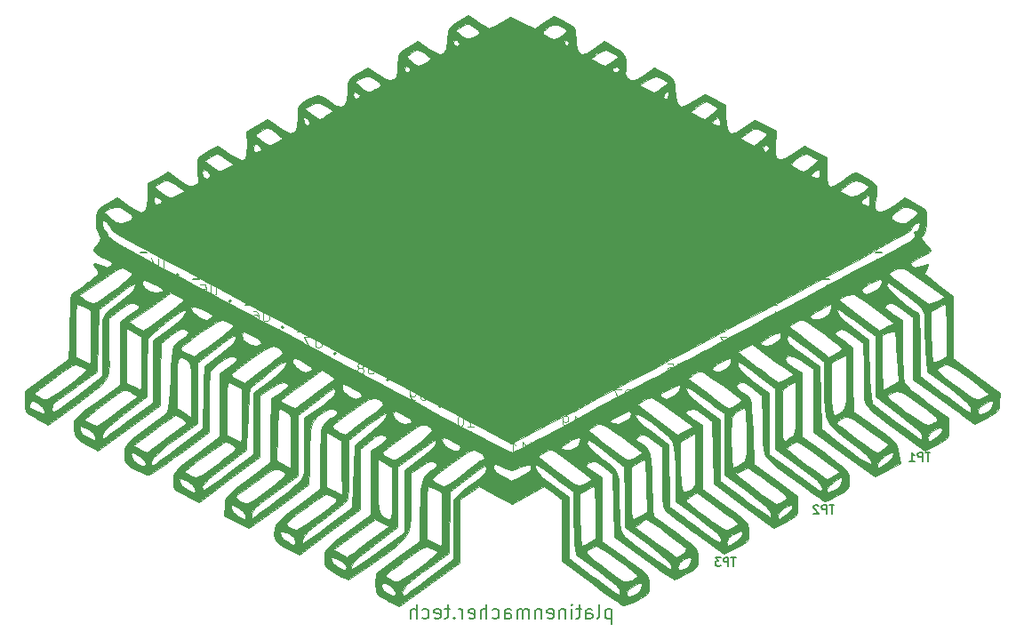
<source format=gbr>
G04 #@! TF.GenerationSoftware,KiCad,Pcbnew,5.1.5+dfsg1-2build2*
G04 #@! TF.CreationDate,2021-06-21T20:14:41+02:00*
G04 #@! TF.ProjectId,chip,63686970-2e6b-4696-9361-645f70636258,rev?*
G04 #@! TF.SameCoordinates,Original*
G04 #@! TF.FileFunction,Legend,Bot*
G04 #@! TF.FilePolarity,Positive*
%FSLAX46Y46*%
G04 Gerber Fmt 4.6, Leading zero omitted, Abs format (unit mm)*
G04 Created by KiCad (PCBNEW 5.1.5+dfsg1-2build2) date 2021-06-21 20:14:41*
%MOMM*%
%LPD*%
G04 APERTURE LIST*
%ADD10C,0.200000*%
%ADD11C,0.127000*%
%ADD12C,0.010000*%
%ADD13C,0.015000*%
%ADD14C,0.150000*%
G04 APERTURE END LIST*
D10*
X179564285Y-121450000D02*
X179564285Y-122850000D01*
X179564285Y-121516666D02*
X179440476Y-121450000D01*
X179192857Y-121450000D01*
X179069047Y-121516666D01*
X179007142Y-121583333D01*
X178945238Y-121716666D01*
X178945238Y-122116666D01*
X179007142Y-122250000D01*
X179069047Y-122316666D01*
X179192857Y-122383333D01*
X179440476Y-122383333D01*
X179564285Y-122316666D01*
X178202380Y-122383333D02*
X178326190Y-122316666D01*
X178388095Y-122183333D01*
X178388095Y-120983333D01*
X177150000Y-122383333D02*
X177150000Y-121650000D01*
X177211904Y-121516666D01*
X177335714Y-121450000D01*
X177583333Y-121450000D01*
X177707142Y-121516666D01*
X177150000Y-122316666D02*
X177273809Y-122383333D01*
X177583333Y-122383333D01*
X177707142Y-122316666D01*
X177769047Y-122183333D01*
X177769047Y-122050000D01*
X177707142Y-121916666D01*
X177583333Y-121850000D01*
X177273809Y-121850000D01*
X177150000Y-121783333D01*
X176716666Y-121450000D02*
X176221428Y-121450000D01*
X176530952Y-120983333D02*
X176530952Y-122183333D01*
X176469047Y-122316666D01*
X176345238Y-122383333D01*
X176221428Y-122383333D01*
X175788095Y-122383333D02*
X175788095Y-121450000D01*
X175788095Y-120983333D02*
X175850000Y-121050000D01*
X175788095Y-121116666D01*
X175726190Y-121050000D01*
X175788095Y-120983333D01*
X175788095Y-121116666D01*
X175169047Y-121450000D02*
X175169047Y-122383333D01*
X175169047Y-121583333D02*
X175107142Y-121516666D01*
X174983333Y-121450000D01*
X174797619Y-121450000D01*
X174673809Y-121516666D01*
X174611904Y-121650000D01*
X174611904Y-122383333D01*
X173497619Y-122316666D02*
X173621428Y-122383333D01*
X173869047Y-122383333D01*
X173992857Y-122316666D01*
X174054761Y-122183333D01*
X174054761Y-121650000D01*
X173992857Y-121516666D01*
X173869047Y-121450000D01*
X173621428Y-121450000D01*
X173497619Y-121516666D01*
X173435714Y-121650000D01*
X173435714Y-121783333D01*
X174054761Y-121916666D01*
X172878571Y-121450000D02*
X172878571Y-122383333D01*
X172878571Y-121583333D02*
X172816666Y-121516666D01*
X172692857Y-121450000D01*
X172507142Y-121450000D01*
X172383333Y-121516666D01*
X172321428Y-121650000D01*
X172321428Y-122383333D01*
X171702380Y-122383333D02*
X171702380Y-121450000D01*
X171702380Y-121583333D02*
X171640476Y-121516666D01*
X171516666Y-121450000D01*
X171330952Y-121450000D01*
X171207142Y-121516666D01*
X171145238Y-121650000D01*
X171145238Y-122383333D01*
X171145238Y-121650000D02*
X171083333Y-121516666D01*
X170959523Y-121450000D01*
X170773809Y-121450000D01*
X170650000Y-121516666D01*
X170588095Y-121650000D01*
X170588095Y-122383333D01*
X169411904Y-122383333D02*
X169411904Y-121650000D01*
X169473809Y-121516666D01*
X169597619Y-121450000D01*
X169845238Y-121450000D01*
X169969047Y-121516666D01*
X169411904Y-122316666D02*
X169535714Y-122383333D01*
X169845238Y-122383333D01*
X169969047Y-122316666D01*
X170030952Y-122183333D01*
X170030952Y-122050000D01*
X169969047Y-121916666D01*
X169845238Y-121850000D01*
X169535714Y-121850000D01*
X169411904Y-121783333D01*
X168235714Y-122316666D02*
X168359523Y-122383333D01*
X168607142Y-122383333D01*
X168730952Y-122316666D01*
X168792857Y-122250000D01*
X168854761Y-122116666D01*
X168854761Y-121716666D01*
X168792857Y-121583333D01*
X168730952Y-121516666D01*
X168607142Y-121450000D01*
X168359523Y-121450000D01*
X168235714Y-121516666D01*
X167678571Y-122383333D02*
X167678571Y-120983333D01*
X167121428Y-122383333D02*
X167121428Y-121650000D01*
X167183333Y-121516666D01*
X167307142Y-121450000D01*
X167492857Y-121450000D01*
X167616666Y-121516666D01*
X167678571Y-121583333D01*
X166007142Y-122316666D02*
X166130952Y-122383333D01*
X166378571Y-122383333D01*
X166502380Y-122316666D01*
X166564285Y-122183333D01*
X166564285Y-121650000D01*
X166502380Y-121516666D01*
X166378571Y-121450000D01*
X166130952Y-121450000D01*
X166007142Y-121516666D01*
X165945238Y-121650000D01*
X165945238Y-121783333D01*
X166564285Y-121916666D01*
X165388095Y-122383333D02*
X165388095Y-121450000D01*
X165388095Y-121716666D02*
X165326190Y-121583333D01*
X165264285Y-121516666D01*
X165140476Y-121450000D01*
X165016666Y-121450000D01*
X164583333Y-122250000D02*
X164521428Y-122316666D01*
X164583333Y-122383333D01*
X164645238Y-122316666D01*
X164583333Y-122250000D01*
X164583333Y-122383333D01*
X164150000Y-121450000D02*
X163654761Y-121450000D01*
X163964285Y-120983333D02*
X163964285Y-122183333D01*
X163902380Y-122316666D01*
X163778571Y-122383333D01*
X163654761Y-122383333D01*
X162726190Y-122316666D02*
X162850000Y-122383333D01*
X163097619Y-122383333D01*
X163221428Y-122316666D01*
X163283333Y-122183333D01*
X163283333Y-121650000D01*
X163221428Y-121516666D01*
X163097619Y-121450000D01*
X162850000Y-121450000D01*
X162726190Y-121516666D01*
X162664285Y-121650000D01*
X162664285Y-121783333D01*
X163283333Y-121916666D01*
X161550000Y-122316666D02*
X161673809Y-122383333D01*
X161921428Y-122383333D01*
X162045238Y-122316666D01*
X162107142Y-122250000D01*
X162169047Y-122116666D01*
X162169047Y-121716666D01*
X162107142Y-121583333D01*
X162045238Y-121516666D01*
X161921428Y-121450000D01*
X161673809Y-121450000D01*
X161550000Y-121516666D01*
X160992857Y-122383333D02*
X160992857Y-120983333D01*
X160435714Y-122383333D02*
X160435714Y-121650000D01*
X160497619Y-121516666D01*
X160621428Y-121450000D01*
X160807142Y-121450000D01*
X160930952Y-121516666D01*
X160992857Y-121583333D01*
D11*
X174700000Y-77500000D02*
X175300000Y-77500000D01*
X174700000Y-75500000D02*
X175300000Y-75500000D01*
D10*
X173332956Y-77130000D02*
G75*
G03X173332956Y-77130000I-102956J0D01*
G01*
D11*
X169700000Y-75000000D02*
X170300000Y-75000000D01*
X169700000Y-73000000D02*
X170300000Y-73000000D01*
D10*
X168332956Y-74630000D02*
G75*
G03X168332956Y-74630000I-102956J0D01*
G01*
D11*
X164700000Y-72500000D02*
X165300000Y-72500000D01*
X164700000Y-70500000D02*
X165300000Y-70500000D01*
D10*
X163332956Y-72130000D02*
G75*
G03X163332956Y-72130000I-102956J0D01*
G01*
D11*
X194700000Y-92500000D02*
X195300000Y-92500000D01*
X194700000Y-90500000D02*
X195300000Y-90500000D01*
D10*
X193332956Y-92130000D02*
G75*
G03X193332956Y-92130000I-102956J0D01*
G01*
D11*
X189700000Y-90000000D02*
X190300000Y-90000000D01*
X189700000Y-88000000D02*
X190300000Y-88000000D01*
D10*
X188332956Y-89630000D02*
G75*
G03X188332956Y-89630000I-102956J0D01*
G01*
D11*
X184700000Y-87500000D02*
X185300000Y-87500000D01*
X184700000Y-85500000D02*
X185300000Y-85500000D01*
D10*
X183332956Y-87130000D02*
G75*
G03X183332956Y-87130000I-102956J0D01*
G01*
D11*
X179700000Y-85000000D02*
X180300000Y-85000000D01*
X179700000Y-83000000D02*
X180300000Y-83000000D01*
D10*
X178332956Y-84630000D02*
G75*
G03X178332956Y-84630000I-102956J0D01*
G01*
D11*
X174700000Y-82500000D02*
X175300000Y-82500000D01*
X174700000Y-80500000D02*
X175300000Y-80500000D01*
D10*
X173332956Y-82130000D02*
G75*
G03X173332956Y-82130000I-102956J0D01*
G01*
D11*
X169700000Y-80000000D02*
X170300000Y-80000000D01*
X169700000Y-78000000D02*
X170300000Y-78000000D01*
D10*
X168332956Y-79630000D02*
G75*
G03X168332956Y-79630000I-102956J0D01*
G01*
D11*
X164700000Y-77500000D02*
X165300000Y-77500000D01*
X164700000Y-75500000D02*
X165300000Y-75500000D01*
D10*
X163332956Y-77130000D02*
G75*
G03X163332956Y-77130000I-102956J0D01*
G01*
D11*
X159700000Y-75000000D02*
X160300000Y-75000000D01*
X159700000Y-73000000D02*
X160300000Y-73000000D01*
D10*
X158332956Y-74630000D02*
G75*
G03X158332956Y-74630000I-102956J0D01*
G01*
D11*
X189700000Y-95000000D02*
X190300000Y-95000000D01*
X189700000Y-93000000D02*
X190300000Y-93000000D01*
D10*
X188332956Y-94630000D02*
G75*
G03X188332956Y-94630000I-102956J0D01*
G01*
D11*
X184700000Y-92500000D02*
X185300000Y-92500000D01*
X184700000Y-90500000D02*
X185300000Y-90500000D01*
D10*
X183332956Y-92130000D02*
G75*
G03X183332956Y-92130000I-102956J0D01*
G01*
D11*
X179700000Y-90000000D02*
X180300000Y-90000000D01*
X179700000Y-88000000D02*
X180300000Y-88000000D01*
D10*
X178332956Y-89630000D02*
G75*
G03X178332956Y-89630000I-102956J0D01*
G01*
D11*
X174700000Y-87500000D02*
X175300000Y-87500000D01*
X174700000Y-85500000D02*
X175300000Y-85500000D01*
D10*
X173332956Y-87130000D02*
G75*
G03X173332956Y-87130000I-102956J0D01*
G01*
D11*
X169700000Y-85000000D02*
X170300000Y-85000000D01*
X169700000Y-83000000D02*
X170300000Y-83000000D01*
D10*
X168332956Y-84630000D02*
G75*
G03X168332956Y-84630000I-102956J0D01*
G01*
D11*
X164700000Y-82500000D02*
X165300000Y-82500000D01*
X164700000Y-80500000D02*
X165300000Y-80500000D01*
D10*
X163332956Y-82130000D02*
G75*
G03X163332956Y-82130000I-102956J0D01*
G01*
D11*
X159700000Y-80000000D02*
X160300000Y-80000000D01*
X159700000Y-78000000D02*
X160300000Y-78000000D01*
D10*
X158332956Y-79630000D02*
G75*
G03X158332956Y-79630000I-102956J0D01*
G01*
D11*
X154700000Y-77500000D02*
X155300000Y-77500000D01*
X154700000Y-75500000D02*
X155300000Y-75500000D01*
D10*
X153332956Y-77130000D02*
G75*
G03X153332956Y-77130000I-102956J0D01*
G01*
D11*
X184700000Y-97500000D02*
X185300000Y-97500000D01*
X184700000Y-95500000D02*
X185300000Y-95500000D01*
D10*
X183332956Y-97130000D02*
G75*
G03X183332956Y-97130000I-102956J0D01*
G01*
D11*
X179700000Y-95000000D02*
X180300000Y-95000000D01*
X179700000Y-93000000D02*
X180300000Y-93000000D01*
D10*
X178332956Y-94630000D02*
G75*
G03X178332956Y-94630000I-102956J0D01*
G01*
D11*
X174700000Y-92500000D02*
X175300000Y-92500000D01*
X174700000Y-90500000D02*
X175300000Y-90500000D01*
D10*
X173332956Y-92130000D02*
G75*
G03X173332956Y-92130000I-102956J0D01*
G01*
D11*
X169700000Y-90000000D02*
X170300000Y-90000000D01*
X169700000Y-88000000D02*
X170300000Y-88000000D01*
D10*
X168332956Y-89630000D02*
G75*
G03X168332956Y-89630000I-102956J0D01*
G01*
D11*
X164700000Y-87500000D02*
X165300000Y-87500000D01*
X164700000Y-85500000D02*
X165300000Y-85500000D01*
D10*
X163332956Y-87130000D02*
G75*
G03X163332956Y-87130000I-102956J0D01*
G01*
D11*
X159700000Y-85000000D02*
X160300000Y-85000000D01*
X159700000Y-83000000D02*
X160300000Y-83000000D01*
D10*
X158332956Y-84630000D02*
G75*
G03X158332956Y-84630000I-102956J0D01*
G01*
D11*
X154700000Y-82500000D02*
X155300000Y-82500000D01*
X154700000Y-80500000D02*
X155300000Y-80500000D01*
D10*
X153332956Y-82130000D02*
G75*
G03X153332956Y-82130000I-102956J0D01*
G01*
D11*
X149700000Y-80000000D02*
X150300000Y-80000000D01*
X149700000Y-78000000D02*
X150300000Y-78000000D01*
D10*
X148332956Y-79630000D02*
G75*
G03X148332956Y-79630000I-102956J0D01*
G01*
D11*
X179700000Y-100000000D02*
X180300000Y-100000000D01*
X179700000Y-98000000D02*
X180300000Y-98000000D01*
D10*
X178332956Y-99630000D02*
G75*
G03X178332956Y-99630000I-102956J0D01*
G01*
D11*
X174700000Y-97500000D02*
X175300000Y-97500000D01*
X174700000Y-95500000D02*
X175300000Y-95500000D01*
D10*
X173332956Y-97130000D02*
G75*
G03X173332956Y-97130000I-102956J0D01*
G01*
D11*
X169700000Y-95000000D02*
X170300000Y-95000000D01*
X169700000Y-93000000D02*
X170300000Y-93000000D01*
D10*
X168332956Y-94630000D02*
G75*
G03X168332956Y-94630000I-102956J0D01*
G01*
D11*
X164700000Y-92500000D02*
X165300000Y-92500000D01*
X164700000Y-90500000D02*
X165300000Y-90500000D01*
D10*
X163332956Y-92130000D02*
G75*
G03X163332956Y-92130000I-102956J0D01*
G01*
D11*
X159700000Y-90000000D02*
X160300000Y-90000000D01*
X159700000Y-88000000D02*
X160300000Y-88000000D01*
D10*
X158332956Y-89630000D02*
G75*
G03X158332956Y-89630000I-102956J0D01*
G01*
D11*
X154700000Y-87500000D02*
X155300000Y-87500000D01*
X154700000Y-85500000D02*
X155300000Y-85500000D01*
D10*
X153332956Y-87130000D02*
G75*
G03X153332956Y-87130000I-102956J0D01*
G01*
D11*
X149700000Y-85000000D02*
X150300000Y-85000000D01*
X149700000Y-83000000D02*
X150300000Y-83000000D01*
D10*
X148332956Y-84630000D02*
G75*
G03X148332956Y-84630000I-102956J0D01*
G01*
D11*
X144700000Y-82500000D02*
X145300000Y-82500000D01*
X144700000Y-80500000D02*
X145300000Y-80500000D01*
D10*
X143332956Y-82130000D02*
G75*
G03X143332956Y-82130000I-102956J0D01*
G01*
D11*
X174700000Y-102500000D02*
X175300000Y-102500000D01*
X174700000Y-100500000D02*
X175300000Y-100500000D01*
D10*
X173332956Y-102130000D02*
G75*
G03X173332956Y-102130000I-102956J0D01*
G01*
D11*
X169700000Y-100000000D02*
X170300000Y-100000000D01*
X169700000Y-98000000D02*
X170300000Y-98000000D01*
D10*
X168332956Y-99630000D02*
G75*
G03X168332956Y-99630000I-102956J0D01*
G01*
D11*
X164700000Y-97500000D02*
X165300000Y-97500000D01*
X164700000Y-95500000D02*
X165300000Y-95500000D01*
D10*
X163332956Y-97130000D02*
G75*
G03X163332956Y-97130000I-102956J0D01*
G01*
D11*
X159700000Y-95000000D02*
X160300000Y-95000000D01*
X159700000Y-93000000D02*
X160300000Y-93000000D01*
D10*
X158332956Y-94630000D02*
G75*
G03X158332956Y-94630000I-102956J0D01*
G01*
D11*
X154700000Y-92500000D02*
X155300000Y-92500000D01*
X154700000Y-90500000D02*
X155300000Y-90500000D01*
D10*
X153332956Y-92130000D02*
G75*
G03X153332956Y-92130000I-102956J0D01*
G01*
D11*
X149700000Y-90000000D02*
X150300000Y-90000000D01*
X149700000Y-88000000D02*
X150300000Y-88000000D01*
D10*
X148332956Y-89630000D02*
G75*
G03X148332956Y-89630000I-102956J0D01*
G01*
D11*
X144700000Y-87500000D02*
X145300000Y-87500000D01*
X144700000Y-85500000D02*
X145300000Y-85500000D01*
D10*
X143332956Y-87130000D02*
G75*
G03X143332956Y-87130000I-102956J0D01*
G01*
D11*
X139700000Y-85000000D02*
X140300000Y-85000000D01*
X139700000Y-83000000D02*
X140300000Y-83000000D01*
D10*
X138332956Y-84630000D02*
G75*
G03X138332956Y-84630000I-102956J0D01*
G01*
D11*
X169700000Y-70000000D02*
X170300000Y-70000000D01*
X169700000Y-68000000D02*
X170300000Y-68000000D01*
D10*
X168332956Y-69630000D02*
G75*
G03X168332956Y-69630000I-102956J0D01*
G01*
D11*
X199700000Y-85000000D02*
X200300000Y-85000000D01*
X199700000Y-83000000D02*
X200300000Y-83000000D01*
D10*
X198332956Y-84630000D02*
G75*
G03X198332956Y-84630000I-102956J0D01*
G01*
D11*
X194700000Y-82500000D02*
X195300000Y-82500000D01*
X194700000Y-80500000D02*
X195300000Y-80500000D01*
D10*
X193332956Y-82130000D02*
G75*
G03X193332956Y-82130000I-102956J0D01*
G01*
D11*
X189700000Y-80000000D02*
X190300000Y-80000000D01*
X189700000Y-78000000D02*
X190300000Y-78000000D01*
D10*
X188332956Y-79630000D02*
G75*
G03X188332956Y-79630000I-102956J0D01*
G01*
D11*
X184700000Y-77500000D02*
X185300000Y-77500000D01*
X184700000Y-75500000D02*
X185300000Y-75500000D01*
D10*
X183332956Y-77130000D02*
G75*
G03X183332956Y-77130000I-102956J0D01*
G01*
D11*
X184700000Y-82500000D02*
X185300000Y-82500000D01*
X184700000Y-80500000D02*
X185300000Y-80500000D01*
D10*
X183332956Y-82130000D02*
G75*
G03X183332956Y-82130000I-102956J0D01*
G01*
D11*
X179700000Y-80000000D02*
X180300000Y-80000000D01*
X179700000Y-78000000D02*
X180300000Y-78000000D01*
D10*
X178332956Y-79630000D02*
G75*
G03X178332956Y-79630000I-102956J0D01*
G01*
D11*
X199700000Y-90000000D02*
X200300000Y-90000000D01*
X199700000Y-88000000D02*
X200300000Y-88000000D01*
D10*
X198332956Y-89630000D02*
G75*
G03X198332956Y-89630000I-102956J0D01*
G01*
D11*
X179700000Y-75000000D02*
X180300000Y-75000000D01*
X179700000Y-73000000D02*
X180300000Y-73000000D01*
D10*
X178332956Y-74630000D02*
G75*
G03X178332956Y-74630000I-102956J0D01*
G01*
D11*
X174700000Y-72500000D02*
X175300000Y-72500000D01*
X174700000Y-70500000D02*
X175300000Y-70500000D01*
D10*
X173332956Y-72130000D02*
G75*
G03X173332956Y-72130000I-102956J0D01*
G01*
D11*
X194700000Y-87500000D02*
X195300000Y-87500000D01*
X194700000Y-85500000D02*
X195300000Y-85500000D01*
D10*
X193332956Y-87130000D02*
G75*
G03X193332956Y-87130000I-102956J0D01*
G01*
D11*
X189700000Y-85000000D02*
X190300000Y-85000000D01*
X189700000Y-83000000D02*
X190300000Y-83000000D01*
D10*
X188332956Y-84630000D02*
G75*
G03X188332956Y-84630000I-102956J0D01*
G01*
D11*
X204700000Y-87500000D02*
X205300000Y-87500000D01*
X204700000Y-85500000D02*
X205300000Y-85500000D01*
D10*
X203332956Y-87130000D02*
G75*
G03X203332956Y-87130000I-102956J0D01*
G01*
D11*
X134700000Y-87500000D02*
X135300000Y-87500000D01*
X134700000Y-85500000D02*
X135300000Y-85500000D01*
D10*
X133332956Y-87130000D02*
G75*
G03X133332956Y-87130000I-102956J0D01*
G01*
D11*
X154700000Y-97500000D02*
X155300000Y-97500000D01*
X154700000Y-95500000D02*
X155300000Y-95500000D01*
D10*
X153332956Y-97130000D02*
G75*
G03X153332956Y-97130000I-102956J0D01*
G01*
D11*
X149700000Y-95000000D02*
X150300000Y-95000000D01*
X149700000Y-93000000D02*
X150300000Y-93000000D01*
D10*
X148332956Y-94630000D02*
G75*
G03X148332956Y-94630000I-102956J0D01*
G01*
D11*
X144700000Y-92500000D02*
X145300000Y-92500000D01*
X144700000Y-90500000D02*
X145300000Y-90500000D01*
D10*
X143332956Y-92130000D02*
G75*
G03X143332956Y-92130000I-102956J0D01*
G01*
D11*
X139700000Y-90000000D02*
X140300000Y-90000000D01*
X139700000Y-88000000D02*
X140300000Y-88000000D01*
D10*
X138332956Y-89630000D02*
G75*
G03X138332956Y-89630000I-102956J0D01*
G01*
D11*
X169700000Y-105000000D02*
X170300000Y-105000000D01*
X169700000Y-103000000D02*
X170300000Y-103000000D01*
D10*
X168332956Y-104630000D02*
G75*
G03X168332956Y-104630000I-102956J0D01*
G01*
D11*
X164700000Y-102500000D02*
X165300000Y-102500000D01*
X164700000Y-100500000D02*
X165300000Y-100500000D01*
D10*
X163332956Y-102130000D02*
G75*
G03X163332956Y-102130000I-102956J0D01*
G01*
D11*
X159700000Y-100000000D02*
X160300000Y-100000000D01*
X159700000Y-98000000D02*
X160300000Y-98000000D01*
D10*
X158332956Y-99630000D02*
G75*
G03X158332956Y-99630000I-102956J0D01*
G01*
D12*
G36*
X164960095Y-65457846D02*
G01*
X164395086Y-65809148D01*
X164092445Y-66113699D01*
X163960100Y-66526248D01*
X163905981Y-67201542D01*
X163904350Y-67232280D01*
X163794548Y-68062883D01*
X163549676Y-68507182D01*
X163133031Y-68580985D01*
X162507913Y-68300100D01*
X162084245Y-68016219D01*
X161151343Y-67346259D01*
X160178172Y-67916576D01*
X159616035Y-68265557D01*
X159327054Y-68564322D01*
X159220339Y-68972290D01*
X159205000Y-69623499D01*
X159173262Y-70331742D01*
X159052786Y-70741206D01*
X158805677Y-70973378D01*
X158779442Y-70987857D01*
X158462856Y-71078447D01*
X158085230Y-70977266D01*
X157529378Y-70646890D01*
X157367570Y-70537007D01*
X156381256Y-69858405D01*
X155411878Y-70409352D01*
X154864178Y-70738010D01*
X154572947Y-71023314D01*
X154453748Y-71414754D01*
X154422141Y-72061821D01*
X154420201Y-72165017D01*
X154342690Y-73042891D01*
X154128651Y-73528976D01*
X153745860Y-73641767D01*
X153162095Y-73399759D01*
X152747631Y-73124959D01*
X152122014Y-72699715D01*
X151677069Y-72518557D01*
X151256844Y-72568872D01*
X150705387Y-72838048D01*
X150517316Y-72944583D01*
X150045677Y-73235467D01*
X149796820Y-73511178D01*
X149699304Y-73915839D01*
X149681687Y-74593573D01*
X149681631Y-74630469D01*
X149617708Y-75513441D01*
X149407101Y-76007440D01*
X149017176Y-76128844D01*
X148415297Y-75894029D01*
X147869302Y-75539953D01*
X146850805Y-74815827D01*
X144791441Y-75960833D01*
X144839366Y-77201258D01*
X144819647Y-78077647D01*
X144653532Y-78568445D01*
X144305220Y-78692000D01*
X143738911Y-78466661D01*
X143139498Y-78072497D01*
X142085320Y-77315145D01*
X141240355Y-77746214D01*
X140691141Y-78061547D01*
X140312909Y-78342827D01*
X140244957Y-78420689D01*
X140148375Y-78782849D01*
X140102391Y-79361318D01*
X140107594Y-79984747D01*
X140164575Y-80481789D01*
X140237234Y-80664456D01*
X140185729Y-80853637D01*
X139899946Y-81064054D01*
X139590084Y-81178594D01*
X139270333Y-81127922D01*
X138823454Y-80872898D01*
X138377790Y-80555928D01*
X137335632Y-79790914D01*
X136364066Y-80334174D01*
X135392500Y-80877433D01*
X135370150Y-82229133D01*
X135307935Y-83068579D01*
X135125242Y-83535043D01*
X134776815Y-83646597D01*
X134217396Y-83421314D01*
X133524779Y-82966046D01*
X132503725Y-82235743D01*
X131513946Y-82815844D01*
X130930337Y-83188938D01*
X130624262Y-83517044D01*
X130493953Y-83943172D01*
X130458235Y-84299428D01*
X130495040Y-85079540D01*
X130698088Y-85669559D01*
X130701255Y-85674431D01*
X130888861Y-86051495D01*
X130814683Y-86374349D01*
X130613143Y-86662558D01*
X130330783Y-87073776D01*
X130211374Y-87333859D01*
X130380953Y-87509137D01*
X130820229Y-87789308D01*
X131176529Y-87981450D01*
X131730885Y-88286084D01*
X131953247Y-88493173D01*
X131901470Y-88670180D01*
X131826734Y-88739638D01*
X131520031Y-88886159D01*
X131119269Y-88794511D01*
X130856872Y-88668696D01*
X130381902Y-88473278D01*
X130232066Y-88548893D01*
X130405166Y-88898157D01*
X130525253Y-89063984D01*
X130661468Y-89302040D01*
X130618703Y-89524071D01*
X130342269Y-89814277D01*
X129777479Y-90256857D01*
X129724771Y-90296440D01*
X129100735Y-90756162D01*
X128578308Y-91126249D01*
X128301667Y-91307395D01*
X128127792Y-91528224D01*
X128025115Y-91995679D01*
X127980420Y-92784308D01*
X127976057Y-93144105D01*
X127965407Y-94204888D01*
X127945600Y-95342703D01*
X127923141Y-96233058D01*
X127878334Y-97666949D01*
X123663282Y-100725833D01*
X123654141Y-101705301D01*
X123665184Y-102253990D01*
X123769505Y-102602763D01*
X124054591Y-102873656D01*
X124607932Y-103188705D01*
X124783750Y-103280980D01*
X125922500Y-103877192D01*
X128329167Y-102103235D01*
X129463506Y-101274086D01*
X130311342Y-100645331D01*
X130913941Y-100149446D01*
X131312567Y-99718909D01*
X131548485Y-99286198D01*
X131662962Y-98783790D01*
X131697262Y-98144162D01*
X131692651Y-97299791D01*
X131688334Y-96606618D01*
X131688334Y-93725362D01*
X132749275Y-92933296D01*
X133366045Y-92499551D01*
X133773110Y-92303395D01*
X134080036Y-92304426D01*
X134253666Y-92378557D01*
X134525670Y-92609936D01*
X134515642Y-92766703D01*
X134245150Y-92975562D01*
X133773672Y-93327168D01*
X133540417Y-93498699D01*
X132746667Y-94079877D01*
X132745292Y-97085355D01*
X132743916Y-100090833D01*
X131126042Y-101255000D01*
X130076188Y-102013969D01*
X129323041Y-102578028D01*
X128819069Y-102998668D01*
X128516744Y-103327382D01*
X128368537Y-103615660D01*
X128326918Y-103914994D01*
X128343777Y-104269205D01*
X128413045Y-104760477D01*
X128592736Y-105102494D01*
X128978150Y-105413329D01*
X129526254Y-105734296D01*
X130645007Y-106357667D01*
X136545473Y-102031281D01*
X136603987Y-99060603D01*
X136662500Y-96089924D01*
X137578539Y-95391629D01*
X138160184Y-94960736D01*
X138522737Y-94755963D01*
X138779917Y-94741801D01*
X139045438Y-94882740D01*
X139096667Y-94917567D01*
X139268973Y-95107910D01*
X139129388Y-95321678D01*
X138896491Y-95496409D01*
X138420932Y-95833497D01*
X138083525Y-96125584D01*
X137857943Y-96451956D01*
X137717858Y-96891897D01*
X137636944Y-97524693D01*
X137588871Y-98429626D01*
X137551811Y-99545889D01*
X137502618Y-100806197D01*
X137443185Y-101704488D01*
X137365620Y-102302069D01*
X137262033Y-102660249D01*
X137128117Y-102837756D01*
X135867810Y-103760914D01*
X134908210Y-104473904D01*
X134208333Y-105016472D01*
X133727191Y-105428362D01*
X133423798Y-105749321D01*
X133257170Y-106019093D01*
X133186320Y-106277424D01*
X133170261Y-106564059D01*
X133170000Y-106676062D01*
X133198150Y-107214877D01*
X133346297Y-107562655D01*
X133709987Y-107859911D01*
X134149161Y-108116070D01*
X134760403Y-108427670D01*
X135252471Y-108625877D01*
X135428267Y-108663333D01*
X135692655Y-108542122D01*
X136229363Y-108207229D01*
X136974154Y-107701760D01*
X137862789Y-107068820D01*
X138470773Y-106621639D01*
X141213334Y-104579946D01*
X141213334Y-101876451D01*
X141223241Y-100823170D01*
X141250283Y-99904778D01*
X141290440Y-99214503D01*
X141339695Y-98845568D01*
X141344635Y-98830791D01*
X141616939Y-98469383D01*
X142110353Y-98057740D01*
X142694699Y-97679434D01*
X143239799Y-97418038D01*
X143615474Y-97357127D01*
X143631814Y-97362436D01*
X143918538Y-97554926D01*
X143867925Y-97815511D01*
X143459998Y-98185441D01*
X143118334Y-98422624D01*
X142271667Y-98982921D01*
X142271667Y-105024330D01*
X140049167Y-106677439D01*
X139144755Y-107354615D01*
X138526494Y-107842061D01*
X138139975Y-108201503D01*
X137930789Y-108494666D01*
X137844528Y-108783277D01*
X137826784Y-109129062D01*
X137826667Y-109198855D01*
X137845104Y-109674004D01*
X137958332Y-109987925D01*
X138253227Y-110242517D01*
X138816665Y-110539678D01*
X139076099Y-110664336D01*
X140325531Y-111261509D01*
X141648190Y-110276142D01*
X139916392Y-110276142D01*
X139747151Y-110326635D01*
X139320858Y-110152557D01*
X139086156Y-110033731D01*
X138602570Y-109646174D01*
X138461667Y-109273413D01*
X138480906Y-108998901D01*
X138610990Y-108952290D01*
X138960472Y-109127888D01*
X139148892Y-109237392D01*
X139619813Y-109592188D01*
X139889835Y-109946104D01*
X139905246Y-109997710D01*
X139916392Y-110276142D01*
X141648190Y-110276142D01*
X143203599Y-109117379D01*
X146081667Y-106973248D01*
X146081667Y-101115096D01*
X147035241Y-100430292D01*
X147779484Y-99979506D01*
X148306601Y-99858707D01*
X148411074Y-99879507D01*
X148748749Y-100038863D01*
X148766158Y-100240298D01*
X148440430Y-100535600D01*
X147992059Y-100828334D01*
X147150783Y-101348271D01*
X147092475Y-104422029D01*
X147034167Y-107495788D01*
X144917500Y-109095830D01*
X144039667Y-109764611D01*
X143443746Y-110246371D01*
X143072715Y-110607726D01*
X142869549Y-110915294D01*
X142777224Y-111235692D01*
X142738716Y-111635537D01*
X142738313Y-111641631D01*
X142675792Y-112587391D01*
X145050080Y-113751851D01*
X147887236Y-111683842D01*
X150724393Y-109615833D01*
X150753199Y-108134166D01*
X150805264Y-106326780D01*
X150896514Y-104494782D01*
X150919666Y-104112500D01*
X151120210Y-103575080D01*
X151574923Y-103044873D01*
X152157910Y-102621138D01*
X152743278Y-102403133D01*
X153067185Y-102419330D01*
X153415921Y-102589009D01*
X153414630Y-102805442D01*
X153048305Y-103123658D01*
X152836367Y-103265833D01*
X152338977Y-103687106D01*
X152005801Y-104143114D01*
X151990309Y-104179196D01*
X151916095Y-104573475D01*
X151855031Y-105291040D01*
X151813209Y-106231900D01*
X151796718Y-107296065D01*
X151796667Y-107358143D01*
X151796667Y-110047061D01*
X149703486Y-111578075D01*
X148790713Y-112260500D01*
X148170881Y-112769262D01*
X147784126Y-113164662D01*
X147570584Y-113507003D01*
X147476725Y-113821130D01*
X147409687Y-114444936D01*
X147533799Y-114890577D01*
X147916458Y-115260526D01*
X148625061Y-115657258D01*
X148712867Y-115700596D01*
X149848295Y-116257461D01*
X152727481Y-114105821D01*
X155606667Y-111954180D01*
X155606667Y-106158905D01*
X156430877Y-105506119D01*
X157085593Y-105046059D01*
X157567657Y-104875501D01*
X157982420Y-104964692D01*
X158103359Y-105033754D01*
X158167930Y-105216879D01*
X157894869Y-105508264D01*
X157521276Y-105774350D01*
X156665000Y-106341006D01*
X156665000Y-112432663D01*
X154442500Y-114085772D01*
X153538233Y-114762746D01*
X152920030Y-115249943D01*
X152533503Y-115609195D01*
X152324268Y-115902330D01*
X152237938Y-116191179D01*
X152220127Y-116537571D01*
X152220000Y-116612467D01*
X152246710Y-117128991D01*
X152389086Y-117466784D01*
X152740499Y-117755547D01*
X153254062Y-118048860D01*
X153869894Y-118361242D01*
X154353105Y-118565601D01*
X154535482Y-118611666D01*
X154782080Y-118490979D01*
X155302673Y-118157665D01*
X156033908Y-117654851D01*
X156912431Y-117025661D01*
X157496121Y-116596341D01*
X158554680Y-115809636D01*
X159326989Y-115198075D01*
X159858130Y-114673308D01*
X160193186Y-114146983D01*
X160377239Y-113530750D01*
X160455372Y-112736256D01*
X160472665Y-111675151D01*
X160472671Y-110762965D01*
X160475000Y-108523430D01*
X161398016Y-107860570D01*
X161960057Y-107483908D01*
X162316734Y-107342889D01*
X162588231Y-107402549D01*
X162706820Y-107479806D01*
X162918300Y-107675363D01*
X162877695Y-107857098D01*
X162538074Y-108123702D01*
X162337187Y-108257092D01*
X161977575Y-108541320D01*
X161713176Y-108897434D01*
X161529884Y-109390636D01*
X161413597Y-110086132D01*
X161350210Y-111049124D01*
X161325618Y-112344815D01*
X161323507Y-112943340D01*
X161321667Y-115000848D01*
X159210761Y-116541674D01*
X157099854Y-118082500D01*
X157094094Y-119071830D01*
X157106316Y-119625584D01*
X157209963Y-119974590D01*
X157493342Y-120240562D01*
X158044755Y-120545217D01*
X158231973Y-120640239D01*
X159375613Y-121219316D01*
X165103259Y-117024166D01*
X165131667Y-111063430D01*
X166950395Y-109757318D01*
X168517625Y-110582005D01*
X170084855Y-111406693D01*
X171601788Y-110574151D01*
X173118722Y-109741610D01*
X173993528Y-110384949D01*
X174868334Y-111028289D01*
X174868334Y-116899588D01*
X177713292Y-119025627D01*
X178665990Y-119729577D01*
X179503830Y-120333542D01*
X180167339Y-120795855D01*
X180597044Y-121074850D01*
X180729542Y-121138787D01*
X180998211Y-121042962D01*
X181516838Y-120808243D01*
X182012084Y-120565843D01*
X182634810Y-120234537D01*
X182966698Y-119966154D01*
X183099089Y-119641540D01*
X183118388Y-119243331D01*
X182488334Y-119243331D01*
X182311830Y-119639017D01*
X181906250Y-119972265D01*
X181368328Y-120233326D01*
X181097725Y-120254066D01*
X181009974Y-120029658D01*
X181006667Y-119920869D01*
X181121419Y-119702483D01*
X180371667Y-119702483D01*
X180326254Y-120028977D01*
X180271188Y-120093333D01*
X180073776Y-119974289D01*
X179601998Y-119647788D01*
X178920607Y-119159772D01*
X178094353Y-118556185D01*
X177837022Y-118366186D01*
X175503334Y-116639039D01*
X175503334Y-110803750D01*
X173915834Y-109608963D01*
X173010117Y-108876704D01*
X172482347Y-108327231D01*
X172334168Y-107997448D01*
X171874817Y-107997448D01*
X171836004Y-108114498D01*
X171606577Y-108365997D01*
X171159680Y-108687116D01*
X170641517Y-108990338D01*
X170198295Y-109188144D01*
X170000000Y-109213522D01*
X169761881Y-109098099D01*
X169292934Y-108861256D01*
X169100417Y-108762769D01*
X168570300Y-108403667D01*
X168321552Y-108053998D01*
X167661134Y-108053998D01*
X167660917Y-108065883D01*
X167547206Y-108399423D01*
X167186640Y-108810109D01*
X166529618Y-109348379D01*
X166068029Y-109685692D01*
X165376396Y-110206413D01*
X164845314Y-110658895D01*
X164550979Y-110975575D01*
X164516358Y-111061525D01*
X164526027Y-111357837D01*
X164530427Y-111988033D01*
X164529393Y-112862692D01*
X164522763Y-113892397D01*
X164521746Y-114004755D01*
X164496667Y-116700344D01*
X162115417Y-118486754D01*
X161256303Y-119129664D01*
X160527329Y-119672155D01*
X159990645Y-120068210D01*
X159708401Y-120271811D01*
X159681250Y-120289082D01*
X159640972Y-120122599D01*
X159640354Y-120104486D01*
X158994610Y-120104486D01*
X158771362Y-120167829D01*
X158517084Y-120072695D01*
X158044952Y-119801329D01*
X157788832Y-119626439D01*
X157627361Y-119279695D01*
X157652287Y-119126507D01*
X157790530Y-118954101D01*
X158067225Y-119016063D01*
X158380539Y-119187620D01*
X158784190Y-119517103D01*
X158993883Y-119855151D01*
X158994610Y-120104486D01*
X159640354Y-120104486D01*
X159630943Y-119828750D01*
X159727064Y-119547316D01*
X160040822Y-119173187D01*
X160614393Y-118666256D01*
X161489953Y-117986411D01*
X161847413Y-117720918D01*
X164061273Y-116089337D01*
X164062182Y-116044429D01*
X163007273Y-116044429D01*
X162843964Y-116215695D01*
X162406581Y-116579562D01*
X161764102Y-117080581D01*
X161077992Y-117595219D01*
X160243955Y-118206041D01*
X159674278Y-118597305D01*
X159293306Y-118801644D01*
X159025385Y-118851692D01*
X158794860Y-118780084D01*
X158598636Y-118664699D01*
X158192872Y-118412385D01*
X157987243Y-118286441D01*
X157985956Y-118285712D01*
X158121942Y-118155265D01*
X158532691Y-117824213D01*
X159152879Y-117344050D01*
X159842684Y-116822061D01*
X160677245Y-116203109D01*
X161253778Y-115805805D01*
X161650211Y-115594224D01*
X161944473Y-115532443D01*
X162214496Y-115584536D01*
X162384646Y-115650257D01*
X162815638Y-115866268D01*
X163006695Y-116036425D01*
X163007273Y-116044429D01*
X164062182Y-116044429D01*
X164177155Y-110367537D01*
X163438334Y-110367537D01*
X163438334Y-112902102D01*
X163428483Y-113881536D01*
X163401647Y-114685016D01*
X163361900Y-115230658D01*
X163313314Y-115436575D01*
X163312242Y-115436666D01*
X163061170Y-115339037D01*
X162618648Y-115101218D01*
X162571409Y-115073529D01*
X161956667Y-114710392D01*
X161956667Y-112216029D01*
X161965898Y-111244983D01*
X161991023Y-110450549D01*
X162028192Y-109915272D01*
X162073012Y-109721666D01*
X162322772Y-109809652D01*
X162772932Y-110023572D01*
X162813845Y-110044602D01*
X163438334Y-110367537D01*
X164177155Y-110367537D01*
X164179167Y-110268235D01*
X165925417Y-108921251D01*
X166704676Y-108328485D01*
X167211095Y-107973363D01*
X167501455Y-107827898D01*
X167632541Y-107864105D01*
X167661134Y-108053998D01*
X168321552Y-108053998D01*
X168315306Y-108045218D01*
X168306667Y-107980199D01*
X168327244Y-107710771D01*
X168454897Y-107633343D01*
X168788511Y-107745581D01*
X169244380Y-107958076D01*
X169739966Y-108165149D01*
X170122596Y-108191181D01*
X170599251Y-108031880D01*
X170841219Y-107924956D01*
X171500881Y-107684449D01*
X171840918Y-107707756D01*
X171874817Y-107997448D01*
X172334168Y-107997448D01*
X172328334Y-107984465D01*
X172327965Y-107813848D01*
X172360122Y-107717765D01*
X172474700Y-107725401D01*
X172721593Y-107865945D01*
X173150695Y-108168582D01*
X173811903Y-108662498D01*
X174755109Y-109376881D01*
X174912234Y-109495946D01*
X175908635Y-110250833D01*
X175919491Y-112155833D01*
X175939883Y-113175135D01*
X175984326Y-114181686D01*
X176044214Y-114993590D01*
X176061061Y-115148760D01*
X176191776Y-116236686D01*
X178281721Y-117774160D01*
X179274515Y-118537847D01*
X179962569Y-119141077D01*
X180322249Y-119562043D01*
X180371667Y-119702483D01*
X181121419Y-119702483D01*
X181196968Y-119558706D01*
X181701586Y-119205911D01*
X181747500Y-119183461D01*
X182225775Y-118969723D01*
X182435542Y-118953735D01*
X182487177Y-119144418D01*
X182488334Y-119243331D01*
X183118388Y-119243331D01*
X183123322Y-119141540D01*
X183123334Y-119116185D01*
X183113327Y-118746387D01*
X183046851Y-118450019D01*
X182949159Y-118293305D01*
X182065000Y-118293305D01*
X181888513Y-118484420D01*
X181481620Y-118689790D01*
X181028173Y-118836488D01*
X180712027Y-118851590D01*
X180689167Y-118839035D01*
X180439565Y-118651517D01*
X179933198Y-118270698D01*
X179251532Y-117757855D01*
X178703515Y-117345469D01*
X177917877Y-116749528D01*
X177428371Y-116352182D01*
X177191952Y-116098713D01*
X177165573Y-115934399D01*
X177306189Y-115804520D01*
X177433515Y-115731041D01*
X177885546Y-115518837D01*
X178154124Y-115444167D01*
X178387710Y-115558643D01*
X178864698Y-115866453D01*
X179499850Y-116305498D01*
X180207925Y-116813681D01*
X180903686Y-117328902D01*
X181501891Y-117789063D01*
X181917302Y-118132067D01*
X182065000Y-118293305D01*
X182949159Y-118293305D01*
X182869220Y-118165070D01*
X182525751Y-117829528D01*
X181961758Y-117381379D01*
X181122557Y-116758612D01*
X180900834Y-116595874D01*
X178678334Y-114965156D01*
X178678334Y-112254906D01*
X178043334Y-112254906D01*
X178043334Y-114788146D01*
X177461250Y-115103931D01*
X177004590Y-115328976D01*
X176721117Y-115428151D01*
X176720417Y-115428192D01*
X176658639Y-115233744D01*
X176608090Y-114698170D01*
X176574018Y-113903634D01*
X176561667Y-112942303D01*
X176561667Y-110447940D01*
X177176409Y-110084803D01*
X177628611Y-109837706D01*
X177905846Y-109722719D01*
X177917242Y-109721666D01*
X177965980Y-109919669D01*
X178005958Y-110459072D01*
X178033100Y-111257970D01*
X178043330Y-112234454D01*
X178043334Y-112254906D01*
X178678334Y-112254906D01*
X178678334Y-109079002D01*
X177620000Y-109079002D01*
X177446709Y-109278434D01*
X177044976Y-109507598D01*
X176592011Y-109675158D01*
X176400866Y-109707341D01*
X176133614Y-109589204D01*
X175617918Y-109258418D01*
X174933987Y-108769161D01*
X174332911Y-108310489D01*
X172678157Y-107014134D01*
X167468669Y-107014134D01*
X167388066Y-107171467D01*
X167301250Y-107182329D01*
X167079236Y-107307082D01*
X166606409Y-107643155D01*
X165959891Y-108134152D01*
X165449538Y-108536425D01*
X164680989Y-109143552D01*
X164160194Y-109520354D01*
X163807064Y-109704335D01*
X163541510Y-109732994D01*
X163283445Y-109643833D01*
X163187543Y-109595601D01*
X162743218Y-109326871D01*
X162503003Y-109114446D01*
X162618323Y-108925548D01*
X163018814Y-108554015D01*
X163639696Y-108055423D01*
X164334117Y-107543467D01*
X165181536Y-106946585D01*
X165763395Y-106564582D01*
X166157295Y-106364439D01*
X166440834Y-106313140D01*
X166691614Y-106377664D01*
X166870371Y-106464295D01*
X167276470Y-106745692D01*
X167468669Y-107014134D01*
X172678157Y-107014134D01*
X172531590Y-106899312D01*
X173104674Y-106523374D01*
X173564029Y-106299592D01*
X173892405Y-106272022D01*
X173902629Y-106277272D01*
X174323404Y-106548169D01*
X174920696Y-106967007D01*
X175610446Y-107470431D01*
X176308596Y-107995087D01*
X176931085Y-108477620D01*
X177393856Y-108854677D01*
X177612848Y-109062903D01*
X177620000Y-109079002D01*
X178678334Y-109079002D01*
X178678334Y-108932573D01*
X177818084Y-108336420D01*
X177315735Y-107977568D01*
X177122638Y-107769459D01*
X177199915Y-107621969D01*
X177447667Y-107477740D01*
X177776637Y-107352485D01*
X178091062Y-107413015D01*
X178523024Y-107702351D01*
X178784167Y-107913074D01*
X179630834Y-108610935D01*
X179736667Y-111585038D01*
X179842500Y-114559142D01*
X182589006Y-116585404D01*
X183526985Y-117269956D01*
X184348833Y-117855690D01*
X184993410Y-118300143D01*
X185399575Y-118560851D01*
X185506459Y-118611666D01*
X185776515Y-118522619D01*
X186291183Y-118293278D01*
X186728704Y-118078934D01*
X187329898Y-117754966D01*
X187642936Y-117483434D01*
X187761676Y-117134357D01*
X187779499Y-116637019D01*
X187182266Y-116637019D01*
X187115728Y-116959787D01*
X186907769Y-117308370D01*
X186668750Y-117506661D01*
X186168512Y-117713911D01*
X185935207Y-117683977D01*
X185875141Y-117401393D01*
X185875000Y-117375642D01*
X185885035Y-117356601D01*
X185240000Y-117356601D01*
X185237181Y-117506292D01*
X185199768Y-117592522D01*
X185084329Y-117589200D01*
X184847429Y-117470237D01*
X184445636Y-117209544D01*
X183835518Y-116781029D01*
X182973640Y-116158603D01*
X181816570Y-115316176D01*
X181691425Y-115225000D01*
X181174836Y-114849794D01*
X180807378Y-114545618D01*
X180562507Y-114233263D01*
X180413682Y-113833520D01*
X180334359Y-113267183D01*
X180297996Y-112455044D01*
X180278049Y-111317893D01*
X180272819Y-110991666D01*
X180253153Y-109890185D01*
X180211197Y-109116707D01*
X180107655Y-108576242D01*
X179903233Y-108173802D01*
X179558636Y-107814399D01*
X179034569Y-107403041D01*
X178678334Y-107137258D01*
X177959745Y-106557290D01*
X177446826Y-106058103D01*
X177206401Y-105706658D01*
X177196667Y-105652563D01*
X177251204Y-105334710D01*
X177313246Y-105276666D01*
X177519243Y-105398341D01*
X177981249Y-105726338D01*
X178622648Y-106205119D01*
X179112413Y-106580908D01*
X180795000Y-107885151D01*
X180803999Y-110761325D01*
X180812998Y-113637500D01*
X183026499Y-115281201D01*
X184064781Y-116079578D01*
X184763230Y-116683433D01*
X185145617Y-117115052D01*
X185240000Y-117356601D01*
X185885035Y-117356601D01*
X186047026Y-117049230D01*
X186447938Y-116718586D01*
X186904992Y-116513278D01*
X187049127Y-116495000D01*
X187182266Y-116637019D01*
X187779499Y-116637019D01*
X187780000Y-116623058D01*
X187770302Y-116229016D01*
X187703737Y-115919247D01*
X187580421Y-115718399D01*
X186724552Y-115718399D01*
X186627437Y-115907244D01*
X186312640Y-116177722D01*
X185935278Y-116410883D01*
X185721595Y-116487499D01*
X185543067Y-116372956D01*
X185094237Y-116056248D01*
X184444919Y-115587269D01*
X183743604Y-115073870D01*
X181813186Y-113652741D01*
X182280042Y-113274704D01*
X182665688Y-112999017D01*
X182889207Y-112896666D01*
X183112388Y-113015734D01*
X183582983Y-113330231D01*
X184213924Y-113776102D01*
X184918144Y-114289288D01*
X185608576Y-114805734D01*
X186198153Y-115261382D01*
X186599807Y-115592175D01*
X186724552Y-115718399D01*
X187580421Y-115718399D01*
X187524106Y-115626678D01*
X187175206Y-115284238D01*
X186600838Y-114824858D01*
X185744798Y-114181465D01*
X185716250Y-114160166D01*
X184912856Y-113559971D01*
X184238817Y-113054925D01*
X183763481Y-112697096D01*
X183556197Y-112538548D01*
X183554845Y-112537414D01*
X183515802Y-112307391D01*
X183511016Y-112239625D01*
X182927931Y-112239625D01*
X182337716Y-112559671D01*
X181878255Y-112786431D01*
X181591397Y-112888013D01*
X181588750Y-112888192D01*
X181526973Y-112693744D01*
X181476424Y-112158170D01*
X181442351Y-111363634D01*
X181430000Y-110402303D01*
X181430000Y-107907940D01*
X182044742Y-107544803D01*
X182483921Y-107298788D01*
X182735384Y-107182970D01*
X182744828Y-107181666D01*
X182781667Y-107379656D01*
X182819163Y-107918974D01*
X182852965Y-108717647D01*
X182878722Y-109693701D01*
X182879051Y-109710645D01*
X182927931Y-112239625D01*
X183511016Y-112239625D01*
X183475161Y-111732042D01*
X183436933Y-110889335D01*
X183405130Y-109857239D01*
X183395889Y-109447621D01*
X183366652Y-108217229D01*
X183320150Y-107332688D01*
X183230793Y-106716597D01*
X183173092Y-106561181D01*
X182477648Y-106561181D01*
X182314566Y-106722355D01*
X181898995Y-106964896D01*
X181800417Y-107013809D01*
X181522393Y-107147642D01*
X181292133Y-107216486D01*
X181046588Y-107189291D01*
X180722711Y-107035007D01*
X180257454Y-106722586D01*
X179587768Y-106220977D01*
X178650607Y-105499132D01*
X178519584Y-105398090D01*
X178290645Y-105215237D01*
X176574413Y-105215237D01*
X176517599Y-105553622D01*
X176321207Y-105911662D01*
X176191250Y-106040350D01*
X175702129Y-106267054D01*
X175178147Y-106317225D01*
X174805287Y-106178961D01*
X174767516Y-106131449D01*
X174872194Y-105949967D01*
X175226765Y-105669063D01*
X175699433Y-105372407D01*
X176158398Y-105143668D01*
X176447401Y-105065000D01*
X176574413Y-105215237D01*
X178290645Y-105215237D01*
X177955755Y-104947763D01*
X177555840Y-104598454D01*
X177408334Y-104428897D01*
X177569269Y-104252706D01*
X177957841Y-103982996D01*
X177971712Y-103974546D01*
X178226313Y-103836108D01*
X178462567Y-103792833D01*
X178756362Y-103876593D01*
X179183586Y-104119257D01*
X179820124Y-104552695D01*
X180501026Y-105036771D01*
X181281219Y-105603269D01*
X181916810Y-106082431D01*
X182338421Y-106420752D01*
X182477648Y-106561181D01*
X183173092Y-106561181D01*
X183072987Y-106291556D01*
X182821142Y-105980165D01*
X182449665Y-105705022D01*
X182084052Y-105480055D01*
X181869085Y-105295162D01*
X181989269Y-105094974D01*
X182135786Y-104975838D01*
X182400446Y-104827455D01*
X182686671Y-104861129D01*
X183114976Y-105110927D01*
X183445601Y-105346099D01*
X184367131Y-106017500D01*
X184380232Y-108929988D01*
X184392311Y-110123260D01*
X184421680Y-110964733D01*
X184476836Y-111525850D01*
X184566273Y-111878054D01*
X184698489Y-112092788D01*
X184763750Y-112154925D01*
X185060720Y-112388454D01*
X185627265Y-112819671D01*
X186392290Y-113394962D01*
X187284700Y-114060710D01*
X187674167Y-114349785D01*
X190214167Y-116232196D01*
X191431250Y-115619718D01*
X192088801Y-115275546D01*
X192452547Y-115010009D01*
X192608899Y-114715606D01*
X192639743Y-114339931D01*
X192013334Y-114339931D01*
X191840728Y-114650139D01*
X191417581Y-115011173D01*
X190885900Y-115315372D01*
X190584584Y-115423129D01*
X190539991Y-115259557D01*
X190531667Y-115058970D01*
X190669912Y-114764818D01*
X189986104Y-114764818D01*
X189964069Y-114931325D01*
X189811600Y-115050332D01*
X189486223Y-114925649D01*
X188973942Y-114573814D01*
X188378863Y-114135528D01*
X187588410Y-113560763D01*
X186752289Y-112958255D01*
X186567982Y-112826271D01*
X185038464Y-111732500D01*
X185028334Y-105782816D01*
X183446757Y-104630158D01*
X182591612Y-103975609D01*
X182075742Y-103496199D01*
X181870851Y-103157062D01*
X181948642Y-102923333D01*
X181966634Y-102909931D01*
X181430000Y-102909931D01*
X181244678Y-103289708D01*
X180793678Y-103609339D01*
X180234455Y-103795555D01*
X179724460Y-103775085D01*
X179644369Y-103740870D01*
X179440504Y-103594769D01*
X179491317Y-103440258D01*
X179847742Y-103209411D01*
X180173535Y-103035207D01*
X180839575Y-102700592D01*
X181217502Y-102566733D01*
X181387490Y-102625636D01*
X181429712Y-102869306D01*
X181430000Y-102909931D01*
X181966634Y-102909931D01*
X182018971Y-102870948D01*
X182246221Y-102948400D01*
X182721909Y-103240210D01*
X183365496Y-103694304D01*
X183789313Y-104015666D01*
X184473888Y-104559899D01*
X184966781Y-105019574D01*
X185299563Y-105479170D01*
X185503804Y-106023170D01*
X185611074Y-106736053D01*
X185652944Y-107702301D01*
X185660985Y-109006396D01*
X185661004Y-109024237D01*
X185663334Y-111184308D01*
X187409584Y-112496744D01*
X188434776Y-113274543D01*
X189160548Y-113847861D01*
X189631375Y-114259086D01*
X189891735Y-114550609D01*
X189986104Y-114764818D01*
X190669912Y-114764818D01*
X190700310Y-114700140D01*
X191109929Y-114340348D01*
X191146409Y-114318136D01*
X191666212Y-114035220D01*
X191923982Y-113991743D01*
X192008316Y-114189934D01*
X192013334Y-114339931D01*
X192639743Y-114339931D01*
X192644268Y-114284831D01*
X192644195Y-114110703D01*
X192632864Y-113736641D01*
X192565865Y-113439263D01*
X192494811Y-113326424D01*
X191590000Y-113326424D01*
X191422055Y-113505954D01*
X191040406Y-113732314D01*
X190628336Y-113905320D01*
X190466254Y-113940674D01*
X190235286Y-113826876D01*
X189748226Y-113508450D01*
X189084403Y-113039037D01*
X188561254Y-112652507D01*
X187819854Y-112093944D01*
X187203739Y-111626820D01*
X186792607Y-111311725D01*
X186670827Y-111215251D01*
X186722965Y-111032729D01*
X187056026Y-110761851D01*
X187124029Y-110720225D01*
X187733903Y-110359963D01*
X189661952Y-111772919D01*
X190430153Y-112347595D01*
X191053080Y-112835876D01*
X191461928Y-113182323D01*
X191590000Y-113326424D01*
X192494811Y-113326424D01*
X192387694Y-113156315D01*
X192042844Y-112825544D01*
X191475812Y-112384697D01*
X190631091Y-111771519D01*
X190429427Y-111626666D01*
X188218798Y-110039166D01*
X188207713Y-107262292D01*
X187568334Y-107262292D01*
X187564369Y-108353766D01*
X187543965Y-109097935D01*
X187494358Y-109570814D01*
X187402781Y-109848417D01*
X187256471Y-110006757D01*
X187092084Y-110098328D01*
X186616692Y-110297880D01*
X186381409Y-110237730D01*
X186252031Y-109855919D01*
X186218959Y-109695208D01*
X186156027Y-109168252D01*
X186109330Y-108372756D01*
X186087351Y-107463446D01*
X186086667Y-107281949D01*
X186086667Y-105530148D01*
X186827500Y-105093046D01*
X187568334Y-104655943D01*
X187568334Y-107262292D01*
X188207713Y-107262292D01*
X188206546Y-106970000D01*
X188195021Y-104082558D01*
X187393545Y-104082558D01*
X186687189Y-104459073D01*
X186203921Y-104704468D01*
X185902396Y-104835001D01*
X185875000Y-104841158D01*
X185675977Y-104720646D01*
X185217013Y-104389557D01*
X184569587Y-103900696D01*
X183915658Y-103393641D01*
X182062148Y-101940556D01*
X182609841Y-101581694D01*
X183071055Y-101355665D01*
X183405017Y-101318091D01*
X183670807Y-101474472D01*
X184197262Y-101823411D01*
X184902062Y-102309332D01*
X185523023Y-102747955D01*
X187393545Y-104082558D01*
X188195021Y-104082558D01*
X188194295Y-103900833D01*
X187316622Y-103279486D01*
X186813186Y-102909722D01*
X186618494Y-102696517D01*
X186691557Y-102557898D01*
X186902491Y-102451301D01*
X187258307Y-102374390D01*
X187664232Y-102504459D01*
X188247956Y-102882964D01*
X188260933Y-102892348D01*
X189155834Y-103540234D01*
X189214592Y-106529978D01*
X189273350Y-109519723D01*
X192145964Y-111646505D01*
X195018577Y-113773288D01*
X196161286Y-113176227D01*
X196791533Y-112832205D01*
X197132844Y-112560505D01*
X197273452Y-112241215D01*
X197301590Y-111754423D01*
X197301487Y-111626666D01*
X197301397Y-111592122D01*
X196754485Y-111592122D01*
X196726231Y-111904118D01*
X196416198Y-112299014D01*
X195929167Y-112652248D01*
X195549082Y-112848151D01*
X195415691Y-112816453D01*
X195399999Y-112524664D01*
X195400000Y-112518970D01*
X195495436Y-112313520D01*
X194765000Y-112313520D01*
X194715519Y-112628848D01*
X194660386Y-112685000D01*
X194460938Y-112566513D01*
X193986730Y-112241614D01*
X193302971Y-111756147D01*
X192474870Y-111155954D01*
X192226219Y-110973733D01*
X189896667Y-109262467D01*
X189896667Y-103409156D01*
X188309167Y-102214369D01*
X187403583Y-101482237D01*
X186875833Y-100932847D01*
X186721667Y-100589813D01*
X186743357Y-100397271D01*
X186086667Y-100397271D01*
X185906644Y-100805839D01*
X185504584Y-101133931D01*
X185032560Y-101376121D01*
X184757408Y-101434397D01*
X184505209Y-101329115D01*
X184399464Y-101263267D01*
X184209474Y-101120951D01*
X184211179Y-100989647D01*
X184463054Y-100807497D01*
X185023570Y-100512642D01*
X185187084Y-100430049D01*
X185728475Y-100166080D01*
X185992500Y-100091146D01*
X186078745Y-100201620D01*
X186086667Y-100397271D01*
X186743357Y-100397271D01*
X186748515Y-100351486D01*
X186886828Y-100328542D01*
X187223261Y-100539447D01*
X187522309Y-100760438D01*
X188173123Y-101248148D01*
X188934411Y-101818191D01*
X189313221Y-102101666D01*
X190303490Y-102842500D01*
X190320000Y-108629512D01*
X192542500Y-110285777D01*
X193491072Y-111021111D01*
X194204986Y-111633761D01*
X194642237Y-112085402D01*
X194765000Y-112313520D01*
X195495436Y-112313520D01*
X195545417Y-112205924D01*
X195891353Y-111875044D01*
X196302337Y-111619030D01*
X196642897Y-111530581D01*
X196754485Y-111592122D01*
X197301397Y-111592122D01*
X197299526Y-110881566D01*
X196285671Y-110881566D01*
X196189214Y-111012093D01*
X196013605Y-111118599D01*
X195553911Y-111332127D01*
X195273529Y-111407499D01*
X195019271Y-111289638D01*
X194509300Y-110964553D01*
X193822243Y-110484695D01*
X193177388Y-110009136D01*
X191313552Y-108603272D01*
X191928026Y-108281317D01*
X192346942Y-108057424D01*
X192544255Y-107943320D01*
X192546393Y-107940930D01*
X192707283Y-108050687D01*
X193142027Y-108362977D01*
X193783592Y-108829316D01*
X194535830Y-109379849D01*
X195379373Y-110003091D01*
X195923616Y-110427501D01*
X196211427Y-110703514D01*
X196285671Y-110881566D01*
X197299526Y-110881566D01*
X197298979Y-110674166D01*
X195216549Y-109143240D01*
X193134119Y-107612315D01*
X193028865Y-104800416D01*
X192436289Y-104800416D01*
X192433334Y-105859039D01*
X192413725Y-106575700D01*
X192360774Y-107031772D01*
X192257792Y-107308627D01*
X192088089Y-107487636D01*
X191854206Y-107638564D01*
X191403038Y-107889034D01*
X191118010Y-108008370D01*
X191113750Y-108008981D01*
X191052242Y-107818857D01*
X191001832Y-107286789D01*
X190967694Y-106494122D01*
X190955002Y-105522205D01*
X190955000Y-105512677D01*
X190958870Y-104443610D01*
X190980328Y-103716936D01*
X191034153Y-103251720D01*
X191135119Y-102967031D01*
X191298005Y-102781935D01*
X191476720Y-102655177D01*
X191924220Y-102407036D01*
X192217553Y-102313333D01*
X192319061Y-102519145D01*
X192390751Y-103114878D01*
X192429761Y-104067981D01*
X192436289Y-104800416D01*
X193028865Y-104800416D01*
X193018423Y-104521465D01*
X192966412Y-103292826D01*
X192910487Y-102419013D01*
X192840347Y-101831567D01*
X192765255Y-101538405D01*
X192056119Y-101538405D01*
X191558477Y-101921163D01*
X191107893Y-102201294D01*
X190781537Y-102308626D01*
X190508678Y-102186614D01*
X189987621Y-101852819D01*
X189299248Y-101361760D01*
X188695355Y-100902414D01*
X186888469Y-99491495D01*
X187387151Y-99107003D01*
X187816266Y-98856612D01*
X188119411Y-98806047D01*
X188379406Y-98957731D01*
X188900044Y-99302671D01*
X189599334Y-99785503D01*
X190204554Y-100213995D01*
X192056119Y-101538405D01*
X192765255Y-101538405D01*
X192745692Y-101462031D01*
X192616224Y-101241945D01*
X192510947Y-101148344D01*
X191866588Y-100674966D01*
X191518264Y-100378199D01*
X191414302Y-100193178D01*
X191503031Y-100055039D01*
X191590000Y-99992263D01*
X191852976Y-99836287D01*
X192082775Y-99818861D01*
X192397406Y-99975585D01*
X192914879Y-100342058D01*
X193029968Y-100426644D01*
X193918334Y-101079956D01*
X193943377Y-103548728D01*
X193964696Y-104586987D01*
X194003410Y-105519360D01*
X194053740Y-106235001D01*
X194102127Y-106593541D01*
X194258619Y-106905044D01*
X194626945Y-107314994D01*
X195246189Y-107858578D01*
X196155432Y-108570986D01*
X196981967Y-109186457D01*
X197920176Y-109868311D01*
X198741522Y-110451628D01*
X199384843Y-110894048D01*
X199788979Y-111153208D01*
X199893934Y-111203333D01*
X200157841Y-111109783D01*
X200665019Y-110868396D01*
X201116551Y-110632580D01*
X201718031Y-110287240D01*
X202033180Y-110003371D01*
X202154198Y-109652896D01*
X202169170Y-109270787D01*
X201538334Y-109270787D01*
X201350969Y-109706519D01*
X200956250Y-110023931D01*
X200396680Y-110290429D01*
X200124506Y-110307424D01*
X200085377Y-110075250D01*
X200094064Y-110029207D01*
X200143511Y-109954874D01*
X199633334Y-109954874D01*
X199570121Y-110261888D01*
X199368750Y-110207238D01*
X199105143Y-110012370D01*
X198571954Y-109622249D01*
X197842257Y-109090216D01*
X196989123Y-108469611D01*
X196828750Y-108353093D01*
X194553334Y-106700212D01*
X194553334Y-100837722D01*
X193071667Y-99728925D01*
X192353078Y-99148956D01*
X191840160Y-98649770D01*
X191599734Y-98298324D01*
X191590000Y-98244230D01*
X191635909Y-97926307D01*
X191688073Y-97868333D01*
X191886651Y-97988937D01*
X192344012Y-98314205D01*
X192984450Y-98789321D01*
X193487240Y-99171055D01*
X195188334Y-100473777D01*
X195190943Y-103351472D01*
X195193553Y-106229166D01*
X197413443Y-107865207D01*
X198418806Y-108629083D01*
X199099721Y-109204601D01*
X199492096Y-109625560D01*
X199631836Y-109925763D01*
X199633334Y-109954874D01*
X200143511Y-109954874D01*
X200307065Y-109709010D01*
X200745221Y-109337271D01*
X200850417Y-109267588D01*
X201538334Y-108833428D01*
X201538334Y-109270787D01*
X202169170Y-109270787D01*
X202173334Y-109164528D01*
X202163847Y-108791756D01*
X202098832Y-108494560D01*
X202023633Y-108372905D01*
X201294875Y-108372905D01*
X200728688Y-108724154D01*
X200311230Y-108970371D01*
X200083650Y-109080716D01*
X200080999Y-109081034D01*
X199888948Y-108964702D01*
X199430608Y-108644981D01*
X198777954Y-108173021D01*
X198123083Y-107689550D01*
X197368441Y-107117975D01*
X196758779Y-106637760D01*
X196363132Y-106304504D01*
X196246667Y-106178301D01*
X196407431Y-105955140D01*
X196763684Y-105688303D01*
X197126367Y-105511132D01*
X197215398Y-105495065D01*
X197467045Y-105612769D01*
X197976993Y-105937330D01*
X198668116Y-106417336D01*
X199369085Y-106930619D01*
X201294875Y-108372905D01*
X202023633Y-108372905D01*
X201923458Y-108210845D01*
X201582894Y-107878514D01*
X201022309Y-107435471D01*
X200186870Y-106819621D01*
X199950834Y-106647555D01*
X197728334Y-105027881D01*
X197728334Y-102282080D01*
X197093334Y-102282080D01*
X197088438Y-103356656D01*
X197064762Y-104088653D01*
X197008828Y-104558789D01*
X196907154Y-104847784D01*
X196746261Y-105036360D01*
X196617084Y-105133913D01*
X196161754Y-105409501D01*
X195921982Y-105386935D01*
X195828283Y-105019104D01*
X195812974Y-104588750D01*
X195799226Y-103205065D01*
X195792359Y-102067301D01*
X195792507Y-101229347D01*
X195799803Y-100745094D01*
X195803288Y-100678352D01*
X195988550Y-100412898D01*
X196412561Y-100115146D01*
X196458334Y-100090833D01*
X197093334Y-99762462D01*
X197093334Y-102282080D01*
X197728334Y-102282080D01*
X197728334Y-99111002D01*
X196936841Y-99111002D01*
X196232550Y-99539307D01*
X195729622Y-99774736D01*
X195359634Y-99824920D01*
X195305380Y-99801358D01*
X195051641Y-99609252D01*
X194543295Y-99222411D01*
X193862122Y-98703114D01*
X193319954Y-98289332D01*
X192763326Y-97864324D01*
X190955000Y-97864324D01*
X190795904Y-98254182D01*
X190405428Y-98581477D01*
X189913790Y-98794082D01*
X189451209Y-98839872D01*
X189147902Y-98666719D01*
X189117377Y-98599924D01*
X189247654Y-98390087D01*
X189661395Y-98096171D01*
X189999420Y-97914758D01*
X190563458Y-97649973D01*
X190845827Y-97568627D01*
X190943868Y-97665583D01*
X190955000Y-97864324D01*
X192763326Y-97864324D01*
X191557408Y-96943558D01*
X192247692Y-96586599D01*
X192937976Y-96229639D01*
X194433572Y-97326382D01*
X195180658Y-97871335D01*
X195854325Y-98357637D01*
X196338925Y-98701959D01*
X196433004Y-98767064D01*
X196936841Y-99111002D01*
X197728334Y-99111002D01*
X197728334Y-98932673D01*
X196881667Y-98372375D01*
X196295786Y-97945156D01*
X196070814Y-97654629D01*
X196186728Y-97452824D01*
X196451281Y-97341405D01*
X196925055Y-97384860D01*
X197610551Y-97761235D01*
X197818859Y-97909224D01*
X198770157Y-98609166D01*
X198778412Y-101581338D01*
X198786667Y-104553511D01*
X201697084Y-106690380D01*
X204607500Y-108827249D01*
X205849165Y-108200669D01*
X207090830Y-107574088D01*
X206958203Y-106744685D01*
X206406667Y-106744685D01*
X206240304Y-107108349D01*
X205829183Y-107504797D01*
X205718750Y-107580648D01*
X205226056Y-107891920D01*
X204995550Y-107988220D01*
X204928121Y-107875199D01*
X204925000Y-107625907D01*
X205029950Y-107404857D01*
X204290000Y-107404857D01*
X204273311Y-107569635D01*
X204194216Y-107640847D01*
X204009175Y-107592157D01*
X203674648Y-107397231D01*
X203147095Y-107029736D01*
X202382975Y-106463337D01*
X201338748Y-105671700D01*
X201009167Y-105420525D01*
X199527500Y-104290772D01*
X199468949Y-101320160D01*
X199410397Y-98349547D01*
X197828532Y-97229342D01*
X196997169Y-96596250D01*
X196457400Y-96087310D01*
X196247991Y-95739543D01*
X196246667Y-95718735D01*
X196302405Y-95392582D01*
X196369954Y-95328333D01*
X196579081Y-95449905D01*
X197043730Y-95777520D01*
X197686668Y-96255523D01*
X198169121Y-96624780D01*
X199845000Y-97921227D01*
X199845000Y-99981904D01*
X199849111Y-101315909D01*
X199885831Y-102311162D01*
X199991742Y-103052223D01*
X200203429Y-103623656D01*
X200557473Y-104110021D01*
X201090457Y-104595882D01*
X201838965Y-105165799D01*
X202203567Y-105433788D01*
X203200476Y-106194380D01*
X203860474Y-106767674D01*
X204211883Y-107180425D01*
X204290000Y-107404857D01*
X205029950Y-107404857D01*
X205105636Y-107245445D01*
X205575123Y-106842407D01*
X205665834Y-106786379D01*
X206136237Y-106522535D01*
X206348457Y-106474837D01*
X206404822Y-106637525D01*
X206406667Y-106744685D01*
X206958203Y-106744685D01*
X206951131Y-106700462D01*
X206875002Y-106258687D01*
X206772212Y-105919740D01*
X206701105Y-105805833D01*
X205980213Y-105805833D01*
X205505523Y-106171543D01*
X205102579Y-106441085D01*
X204859588Y-106541960D01*
X204628506Y-106424075D01*
X204141201Y-106102276D01*
X203477073Y-105630657D01*
X202954588Y-105244174D01*
X202209389Y-104682141D01*
X201585952Y-104207854D01*
X201165558Y-103883376D01*
X201037763Y-103780520D01*
X201076083Y-103590020D01*
X201409742Y-103333994D01*
X201479793Y-103296106D01*
X201760623Y-103164807D01*
X202011450Y-103125701D01*
X202309884Y-103211897D01*
X202733537Y-103456501D01*
X203360022Y-103892623D01*
X204042553Y-104389343D01*
X205980213Y-105805833D01*
X206701105Y-105805833D01*
X206584150Y-105618484D01*
X206252203Y-105289779D01*
X205717761Y-104868488D01*
X204922210Y-104289473D01*
X204525321Y-104004547D01*
X202611492Y-102630833D01*
X202554964Y-99764755D01*
X201961667Y-99764755D01*
X201956654Y-100841221D01*
X201932767Y-101574926D01*
X201876729Y-102046407D01*
X201775268Y-102336199D01*
X201615108Y-102524837D01*
X201491237Y-102618830D01*
X201088964Y-102872435D01*
X200809940Y-102941029D01*
X200631848Y-102776696D01*
X200532373Y-102331518D01*
X200489198Y-101557580D01*
X200480000Y-100447536D01*
X200480000Y-97946739D01*
X201220834Y-97593461D01*
X201961667Y-97240182D01*
X201961667Y-99764755D01*
X202554964Y-99764755D01*
X202492588Y-96602224D01*
X201534874Y-96602224D01*
X201379061Y-96768155D01*
X201013777Y-97032866D01*
X200599931Y-97290123D01*
X200298434Y-97433694D01*
X200266868Y-97439367D01*
X200067455Y-97318715D01*
X199608016Y-96987066D01*
X198959737Y-96497072D01*
X198292490Y-95978998D01*
X197314976Y-95211469D01*
X195683978Y-95211469D01*
X195643449Y-95601810D01*
X195318645Y-95974187D01*
X194838355Y-96260590D01*
X194331366Y-96393013D01*
X193926465Y-96303448D01*
X193824020Y-96193639D01*
X193922507Y-95991645D01*
X194304443Y-95684035D01*
X194644257Y-95475497D01*
X195259023Y-95174061D01*
X195594324Y-95123605D01*
X195683978Y-95211469D01*
X197314976Y-95211469D01*
X196425412Y-94512997D01*
X196991803Y-94141883D01*
X197446624Y-93905148D01*
X197802534Y-93935422D01*
X198013681Y-94046859D01*
X198510165Y-94366979D01*
X199152326Y-94806863D01*
X199853686Y-95303752D01*
X200527764Y-95794889D01*
X201088081Y-96217512D01*
X201448156Y-96508864D01*
X201534874Y-96602224D01*
X202492588Y-96602224D01*
X202490834Y-96513299D01*
X201587319Y-95824534D01*
X201078278Y-95422187D01*
X200868846Y-95185188D01*
X200916558Y-95029483D01*
X201121126Y-94901721D01*
X201429611Y-94806168D01*
X201779457Y-94895677D01*
X202286245Y-95210565D01*
X202544835Y-95398308D01*
X203531220Y-96128943D01*
X203589555Y-98427388D01*
X203614214Y-99449149D01*
X203634451Y-100381952D01*
X203647702Y-101102010D01*
X203651445Y-101413185D01*
X203676158Y-101684307D01*
X203779356Y-101942875D01*
X204009178Y-102236252D01*
X204413763Y-102611801D01*
X205041250Y-103116882D01*
X205939778Y-103798859D01*
X206503950Y-104219662D01*
X209352899Y-106338787D01*
X210525617Y-105763633D01*
X211168185Y-105435758D01*
X211518192Y-105177382D01*
X211663631Y-104872557D01*
X211692495Y-104405335D01*
X211692397Y-104384398D01*
X211063334Y-104384398D01*
X210896795Y-104746724D01*
X210494786Y-105107683D01*
X210481250Y-105116175D01*
X209986888Y-105401203D01*
X209749388Y-105443246D01*
X209676295Y-105238464D01*
X209672381Y-105082573D01*
X209759879Y-104906106D01*
X209158334Y-104906106D01*
X209094185Y-105220765D01*
X209022849Y-105276666D01*
X208812297Y-105156809D01*
X208330776Y-104828539D01*
X207644957Y-104338806D01*
X206821511Y-103734561D01*
X206619362Y-103584100D01*
X204351360Y-101891534D01*
X204216352Y-100462017D01*
X204145485Y-99474236D01*
X204096034Y-98332571D01*
X204079839Y-97421186D01*
X204078334Y-95809873D01*
X202596667Y-94708095D01*
X201731374Y-94009783D01*
X201237855Y-93479399D01*
X201115000Y-93179671D01*
X201137279Y-92897819D01*
X201277483Y-92893797D01*
X201621982Y-93141095D01*
X202044423Y-93460220D01*
X202674720Y-93931555D01*
X203380158Y-94455871D01*
X203414979Y-94481666D01*
X204700994Y-95434166D01*
X204713334Y-101239122D01*
X206935834Y-102887334D01*
X207884470Y-103619245D01*
X208598547Y-104229311D01*
X209035826Y-104679164D01*
X209158334Y-104906106D01*
X209759879Y-104906106D01*
X209868499Y-104687040D01*
X210367858Y-104345165D01*
X210826380Y-104144405D01*
X211020916Y-104145038D01*
X211063181Y-104353365D01*
X211063334Y-104384398D01*
X211692397Y-104384398D01*
X211691653Y-104227156D01*
X211685604Y-103356675D01*
X210580776Y-103356675D01*
X210543688Y-103493630D01*
X210388045Y-103629247D01*
X210311124Y-103687766D01*
X210024136Y-103868466D01*
X209729316Y-103918560D01*
X209354853Y-103810303D01*
X208828935Y-103515952D01*
X208079748Y-103007761D01*
X207524384Y-102611128D01*
X206802338Y-102067470D01*
X206240095Y-101598581D01*
X205908179Y-101266040D01*
X205850040Y-101149166D01*
X206076414Y-100929009D01*
X206463103Y-100742734D01*
X206760668Y-100680566D01*
X207083436Y-100741512D01*
X207515257Y-100964936D01*
X208139978Y-101390200D01*
X208668307Y-101777958D01*
X209543074Y-102429023D01*
X210124232Y-102875247D01*
X210455545Y-103167506D01*
X210580776Y-103356675D01*
X211685604Y-103356675D01*
X211684972Y-103265833D01*
X209659278Y-101784166D01*
X208842802Y-101158205D01*
X208149073Y-100572645D01*
X207655203Y-100096101D01*
X207443459Y-99812470D01*
X207430426Y-99742007D01*
X206891743Y-99742007D01*
X206172955Y-100180212D01*
X205707307Y-100456985D01*
X205428668Y-100609140D01*
X205401250Y-100619208D01*
X205381084Y-100421303D01*
X205364458Y-99880707D01*
X205353006Y-99078059D01*
X205348362Y-98093996D01*
X205348334Y-98008142D01*
X205348334Y-95396284D01*
X205904853Y-95142717D01*
X206325563Y-94982994D01*
X206533572Y-94961349D01*
X206574568Y-95188816D01*
X206630683Y-95750709D01*
X206694089Y-96558742D01*
X206748757Y-97387778D01*
X206891743Y-99742007D01*
X207430426Y-99742007D01*
X207370505Y-99418053D01*
X207310427Y-98700455D01*
X207269231Y-97759771D01*
X207252928Y-96696098D01*
X207252873Y-96637470D01*
X207252451Y-94177974D01*
X206406667Y-94177974D01*
X206241358Y-94324288D01*
X205857352Y-94552541D01*
X205422532Y-94772138D01*
X205104780Y-94892484D01*
X205075109Y-94896525D01*
X204849890Y-94777718D01*
X204366736Y-94449009D01*
X203699969Y-93962823D01*
X203033047Y-93456158D01*
X202250625Y-92851462D01*
X200480000Y-92851462D01*
X200294045Y-93305829D01*
X199838953Y-93672592D01*
X199268889Y-93869509D01*
X198738015Y-93814338D01*
X198705154Y-93798309D01*
X198443957Y-93603120D01*
X198557172Y-93421822D01*
X198599321Y-93392394D01*
X198967195Y-93171216D01*
X199520401Y-92864350D01*
X199686250Y-92775844D01*
X200480000Y-92356396D01*
X200480000Y-92851462D01*
X202250625Y-92851462D01*
X201158376Y-92007317D01*
X201772123Y-91644768D01*
X202264804Y-91440159D01*
X202631906Y-91434112D01*
X202650018Y-91443701D01*
X203025412Y-91691706D01*
X203594363Y-92088498D01*
X204272299Y-92572523D01*
X204974649Y-93082226D01*
X205616843Y-93556052D01*
X206114309Y-93932446D01*
X206382477Y-94149853D01*
X206406667Y-94177974D01*
X207252451Y-94177974D01*
X207252412Y-93952500D01*
X206324318Y-93320656D01*
X205798784Y-92947313D01*
X205581081Y-92718075D01*
X205622740Y-92548434D01*
X205799812Y-92406129D01*
X206064294Y-92277851D01*
X206357911Y-92318393D01*
X206789525Y-92564429D01*
X207257534Y-92897249D01*
X208311667Y-93671054D01*
X208311667Y-99558640D01*
X209952084Y-100760716D01*
X210862103Y-101430308D01*
X211824425Y-102142766D01*
X212665793Y-102769718D01*
X212853820Y-102910740D01*
X214115139Y-103858687D01*
X215287986Y-103244760D01*
X215935417Y-102886393D01*
X216294559Y-102597589D01*
X216459212Y-102265645D01*
X216508905Y-101886664D01*
X215931667Y-101886664D01*
X215755164Y-102282350D01*
X215349584Y-102615598D01*
X214811662Y-102876659D01*
X214541059Y-102897399D01*
X214453308Y-102672991D01*
X214450000Y-102564203D01*
X214575821Y-102324750D01*
X213815000Y-102324750D01*
X213771685Y-102663014D01*
X213714522Y-102736666D01*
X213517109Y-102617623D01*
X213045332Y-102291121D01*
X212363941Y-101803105D01*
X211537686Y-101199518D01*
X211280355Y-101009519D01*
X208946667Y-99282372D01*
X208946667Y-96269665D01*
X208938507Y-95032926D01*
X208910270Y-94160565D01*
X208856327Y-93593874D01*
X208771045Y-93274145D01*
X208648794Y-93142670D01*
X208646640Y-93141827D01*
X208179505Y-92885204D01*
X207582126Y-92454670D01*
X206948616Y-91932543D01*
X206373088Y-91401139D01*
X205949653Y-90942776D01*
X205772423Y-90639770D01*
X205771667Y-90627184D01*
X205781172Y-90436963D01*
X205843846Y-90357277D01*
X205348334Y-90357277D01*
X205181559Y-90667668D01*
X204769553Y-91026718D01*
X204660417Y-91097319D01*
X204128405Y-91403152D01*
X203818983Y-91491915D01*
X203600099Y-91377716D01*
X203463541Y-91225181D01*
X203384224Y-91003543D01*
X203585732Y-90772161D01*
X204079141Y-90484347D01*
X204759608Y-90158411D01*
X205152532Y-90058417D01*
X205324099Y-90177739D01*
X205348334Y-90357277D01*
X205843846Y-90357277D01*
X205846728Y-90353613D01*
X206023898Y-90406579D01*
X206368245Y-90625307D01*
X206935332Y-91039244D01*
X207780723Y-91677834D01*
X207842278Y-91724519D01*
X208632575Y-92354588D01*
X209121499Y-92851266D01*
X209365185Y-93307870D01*
X209419771Y-93817720D01*
X209373523Y-94270000D01*
X209367574Y-94607194D01*
X209389147Y-95259361D01*
X209433919Y-96119341D01*
X209472642Y-96727684D01*
X209618397Y-98867869D01*
X211716699Y-100390351D01*
X212766643Y-101186340D01*
X213452270Y-101787335D01*
X213781254Y-102200412D01*
X213815000Y-102324750D01*
X214575821Y-102324750D01*
X214640301Y-102202039D01*
X215144919Y-101849244D01*
X215190834Y-101826794D01*
X215669109Y-101613056D01*
X215878875Y-101597069D01*
X215930511Y-101787752D01*
X215931667Y-101886664D01*
X216508905Y-101886664D01*
X216523173Y-101777859D01*
X216524567Y-101758961D01*
X216583553Y-100952023D01*
X215508334Y-100952023D01*
X215342917Y-101093237D01*
X214944160Y-101325404D01*
X214935373Y-101330017D01*
X214648871Y-101457163D01*
X214382522Y-101473457D01*
X214047971Y-101343656D01*
X213556863Y-101032520D01*
X212820844Y-100504805D01*
X212765790Y-100464627D01*
X212014351Y-99907157D01*
X211357816Y-99404086D01*
X210898079Y-99034141D01*
X210783648Y-98933117D01*
X210549742Y-98672615D01*
X210611081Y-98504945D01*
X211016688Y-98311003D01*
X211044438Y-98299493D01*
X211340678Y-98195076D01*
X211612042Y-98182985D01*
X211937269Y-98298766D01*
X212395097Y-98577966D01*
X213064265Y-99056133D01*
X213599540Y-99453008D01*
X214360443Y-100026036D01*
X214977333Y-100502955D01*
X215381982Y-100830183D01*
X215508334Y-100952023D01*
X216583553Y-100952023D01*
X216588300Y-100887090D01*
X214354983Y-99237236D01*
X212121667Y-97587383D01*
X212121667Y-94898239D01*
X211486667Y-94898239D01*
X211486667Y-97431479D01*
X210905404Y-97736034D01*
X210450823Y-97921372D01*
X210166440Y-97943081D01*
X210164571Y-97941969D01*
X210100774Y-97703219D01*
X210049111Y-97130492D01*
X210015343Y-96313099D01*
X210005000Y-95467311D01*
X210005000Y-93091273D01*
X210619742Y-92728136D01*
X211071944Y-92481039D01*
X211349179Y-92366052D01*
X211360576Y-92365000D01*
X211409313Y-92563002D01*
X211449291Y-93102405D01*
X211476434Y-93901303D01*
X211486663Y-94877788D01*
X211486667Y-94898239D01*
X212121667Y-94898239D01*
X212121667Y-91699549D01*
X211307314Y-91699549D01*
X210709074Y-92023800D01*
X210203937Y-92255513D01*
X209831537Y-92356525D01*
X209558090Y-92236126D01*
X209037229Y-91903967D01*
X208350485Y-91414760D01*
X207767787Y-90971597D01*
X207039745Y-90395850D01*
X206455028Y-89919649D01*
X206082443Y-89599915D01*
X205983334Y-89495366D01*
X206149900Y-89352452D01*
X206554633Y-89117264D01*
X206592151Y-89097706D01*
X206862455Y-88973437D01*
X207111270Y-88938704D01*
X207413702Y-89025770D01*
X207844857Y-89266897D01*
X208479841Y-89694351D01*
X209254141Y-90241211D01*
X211307314Y-91699549D01*
X212121667Y-91699549D01*
X212121667Y-91599980D01*
X210745834Y-90589773D01*
X210106862Y-90108764D01*
X209625716Y-89724010D01*
X209383792Y-89501362D01*
X209370000Y-89476701D01*
X209458635Y-89230926D01*
X209606291Y-88932322D01*
X209740364Y-88621530D01*
X209604444Y-88593829D01*
X209447541Y-88652752D01*
X208806726Y-88879015D01*
X208414978Y-88901297D01*
X208153350Y-88724842D01*
X208141091Y-88710344D01*
X208065089Y-88504997D01*
X208247060Y-88293157D01*
X208748673Y-88014440D01*
X208949627Y-87918613D01*
X209529731Y-87628513D01*
X209913059Y-87401559D01*
X210005000Y-87313317D01*
X209872824Y-87102654D01*
X209546906Y-86725397D01*
X209467606Y-86641411D01*
X209132524Y-86250973D01*
X209080806Y-86011035D01*
X209255939Y-85810162D01*
X209495662Y-85350429D01*
X209550515Y-84789132D01*
X208930285Y-84789132D01*
X208905607Y-84993101D01*
X208749707Y-85349303D01*
X208555274Y-85427599D01*
X208371540Y-85519321D01*
X208409143Y-85777001D01*
X208411687Y-85968135D01*
X208261918Y-86180239D01*
X207907622Y-86450724D01*
X207296581Y-86816999D01*
X206376580Y-87316477D01*
X205938011Y-87547465D01*
X205105961Y-87984841D01*
X203990477Y-88573193D01*
X202644359Y-89284514D01*
X201120405Y-90090797D01*
X199471415Y-90964039D01*
X197750189Y-91876231D01*
X196009526Y-92799370D01*
X194302225Y-93705447D01*
X192681087Y-94566459D01*
X191198910Y-95354398D01*
X189908495Y-96041259D01*
X188862639Y-96599036D01*
X188114144Y-96999723D01*
X187885834Y-97122708D01*
X187271415Y-97452919D01*
X186375079Y-97932035D01*
X185289043Y-98510887D01*
X184105525Y-99140308D01*
X183229167Y-99605494D01*
X180673196Y-100962241D01*
X178421611Y-102160077D01*
X176403865Y-103236642D01*
X174549407Y-104229581D01*
X172787688Y-105176535D01*
X172751667Y-105195936D01*
X171827452Y-105687407D01*
X171032857Y-106098086D01*
X170444212Y-106389376D01*
X170137849Y-106522684D01*
X170119474Y-106526845D01*
X169895198Y-106434972D01*
X169338354Y-106164446D01*
X169060734Y-106024371D01*
X165214247Y-106024371D01*
X165130835Y-106230169D01*
X164907166Y-106398024D01*
X164583982Y-106359630D01*
X164162635Y-106178655D01*
X163650190Y-105834059D01*
X163551318Y-105663474D01*
X162803334Y-105663474D01*
X162620083Y-106023908D01*
X162089656Y-106549413D01*
X161321667Y-107152378D01*
X159840000Y-108233438D01*
X159840000Y-114137237D01*
X157370748Y-115951310D01*
X156490593Y-116587755D01*
X155736234Y-117113970D01*
X155170011Y-117487963D01*
X154854267Y-117667740D01*
X154811421Y-117675309D01*
X154794247Y-117452935D01*
X154336667Y-117452935D01*
X154298481Y-117697120D01*
X154120043Y-117732253D01*
X153705532Y-117557118D01*
X153479489Y-117442064D01*
X153106799Y-117160920D01*
X152867593Y-116830139D01*
X152826668Y-116570483D01*
X152971345Y-116495000D01*
X153352320Y-116612315D01*
X153813809Y-116889059D01*
X154195035Y-117212425D01*
X154336667Y-117452935D01*
X154794247Y-117452935D01*
X154792204Y-117426487D01*
X154845641Y-117198867D01*
X155057114Y-116929039D01*
X155542578Y-116476357D01*
X156230787Y-115902962D01*
X157050496Y-115270995D01*
X157087468Y-115243556D01*
X159205000Y-113674613D01*
X159205000Y-113561160D01*
X158394345Y-113561160D01*
X156418423Y-115023633D01*
X155636084Y-115598656D01*
X154987006Y-116068135D01*
X154541081Y-116382033D01*
X154369326Y-116490553D01*
X154156446Y-116397531D01*
X153738642Y-116165589D01*
X153703806Y-116145093D01*
X153111461Y-115795186D01*
X157070615Y-112876632D01*
X158394345Y-113561160D01*
X159205000Y-113561160D01*
X159205000Y-107953016D01*
X158675834Y-107953016D01*
X158675834Y-110266091D01*
X158672239Y-111427730D01*
X158647974Y-112217432D01*
X158582815Y-112686591D01*
X158456540Y-112886601D01*
X158248928Y-112868858D01*
X157939755Y-112684758D01*
X157770431Y-112567164D01*
X157571271Y-112401061D01*
X157437892Y-112180550D01*
X157357198Y-111825549D01*
X157316096Y-111255979D01*
X157301492Y-110391759D01*
X157300000Y-109690180D01*
X157300000Y-107142698D01*
X158675834Y-107953016D01*
X159205000Y-107953016D01*
X159205000Y-107911538D01*
X160732723Y-106752852D01*
X161596889Y-106099565D01*
X162179321Y-105672826D01*
X162535599Y-105443394D01*
X162721306Y-105382026D01*
X162792022Y-105459479D01*
X162803331Y-105646512D01*
X162803334Y-105663474D01*
X163551318Y-105663474D01*
X163439119Y-105469898D01*
X163438334Y-105449130D01*
X163461084Y-105179542D01*
X163589042Y-105095256D01*
X163911771Y-105200535D01*
X164518833Y-105499641D01*
X164520799Y-105500644D01*
X165036173Y-105799168D01*
X165214247Y-106024371D01*
X169060734Y-106024371D01*
X168489686Y-105736245D01*
X167389933Y-105171345D01*
X166079838Y-104490721D01*
X165884726Y-104388481D01*
X162485834Y-104388481D01*
X162327334Y-104620469D01*
X161899010Y-105038630D01*
X161271629Y-105577723D01*
X160718192Y-106018174D01*
X159928318Y-106622206D01*
X159392206Y-107001760D01*
X159029409Y-107192195D01*
X158759478Y-107228869D01*
X158501965Y-107147140D01*
X158336942Y-107064771D01*
X157915257Y-106795612D01*
X157724314Y-106572818D01*
X157723334Y-106561798D01*
X157885383Y-106369932D01*
X158323791Y-105995411D01*
X158966947Y-105496677D01*
X159564205Y-105059373D01*
X160409596Y-104467857D01*
X160998557Y-104098747D01*
X161409224Y-103915072D01*
X161719734Y-103879860D01*
X161945455Y-103932653D01*
X162344893Y-104160378D01*
X162485834Y-104388481D01*
X165884726Y-104388481D01*
X164600142Y-103715351D01*
X164286420Y-103549740D01*
X160550250Y-103549740D01*
X160431120Y-103701943D01*
X160343407Y-103754395D01*
X159856962Y-103827935D01*
X159325451Y-103648060D01*
X158913911Y-103300525D01*
X158781667Y-102942897D01*
X158785945Y-102909992D01*
X158126777Y-102909992D01*
X158108472Y-103139292D01*
X157917412Y-103444583D01*
X157465591Y-103913453D01*
X156836348Y-104462894D01*
X156559167Y-104682386D01*
X155077500Y-105822855D01*
X154865834Y-111787923D01*
X152546209Y-113506461D01*
X151696555Y-114132787D01*
X150977365Y-114656955D01*
X150452296Y-115033026D01*
X150185004Y-115215058D01*
X150164959Y-115225000D01*
X150114812Y-115046797D01*
X150113756Y-115024204D01*
X149468334Y-115024204D01*
X149439867Y-115293769D01*
X149278266Y-115326326D01*
X148869231Y-115137684D01*
X148822444Y-115113535D01*
X148345259Y-114797163D01*
X148063357Y-114482387D01*
X148055462Y-114463970D01*
X148010164Y-114106987D01*
X148263975Y-114041683D01*
X148813664Y-114262328D01*
X149307542Y-114643208D01*
X149468334Y-115024204D01*
X150113756Y-115024204D01*
X150103334Y-114801238D01*
X150261170Y-114475516D01*
X150745688Y-113981155D01*
X151573408Y-113302579D01*
X152167084Y-112855404D01*
X152980908Y-112246576D01*
X153670664Y-111714418D01*
X154163465Y-111316269D01*
X154298604Y-111190947D01*
X153370430Y-111190947D01*
X153355571Y-111209793D01*
X153016242Y-111502818D01*
X152463943Y-111934620D01*
X151786847Y-112441413D01*
X151073124Y-112959414D01*
X150410949Y-113424839D01*
X149888493Y-113773904D01*
X149593927Y-113942825D01*
X149568348Y-113949481D01*
X149246581Y-113841737D01*
X148874059Y-113621034D01*
X148680752Y-113469476D01*
X148617218Y-113320837D01*
X148727132Y-113122223D01*
X149054167Y-112820740D01*
X149641998Y-112363495D01*
X150347498Y-111836532D01*
X151188136Y-111215782D01*
X151766096Y-110814895D01*
X152157785Y-110600294D01*
X152439611Y-110538401D01*
X152687980Y-110595640D01*
X152918191Y-110706843D01*
X153291617Y-110971716D01*
X153370430Y-111190947D01*
X154298604Y-111190947D01*
X154386343Y-111109583D01*
X154444718Y-110823821D01*
X154464849Y-110567695D01*
X153926358Y-110567695D01*
X153179013Y-110211311D01*
X152431667Y-109854926D01*
X152431667Y-104602698D01*
X153119584Y-105004046D01*
X153807500Y-105405394D01*
X153866929Y-107986545D01*
X153926358Y-110567695D01*
X154464849Y-110567695D01*
X154493616Y-110201705D01*
X154528428Y-109330186D01*
X154544547Y-108296214D01*
X154545093Y-108113972D01*
X154548334Y-105342111D01*
X156249428Y-104039388D01*
X156973054Y-103493231D01*
X157567324Y-103059722D01*
X157955774Y-102793776D01*
X158063316Y-102736666D01*
X158126777Y-102909992D01*
X158785945Y-102909992D01*
X158820837Y-102641648D01*
X158989100Y-102563583D01*
X159362584Y-102715147D01*
X159913536Y-103038716D01*
X160393758Y-103355361D01*
X160550250Y-103549740D01*
X164286420Y-103549740D01*
X162991587Y-102866212D01*
X162393640Y-102549068D01*
X161356713Y-101998383D01*
X157789617Y-101998383D01*
X157602267Y-102267732D01*
X157099554Y-102655898D01*
X157038134Y-102698389D01*
X156303562Y-103230818D01*
X155512384Y-103843456D01*
X155207815Y-104092046D01*
X154694141Y-104508043D01*
X154322505Y-104784558D01*
X154200296Y-104853333D01*
X153965503Y-104765772D01*
X153522338Y-104552402D01*
X153472568Y-104526818D01*
X153080223Y-104257845D01*
X152951347Y-104029434D01*
X152960378Y-104007403D01*
X153172991Y-103809521D01*
X153652755Y-103427798D01*
X154321391Y-102923119D01*
X154872150Y-102520440D01*
X155801467Y-101879584D01*
X156480631Y-101500199D01*
X156977610Y-101364451D01*
X157360374Y-101454511D01*
X157696892Y-101752546D01*
X157715345Y-101774540D01*
X157789617Y-101998383D01*
X161356713Y-101998383D01*
X160051434Y-101305184D01*
X159650487Y-101092230D01*
X155790146Y-101092230D01*
X155604071Y-101315622D01*
X155225739Y-101449956D01*
X155015260Y-101374758D01*
X154587233Y-101169128D01*
X154537822Y-101143731D01*
X154071424Y-100776562D01*
X154027259Y-100672172D01*
X153275894Y-100672172D01*
X153275881Y-100675520D01*
X153152639Y-101020322D01*
X152755917Y-101453603D01*
X152040306Y-102022062D01*
X151794214Y-102199326D01*
X150315000Y-103249485D01*
X150283661Y-105797659D01*
X150269636Y-106830040D01*
X150254885Y-107735825D01*
X150241200Y-108414710D01*
X150230745Y-108759539D01*
X150043394Y-109080213D01*
X149515340Y-109609157D01*
X148664560Y-110329791D01*
X147775000Y-111024544D01*
X146908037Y-111681961D01*
X146169817Y-112238048D01*
X145621293Y-112647181D01*
X145323417Y-112863733D01*
X145287917Y-112886254D01*
X145271310Y-112811733D01*
X144728717Y-112811733D01*
X144582423Y-112863033D01*
X144198972Y-112680997D01*
X143944742Y-112533529D01*
X143522414Y-112174827D01*
X143331005Y-111796552D01*
X143330000Y-111773212D01*
X143353122Y-111525075D01*
X143495240Y-111497423D01*
X143865490Y-111689078D01*
X143997752Y-111766019D01*
X144457445Y-112121508D01*
X144709441Y-112481980D01*
X144719856Y-112526336D01*
X144728717Y-112811733D01*
X145271310Y-112811733D01*
X145249783Y-112715139D01*
X145243383Y-112420416D01*
X145343937Y-112137704D01*
X145665201Y-111763971D01*
X146249800Y-111259420D01*
X147140362Y-110584254D01*
X147453887Y-110356666D01*
X149656008Y-108769166D01*
X149656885Y-108557500D01*
X148541745Y-108557500D01*
X148409419Y-108767866D01*
X148009771Y-109148376D01*
X147427785Y-109634454D01*
X146748445Y-110161528D01*
X146056734Y-110665021D01*
X145437635Y-111080360D01*
X144976131Y-111342970D01*
X144799206Y-111401260D01*
X144379035Y-111290360D01*
X144058373Y-111101522D01*
X143800686Y-110795321D01*
X143869380Y-110625272D01*
X144126615Y-110434337D01*
X144637075Y-110053876D01*
X145314953Y-109547879D01*
X145757521Y-109217237D01*
X146553897Y-108637527D01*
X147104400Y-108286887D01*
X147490550Y-108126011D01*
X147793866Y-108115593D01*
X147952512Y-108158903D01*
X148369853Y-108371285D01*
X148541745Y-108557500D01*
X149656885Y-108557500D01*
X149669502Y-105512697D01*
X149045000Y-105512697D01*
X149045000Y-108067301D01*
X147685584Y-107273359D01*
X147727207Y-104866986D01*
X147752235Y-103901889D01*
X147788691Y-103102462D01*
X147831477Y-102557576D01*
X147871143Y-102358301D01*
X148098704Y-102388355D01*
X148503919Y-102603570D01*
X148509228Y-102607040D01*
X148734763Y-102771352D01*
X148886051Y-102967171D01*
X148977906Y-103274830D01*
X149025139Y-103774660D01*
X149042563Y-104546994D01*
X149045000Y-105512697D01*
X149669502Y-105512697D01*
X149680000Y-102979420D01*
X151479167Y-101590647D01*
X152274175Y-100986023D01*
X152795964Y-100620075D01*
X153099921Y-100464591D01*
X153241435Y-100491360D01*
X153275894Y-100672172D01*
X154027259Y-100672172D01*
X153913334Y-100402897D01*
X153930066Y-100115751D01*
X154041144Y-100018303D01*
X154337891Y-100112883D01*
X154911632Y-100401816D01*
X154965149Y-100429704D01*
X155579119Y-100804548D01*
X155790146Y-101092230D01*
X159650487Y-101092230D01*
X157613051Y-100010094D01*
X156598763Y-99471332D01*
X153268538Y-99471332D01*
X151421352Y-100877916D01*
X150658781Y-101448732D01*
X150016666Y-101910968D01*
X149570873Y-102211162D01*
X149404906Y-102298917D01*
X149116279Y-102219779D01*
X148645724Y-102008120D01*
X148611156Y-101990397D01*
X148187739Y-101753475D01*
X147988826Y-101606800D01*
X147986667Y-101600075D01*
X148148613Y-101458875D01*
X148589081Y-101125093D01*
X149240019Y-100649246D01*
X150000642Y-100105047D01*
X152014617Y-98677406D01*
X152641577Y-99074369D01*
X153268538Y-99471332D01*
X156598763Y-99471332D01*
X155124948Y-98688482D01*
X155039136Y-98642897D01*
X151002975Y-98642897D01*
X150909714Y-98744377D01*
X150430525Y-98909746D01*
X149950307Y-98736931D01*
X149553151Y-98395725D01*
X149300362Y-98064984D01*
X148621667Y-98064984D01*
X148451586Y-98434512D01*
X147931654Y-98962796D01*
X147047337Y-99664572D01*
X147034167Y-99674318D01*
X145446667Y-100848330D01*
X145446667Y-106711689D01*
X143171250Y-108422487D01*
X142322883Y-109052338D01*
X141593719Y-109578640D01*
X141050850Y-109954081D01*
X140761365Y-110131345D01*
X140737084Y-110139142D01*
X140606095Y-109969731D01*
X140585859Y-109774583D01*
X140756734Y-109493706D01*
X141227446Y-109026093D01*
X141945575Y-108419801D01*
X142680811Y-107853971D01*
X144768237Y-106303776D01*
X144779198Y-106126203D01*
X143767842Y-106126203D01*
X143661428Y-106323127D01*
X143338503Y-106621728D01*
X142755480Y-107074982D01*
X142035699Y-107611872D01*
X141193548Y-108232284D01*
X140613992Y-108632430D01*
X140221091Y-108846218D01*
X139938905Y-108907559D01*
X139691496Y-108850362D01*
X139484783Y-108750955D01*
X139071272Y-108515179D01*
X138885751Y-108366036D01*
X138885000Y-108361680D01*
X139045154Y-108198097D01*
X139469307Y-107855631D01*
X140072996Y-107395786D01*
X140771757Y-106880064D01*
X141481130Y-106369969D01*
X142116649Y-105927005D01*
X142593854Y-105612674D01*
X142828280Y-105488480D01*
X142830985Y-105488333D01*
X143132833Y-105599553D01*
X143505486Y-105825481D01*
X143701332Y-105977980D01*
X143767842Y-106126203D01*
X144779198Y-106126203D01*
X144894673Y-104255638D01*
X144948609Y-103266843D01*
X144986316Y-102348032D01*
X145002412Y-101642296D01*
X145001055Y-101427786D01*
X145017971Y-100862395D01*
X145085573Y-100485448D01*
X145090031Y-100476284D01*
X144388334Y-100476284D01*
X144388334Y-102982309D01*
X144379145Y-103955796D01*
X144354126Y-104752863D01*
X144317102Y-105291159D01*
X144271989Y-105488333D01*
X144022229Y-105400347D01*
X143572069Y-105186427D01*
X143531156Y-105165397D01*
X142906667Y-104842462D01*
X142906667Y-102290258D01*
X142918906Y-101316188D01*
X142952274Y-100526629D01*
X143001746Y-99999913D01*
X143062297Y-99814372D01*
X143065417Y-99815402D01*
X143353536Y-99958234D01*
X143806250Y-100184517D01*
X144388334Y-100476284D01*
X145090031Y-100476284D01*
X145100617Y-100454528D01*
X145310044Y-100249987D01*
X145778661Y-99853777D01*
X146428643Y-99330419D01*
X146920950Y-98945323D01*
X147694854Y-98358609D01*
X148197450Y-98014926D01*
X148482690Y-97886347D01*
X148604526Y-97944946D01*
X148621667Y-98064984D01*
X149300362Y-98064984D01*
X149209674Y-97946332D01*
X149163644Y-97643897D01*
X149395350Y-97560732D01*
X149745763Y-97689031D01*
X150510101Y-98120995D01*
X150917233Y-98428125D01*
X151002975Y-98642897D01*
X155039136Y-98642897D01*
X152633583Y-97365030D01*
X152069834Y-97065534D01*
X148275737Y-97065534D01*
X148270563Y-97076039D01*
X148066577Y-97267655D01*
X147598408Y-97650981D01*
X146941714Y-98165299D01*
X146371329Y-98600219D01*
X144578163Y-99952777D01*
X143955420Y-99598472D01*
X143533859Y-99319758D01*
X143333861Y-99111097D01*
X143331339Y-99096766D01*
X143493955Y-98923782D01*
X143936136Y-98566759D01*
X144587670Y-98080126D01*
X145271321Y-97592873D01*
X146117548Y-97006392D01*
X146695741Y-96632105D01*
X147083938Y-96438391D01*
X147360177Y-96393629D01*
X147602493Y-96466197D01*
X147794636Y-96570398D01*
X148165185Y-96846950D01*
X148275737Y-97065534D01*
X152069834Y-97065534D01*
X150395484Y-96176023D01*
X146185255Y-96176023D01*
X146172678Y-96198983D01*
X145826957Y-96375663D01*
X145215186Y-96258901D01*
X144927460Y-96141024D01*
X144477209Y-95756938D01*
X144460884Y-95690409D01*
X143753334Y-95690409D01*
X143586392Y-96006060D01*
X143127402Y-96488549D01*
X142439122Y-97073790D01*
X142271667Y-97203486D01*
X140790000Y-98333451D01*
X140752816Y-99847142D01*
X140725465Y-100904452D01*
X140693440Y-102063203D01*
X140671183Y-102822432D01*
X140626735Y-104284030D01*
X138242968Y-106050348D01*
X137379886Y-106686148D01*
X136645181Y-107220320D01*
X136101996Y-107607497D01*
X135813474Y-107802311D01*
X135784601Y-107816666D01*
X135723599Y-107638756D01*
X135720137Y-107577749D01*
X135180857Y-107577749D01*
X135170359Y-107621949D01*
X135038933Y-107780772D01*
X134838468Y-107778559D01*
X134421532Y-107606222D01*
X134344127Y-107571024D01*
X134011016Y-107304833D01*
X133815120Y-106951613D01*
X133805546Y-106652659D01*
X133988122Y-106546666D01*
X134307388Y-106671434D01*
X134701033Y-106965303D01*
X135036406Y-107307625D01*
X135180857Y-107577749D01*
X135720137Y-107577749D01*
X135710000Y-107399164D01*
X135870849Y-107080413D01*
X136362565Y-106584834D01*
X137198906Y-105899731D01*
X137932500Y-105347757D01*
X140146038Y-103720440D01*
X139135714Y-103720440D01*
X137264107Y-105127568D01*
X136506789Y-105693407D01*
X135884483Y-106151691D01*
X135468145Y-106450603D01*
X135329072Y-106540681D01*
X135118408Y-106457993D01*
X134688830Y-106248239D01*
X134633871Y-106219963D01*
X134002097Y-105893260D01*
X135967299Y-104424238D01*
X136749513Y-103846046D01*
X137403138Y-103375194D01*
X137857109Y-103062044D01*
X138038334Y-102956480D01*
X138264170Y-103072874D01*
X138639940Y-103339093D01*
X139135714Y-103720440D01*
X140146038Y-103720440D01*
X140155000Y-103713852D01*
X140155000Y-100566056D01*
X139520000Y-100566056D01*
X139520000Y-103201571D01*
X138832084Y-102764118D01*
X138144167Y-102326664D01*
X138144167Y-100009076D01*
X138157916Y-99055478D01*
X138195152Y-98261562D01*
X138249862Y-97720953D01*
X138303236Y-97532647D01*
X138583510Y-97505964D01*
X138991153Y-97656837D01*
X139210937Y-97789510D01*
X139359441Y-97960453D01*
X139450633Y-98246622D01*
X139498478Y-98724974D01*
X139516945Y-99472467D01*
X139520000Y-100566056D01*
X140155000Y-100566056D01*
X140155000Y-97969812D01*
X141668054Y-96807822D01*
X142533253Y-96147129D01*
X143118769Y-95717171D01*
X143479063Y-95488764D01*
X143668598Y-95432725D01*
X143741836Y-95519870D01*
X143753334Y-95690409D01*
X144460884Y-95690409D01*
X144388334Y-95394755D01*
X144409282Y-95075049D01*
X144547844Y-95006236D01*
X144917599Y-95163346D01*
X145076250Y-95243518D01*
X145789778Y-95641787D01*
X146145262Y-95940261D01*
X146185255Y-96176023D01*
X150395484Y-96176023D01*
X150185412Y-96064421D01*
X147826893Y-94811338D01*
X147197938Y-94477144D01*
X143541667Y-94477144D01*
X143385050Y-94664494D01*
X142970809Y-95030425D01*
X142382364Y-95510902D01*
X141703131Y-96041891D01*
X141016528Y-96559359D01*
X140405974Y-96999273D01*
X139954886Y-97297597D01*
X139746682Y-97390299D01*
X139746666Y-97390291D01*
X139488344Y-97257871D01*
X139043750Y-97033815D01*
X138638782Y-96793573D01*
X138470860Y-96619558D01*
X138470933Y-96617274D01*
X138637396Y-96452683D01*
X139081535Y-96102157D01*
X139732403Y-95619916D01*
X140390774Y-95150050D01*
X141235064Y-94564185D01*
X141816924Y-94192126D01*
X142216785Y-93999371D01*
X142515077Y-93951420D01*
X142792232Y-94013772D01*
X142921508Y-94064480D01*
X143351227Y-94286198D01*
X143541176Y-94470724D01*
X143541667Y-94477144D01*
X147197938Y-94477144D01*
X145604481Y-93630464D01*
X145347848Y-93494088D01*
X141543353Y-93494088D01*
X141454244Y-93661983D01*
X141343630Y-93749120D01*
X141031839Y-93895807D01*
X140670422Y-93823721D01*
X140243847Y-93596931D01*
X139781743Y-93255535D01*
X139724337Y-93182160D01*
X139022775Y-93182160D01*
X138769087Y-93613680D01*
X138176400Y-94188407D01*
X137392227Y-94791979D01*
X135921667Y-95841152D01*
X135921667Y-101786889D01*
X133540417Y-103526606D01*
X132677696Y-104154633D01*
X131946567Y-104682564D01*
X131410018Y-105065245D01*
X131131042Y-105257523D01*
X131106250Y-105271494D01*
X131062948Y-105098274D01*
X131062089Y-105077078D01*
X130418334Y-105077078D01*
X130391811Y-105325492D01*
X130238784Y-105367069D01*
X129849070Y-105209413D01*
X129677500Y-105128205D01*
X129154048Y-104779915D01*
X128937738Y-104415114D01*
X128936667Y-104390796D01*
X128951140Y-104112079D01*
X129065253Y-104037076D01*
X129385046Y-104159127D01*
X129750814Y-104339669D01*
X130240317Y-104698814D01*
X130418334Y-105077078D01*
X131062089Y-105077078D01*
X131053334Y-104861067D01*
X131232601Y-104517393D01*
X131772509Y-103972296D01*
X132676217Y-103222764D01*
X133170000Y-102842500D01*
X135286667Y-101239530D01*
X135287121Y-101194182D01*
X134454005Y-101194182D01*
X132594919Y-102590732D01*
X131830471Y-103156220D01*
X131189898Y-103613666D01*
X130748369Y-103910424D01*
X130587043Y-103996974D01*
X130302780Y-103924448D01*
X129899127Y-103761024D01*
X129509801Y-103543422D01*
X129366978Y-103390607D01*
X129526755Y-103231065D01*
X129944490Y-102887301D01*
X130535502Y-102423708D01*
X131215109Y-101904675D01*
X131898627Y-101394596D01*
X132501376Y-100957861D01*
X132938672Y-100658862D01*
X133043830Y-100594762D01*
X133367358Y-100605745D01*
X133835552Y-100811061D01*
X133864919Y-100828936D01*
X134454005Y-101194182D01*
X135287121Y-101194182D01*
X135308446Y-99067898D01*
X134827233Y-99067898D01*
X134811466Y-99860616D01*
X134773104Y-100391080D01*
X134715462Y-100581354D01*
X134711258Y-100580155D01*
X134417857Y-100435476D01*
X133963750Y-100208815D01*
X133381667Y-99917048D01*
X133381667Y-94651761D01*
X134069584Y-95086881D01*
X134757500Y-95522001D01*
X134817091Y-98090864D01*
X134827233Y-99067898D01*
X135308446Y-99067898D01*
X135313125Y-98601432D01*
X135325281Y-97573711D01*
X135339147Y-96693902D01*
X135353064Y-96051958D01*
X135365373Y-95737833D01*
X135366042Y-95731216D01*
X135531952Y-95510339D01*
X135947326Y-95118604D01*
X136527291Y-94623240D01*
X137186970Y-94091477D01*
X137841487Y-93590543D01*
X138405969Y-93187669D01*
X138795538Y-92950082D01*
X138918046Y-92917702D01*
X139022775Y-93182160D01*
X139724337Y-93182160D01*
X139533523Y-92938270D01*
X139520000Y-92873259D01*
X139599239Y-92635507D01*
X139877191Y-92614479D01*
X140414212Y-92817134D01*
X140839882Y-93025447D01*
X141356834Y-93308153D01*
X141543353Y-93494088D01*
X145347848Y-93494088D01*
X143564635Y-92546481D01*
X142596969Y-92032190D01*
X138855580Y-92032190D01*
X138851754Y-92044879D01*
X138532421Y-92320173D01*
X137995270Y-92743223D01*
X137325778Y-93251147D01*
X136609425Y-93781059D01*
X135931686Y-94270078D01*
X135378041Y-94655320D01*
X135033966Y-94873901D01*
X134969167Y-94901177D01*
X134659407Y-94794129D01*
X134198346Y-94533366D01*
X134172060Y-94516172D01*
X133586620Y-94130133D01*
X135600173Y-92712635D01*
X137613727Y-91295136D01*
X138269034Y-91634009D01*
X138683371Y-91875689D01*
X138855580Y-92032190D01*
X142596969Y-92032190D01*
X141753811Y-91584072D01*
X140715996Y-91032394D01*
X136854406Y-91032394D01*
X136777108Y-91179631D01*
X136658481Y-91253896D01*
X136189464Y-91326837D01*
X135630571Y-91178903D01*
X135139899Y-90883465D01*
X134973805Y-90651264D01*
X134228334Y-90651264D01*
X134047857Y-91033822D01*
X133501574Y-91588792D01*
X132658374Y-92266575D01*
X131907333Y-92848299D01*
X131440806Y-93267537D01*
X131194110Y-93601117D01*
X131102560Y-93925869D01*
X131094853Y-94123694D01*
X131095320Y-94619033D01*
X131091415Y-95412316D01*
X131083890Y-96378184D01*
X131077313Y-97048522D01*
X131053334Y-99297878D01*
X128672084Y-101090300D01*
X127726131Y-101794962D01*
X127062045Y-102265877D01*
X126628995Y-102531066D01*
X126376152Y-102618555D01*
X126306262Y-102583352D01*
X125548662Y-102583352D01*
X125519249Y-102815531D01*
X125354730Y-102836688D01*
X124944308Y-102651017D01*
X124862084Y-102609349D01*
X124396263Y-102367709D01*
X124131764Y-102221517D01*
X124116268Y-102210876D01*
X124129616Y-102003126D01*
X124184648Y-101833181D01*
X124312952Y-101632937D01*
X124548299Y-101657336D01*
X124929125Y-101855802D01*
X125354149Y-102200726D01*
X125547568Y-102561164D01*
X125548662Y-102583352D01*
X126306262Y-102583352D01*
X126252687Y-102556367D01*
X126216871Y-102443934D01*
X126329998Y-101960958D01*
X126576328Y-101717365D01*
X126926406Y-101471560D01*
X127519781Y-101041590D01*
X128260901Y-100497051D01*
X128766957Y-100121802D01*
X130524167Y-98814019D01*
X130528694Y-98687762D01*
X129563940Y-98687762D01*
X129400631Y-98859029D01*
X128963248Y-99222895D01*
X128320769Y-99723914D01*
X127634658Y-100238552D01*
X126800621Y-100849374D01*
X126230945Y-101240638D01*
X125849973Y-101444977D01*
X125582052Y-101495025D01*
X125351527Y-101423417D01*
X125155302Y-101308032D01*
X124750181Y-101056308D01*
X124545674Y-100931520D01*
X124544380Y-100930803D01*
X124681305Y-100801337D01*
X125093280Y-100471579D01*
X125714874Y-99992800D01*
X126408407Y-99470175D01*
X127245468Y-98851935D01*
X127824101Y-98455115D01*
X128222028Y-98243807D01*
X128516966Y-98182106D01*
X128786636Y-98234105D01*
X128948610Y-98296613D01*
X129376545Y-98511771D01*
X129563604Y-98681127D01*
X129563940Y-98687762D01*
X130528694Y-98687762D01*
X130630000Y-95862526D01*
X130732254Y-93010871D01*
X129995000Y-93010871D01*
X129995000Y-95545435D01*
X129985150Y-96524869D01*
X129958314Y-97328350D01*
X129918566Y-97873991D01*
X129869981Y-98079909D01*
X129868909Y-98080000D01*
X129617837Y-97982371D01*
X129175314Y-97744551D01*
X129128076Y-97716863D01*
X128513334Y-97353726D01*
X128513334Y-94859363D01*
X128522564Y-93888316D01*
X128547689Y-93093883D01*
X128584859Y-92558605D01*
X128629679Y-92365000D01*
X128879439Y-92452985D01*
X129329599Y-92666905D01*
X129370512Y-92687935D01*
X129995000Y-93010871D01*
X130732254Y-93010871D01*
X130735834Y-92911033D01*
X132482084Y-91564316D01*
X133269460Y-90968991D01*
X133784292Y-90616446D01*
X134079650Y-90478932D01*
X134208603Y-90528702D01*
X134228334Y-90651264D01*
X134973805Y-90651264D01*
X134875542Y-90513892D01*
X134863334Y-90420796D01*
X134895945Y-90156015D01*
X135047273Y-90075406D01*
X135397562Y-90186922D01*
X136027056Y-90498517D01*
X136116029Y-90544950D01*
X136651374Y-90843481D01*
X136854406Y-91032394D01*
X140715996Y-91032394D01*
X140218467Y-90767920D01*
X139005059Y-90122707D01*
X138885000Y-90058851D01*
X138022193Y-89600139D01*
X133870826Y-89600139D01*
X133647131Y-89864893D01*
X133142722Y-90319910D01*
X132483881Y-90849165D01*
X131765017Y-91384908D01*
X131080536Y-91859392D01*
X130524847Y-92204866D01*
X130192359Y-92353581D01*
X130177200Y-92354984D01*
X129765464Y-92235887D01*
X129350171Y-91976270D01*
X128870110Y-91587540D01*
X130861152Y-90196304D01*
X131719188Y-89601011D01*
X132307276Y-89217770D01*
X132701978Y-89015448D01*
X132979858Y-88962909D01*
X133217479Y-89029019D01*
X133435310Y-89149524D01*
X133818359Y-89404678D01*
X133870826Y-89600139D01*
X138022193Y-89600139D01*
X137659826Y-89407487D01*
X136256595Y-88661931D01*
X134871273Y-87926282D01*
X133961117Y-87443243D01*
X132835072Y-86821315D01*
X132056586Y-86336153D01*
X131641101Y-85998081D01*
X131576298Y-85849002D01*
X131507645Y-85549609D01*
X131367265Y-85455174D01*
X131128970Y-85174544D01*
X131053334Y-84795381D01*
X131075291Y-84424819D01*
X131212841Y-84415190D01*
X131476667Y-84639166D01*
X131794282Y-85004461D01*
X131902130Y-85254055D01*
X132080880Y-85426297D01*
X132573460Y-85752795D01*
X133316641Y-86195360D01*
X134247193Y-86715801D01*
X134914187Y-87073333D01*
X136506750Y-87913721D01*
X137982466Y-88693509D01*
X139427836Y-89458548D01*
X140929359Y-90254688D01*
X142573534Y-91127781D01*
X144446859Y-92123678D01*
X145870000Y-92880730D01*
X147033208Y-93499361D01*
X148489698Y-94273555D01*
X150158799Y-95160454D01*
X151959839Y-96117202D01*
X153812149Y-97100943D01*
X155635056Y-98068819D01*
X156559167Y-98559367D01*
X158297251Y-99482433D01*
X160074962Y-100427483D01*
X161818419Y-101355173D01*
X163453740Y-102226161D01*
X164907042Y-103001104D01*
X166104444Y-103640661D01*
X166668315Y-103942506D01*
X170004129Y-105730457D01*
X174499981Y-103355287D01*
X176066765Y-102526400D01*
X177874022Y-101568406D01*
X179788923Y-100551834D01*
X181678638Y-99547215D01*
X183410337Y-98625079D01*
X183864167Y-98383073D01*
X185336099Y-97598337D01*
X186829879Y-96802803D01*
X188259726Y-96042094D01*
X189539859Y-95361833D01*
X190584497Y-94807641D01*
X191067957Y-94551764D01*
X194198231Y-92895515D01*
X196967475Y-91426020D01*
X199390487Y-90135192D01*
X201482065Y-89014941D01*
X203257008Y-88057176D01*
X204730114Y-87253808D01*
X205916179Y-86596747D01*
X206830003Y-86077904D01*
X207486384Y-85689190D01*
X207900118Y-85422514D01*
X208086005Y-85269786D01*
X208100001Y-85240803D01*
X208267266Y-84940428D01*
X208540215Y-84735965D01*
X208860846Y-84609191D01*
X208930285Y-84789132D01*
X209550515Y-84789132D01*
X209578591Y-84501850D01*
X209578618Y-84454499D01*
X209559970Y-83822867D01*
X209544333Y-83769620D01*
X208686710Y-83769620D01*
X208403927Y-84100338D01*
X208152917Y-84297306D01*
X207560802Y-84655575D01*
X207068741Y-84706884D01*
X206604419Y-84525886D01*
X206262803Y-84262503D01*
X206268136Y-84127731D01*
X133973147Y-84127731D01*
X133839820Y-84323095D01*
X133540417Y-84486661D01*
X132903942Y-84698692D01*
X132372743Y-84597679D01*
X131847084Y-84219297D01*
X131466432Y-83862137D01*
X131271630Y-83636094D01*
X131265000Y-83616665D01*
X131437698Y-83482449D01*
X131855516Y-83281818D01*
X131877814Y-83272523D01*
X132324610Y-83140174D01*
X132719704Y-83209273D01*
X133251027Y-83511427D01*
X133784745Y-83883669D01*
X133973147Y-84127731D01*
X206268136Y-84127731D01*
X206274071Y-83977793D01*
X206652869Y-83605981D01*
X206840004Y-83467877D01*
X207324737Y-83175856D01*
X207715345Y-83137172D01*
X208110004Y-83267476D01*
X208589854Y-83518856D01*
X208686710Y-83769620D01*
X209544333Y-83769620D01*
X209447047Y-83438352D01*
X209147589Y-83151904D01*
X208569339Y-82814471D01*
X208560469Y-82809581D01*
X207545371Y-82249995D01*
X206531297Y-82985909D01*
X205778007Y-83458425D01*
X205230205Y-83621874D01*
X205046710Y-83603731D01*
X204767432Y-83490864D01*
X204653292Y-83258612D01*
X204667087Y-82784703D01*
X204703248Y-82474903D01*
X204703750Y-82469583D01*
X204166433Y-82469583D01*
X204104041Y-82922912D01*
X203974294Y-83052815D01*
X203648115Y-82954678D01*
X203557341Y-82919680D01*
X203333298Y-82788635D01*
X203404312Y-82589507D01*
X136726602Y-82589507D01*
X136660658Y-82768617D01*
X136557405Y-82839543D01*
X136175165Y-82906138D01*
X135953358Y-82650088D01*
X135954734Y-82347521D01*
X136052307Y-82136952D01*
X136275819Y-82210786D01*
X136449803Y-82333396D01*
X136726602Y-82589507D01*
X203404312Y-82589507D01*
X203406099Y-82584498D01*
X203572835Y-82390514D01*
X203955113Y-82046951D01*
X204148794Y-82078306D01*
X204166433Y-82469583D01*
X204703750Y-82469583D01*
X204766288Y-81808106D01*
X204779272Y-81286747D01*
X204769909Y-81188639D01*
X204138479Y-81188639D01*
X203526323Y-81689207D01*
X202921015Y-82087703D01*
X202393207Y-82156139D01*
X201782795Y-81914820D01*
X201776184Y-81911161D01*
X201273201Y-81632324D01*
X201281569Y-81625941D01*
X138960458Y-81625941D01*
X138238205Y-81999433D01*
X137776401Y-82216758D01*
X137451512Y-82242794D01*
X137081583Y-82055356D01*
X136742658Y-81817070D01*
X135969364Y-81261216D01*
X136605115Y-80874592D01*
X137002092Y-80654563D01*
X137301398Y-80615167D01*
X137664237Y-80776062D01*
X138100662Y-81056955D01*
X138960458Y-81625941D01*
X201281569Y-81625941D01*
X202025385Y-81058605D01*
X202507902Y-80713267D01*
X202835566Y-80603205D01*
X203185487Y-80700996D01*
X203458024Y-80836763D01*
X204138479Y-81188639D01*
X204769909Y-81188639D01*
X204765902Y-81146666D01*
X204555977Y-80870774D01*
X204104922Y-80513347D01*
X203556821Y-80168413D01*
X203055759Y-79929999D01*
X202819805Y-79876666D01*
X202539075Y-79992316D01*
X202041814Y-80291616D01*
X201583928Y-80604951D01*
X200871310Y-81057803D01*
X200400829Y-81184273D01*
X200133223Y-80961268D01*
X200029233Y-80365698D01*
X200032674Y-79839595D01*
X199421667Y-79839595D01*
X199360433Y-80234383D01*
X199295140Y-80355971D01*
X199024263Y-80402302D01*
X198699779Y-80282891D01*
X198575000Y-80116603D01*
X198628906Y-80046284D01*
X141343181Y-80046284D01*
X141339013Y-80267889D01*
X141030357Y-80500047D01*
X140732506Y-80344194D01*
X140657558Y-80201149D01*
X140581525Y-79751707D01*
X140759669Y-79589368D01*
X141089363Y-79731396D01*
X141343181Y-80046284D01*
X198628906Y-80046284D01*
X198732951Y-79910562D01*
X198998334Y-79714122D01*
X199316096Y-79561628D01*
X199416677Y-79706639D01*
X199421667Y-79839595D01*
X200032674Y-79839595D01*
X200033632Y-79693136D01*
X200075757Y-78660948D01*
X199293947Y-78660948D01*
X198611005Y-79271156D01*
X198163724Y-79642904D01*
X197852662Y-79760173D01*
X197507105Y-79660036D01*
X197299032Y-79556080D01*
X196872935Y-79294228D01*
X196681471Y-79097138D01*
X143595472Y-79097138D01*
X142888054Y-79462958D01*
X142422199Y-79679595D01*
X142098462Y-79692383D01*
X141724647Y-79477976D01*
X141476170Y-79291455D01*
X140771702Y-78754131D01*
X141349730Y-78374950D01*
X141714999Y-78160595D01*
X142011668Y-78117030D01*
X142374277Y-78268915D01*
X142937365Y-78640909D01*
X142986486Y-78674942D01*
X143595472Y-79097138D01*
X196681471Y-79097138D01*
X196675402Y-79090891D01*
X196673658Y-79077481D01*
X196833316Y-78868797D01*
X197224371Y-78544279D01*
X197341986Y-78459715D01*
X197806742Y-78169278D01*
X198145898Y-78118269D01*
X198567648Y-78285746D01*
X198650302Y-78328106D01*
X199293947Y-78660948D01*
X200075757Y-78660948D01*
X200085720Y-78416853D01*
X197916690Y-77317723D01*
X196922929Y-78041204D01*
X196289328Y-78460562D01*
X195855539Y-78625795D01*
X195516320Y-78576294D01*
X195505834Y-78571598D01*
X195267905Y-78405712D01*
X195153069Y-78113366D01*
X195133323Y-77579973D01*
X195133653Y-77572615D01*
X194553334Y-77572615D01*
X194427954Y-77876628D01*
X194171236Y-77879998D01*
X194035759Y-77695925D01*
X146198374Y-77695925D01*
X146037585Y-77828539D01*
X145623488Y-77939140D01*
X145463838Y-77775627D01*
X145446667Y-77548333D01*
X145547423Y-77182231D01*
X145812116Y-77189155D01*
X146064584Y-77421916D01*
X146198374Y-77695925D01*
X194035759Y-77695925D01*
X193975534Y-77614099D01*
X194073282Y-77357036D01*
X194226888Y-77263555D01*
X194490917Y-77287494D01*
X194553334Y-77572615D01*
X195133653Y-77572615D01*
X195153549Y-77130026D01*
X195207379Y-76184087D01*
X194281277Y-76184087D01*
X194273368Y-76377387D01*
X193979535Y-76667538D01*
X193812500Y-76807357D01*
X193397781Y-77142804D01*
X193151949Y-77324836D01*
X193129700Y-77335615D01*
X192936851Y-77238322D01*
X192525397Y-76998004D01*
X192446050Y-76949984D01*
X191949133Y-76647790D01*
X148275356Y-76647790D01*
X147654762Y-76983753D01*
X147182013Y-77228655D01*
X146881133Y-77278152D01*
X146569854Y-77110444D01*
X146195772Y-76809254D01*
X145819563Y-76466598D01*
X145659726Y-76248415D01*
X145666606Y-76223637D01*
X146283070Y-75796089D01*
X146718213Y-75638103D01*
X147107297Y-75738198D01*
X147558859Y-76063014D01*
X148275356Y-76647790D01*
X191949133Y-76647790D01*
X191810202Y-76563301D01*
X192432364Y-76103317D01*
X193039783Y-75734448D01*
X193516646Y-75681855D01*
X193999614Y-75933476D01*
X194036628Y-75961741D01*
X194281277Y-76184087D01*
X195207379Y-76184087D01*
X195224597Y-75881543D01*
X194201049Y-75360713D01*
X193177500Y-74839884D01*
X192177889Y-75572875D01*
X191445379Y-76039168D01*
X190943860Y-76163005D01*
X190635469Y-75925050D01*
X190482346Y-75305967D01*
X190465829Y-75008333D01*
X189896667Y-75008333D01*
X189863233Y-75354707D01*
X189671849Y-75401661D01*
X189379410Y-75301114D01*
X189350306Y-75277581D01*
X150819393Y-75277581D01*
X150807053Y-75292391D01*
X150509315Y-75417668D01*
X150291194Y-75131580D01*
X150253670Y-75008333D01*
X150231608Y-74670315D01*
X150308899Y-74585000D01*
X150580777Y-74726401D01*
X150796327Y-75021710D01*
X150819393Y-75277581D01*
X189350306Y-75277581D01*
X189159267Y-75123116D01*
X189282182Y-74877780D01*
X189626550Y-74606200D01*
X189846995Y-74716101D01*
X189896667Y-75008333D01*
X190465829Y-75008333D01*
X190448133Y-74689484D01*
X190431754Y-73793167D01*
X189729016Y-73793167D01*
X189124925Y-74287305D01*
X188702438Y-74630416D01*
X188439705Y-74751030D01*
X188150758Y-74670963D01*
X187726261Y-74451377D01*
X187058545Y-74106087D01*
X187181011Y-74008099D01*
X153094267Y-74008099D01*
X152498384Y-74400988D01*
X152053980Y-74680646D01*
X151753884Y-74755516D01*
X151429183Y-74612567D01*
X150971278Y-74283197D01*
X150275310Y-73769729D01*
X150918798Y-73436968D01*
X151360104Y-73243139D01*
X151708598Y-73244757D01*
X152160473Y-73458414D01*
X152328276Y-73556153D01*
X153094267Y-74008099D01*
X187181011Y-74008099D01*
X187683856Y-73605761D01*
X188215138Y-73229035D01*
X188608237Y-73134855D01*
X189024717Y-73306833D01*
X189236578Y-73448250D01*
X189729016Y-73793167D01*
X190431754Y-73793167D01*
X190425834Y-73469233D01*
X189450800Y-72923971D01*
X188475766Y-72378708D01*
X187452482Y-73044346D01*
X186687703Y-73470707D01*
X186164985Y-73563004D01*
X185839748Y-73298696D01*
X185667407Y-72655242D01*
X185648984Y-72442415D01*
X185028334Y-72442415D01*
X184922721Y-72814863D01*
X184686692Y-72873768D01*
X184513990Y-72703983D01*
X184538986Y-72544205D01*
X155649801Y-72544205D01*
X155545307Y-72722401D01*
X155157984Y-72876419D01*
X154988285Y-72677409D01*
X154971667Y-72466539D01*
X155020144Y-72176649D01*
X155242033Y-72215078D01*
X155386557Y-72300515D01*
X155649801Y-72544205D01*
X184538986Y-72544205D01*
X184556145Y-72434531D01*
X184713164Y-72254732D01*
X184954708Y-72120838D01*
X185026684Y-72342826D01*
X185028334Y-72442415D01*
X185648984Y-72442415D01*
X185620926Y-72118298D01*
X185568019Y-71431097D01*
X185520852Y-71274578D01*
X184963300Y-71274578D01*
X184413734Y-71758933D01*
X183967891Y-72117989D01*
X183627005Y-72220115D01*
X183204084Y-72085120D01*
X182877797Y-71921651D01*
X182229949Y-71586636D01*
X182235419Y-71582919D01*
X157541924Y-71582919D01*
X157292018Y-71829039D01*
X157088334Y-71948815D01*
X156619614Y-72182116D01*
X156296893Y-72197313D01*
X155935495Y-71968939D01*
X155681896Y-71754865D01*
X155098517Y-71253064D01*
X155738812Y-70921955D01*
X156214242Y-70717293D01*
X156566880Y-70746684D01*
X156962862Y-70973784D01*
X157436061Y-71327799D01*
X157541924Y-71582919D01*
X182235419Y-71582919D01*
X182980199Y-71076827D01*
X183471273Y-70767573D01*
X183800305Y-70685561D01*
X184148396Y-70810118D01*
X184346875Y-70920798D01*
X184963300Y-71274578D01*
X185520852Y-71274578D01*
X185443109Y-71016597D01*
X185157579Y-70724493D01*
X184622810Y-70404481D01*
X184604442Y-70394245D01*
X183651383Y-69863246D01*
X182673378Y-70552608D01*
X182070338Y-70944870D01*
X181669424Y-71099026D01*
X181352218Y-71053487D01*
X181262450Y-71010276D01*
X180981682Y-70768413D01*
X180882050Y-70361396D01*
X180891878Y-70025058D01*
X180301112Y-70025058D01*
X180154150Y-70301650D01*
X179848806Y-70323406D01*
X179630834Y-70140000D01*
X179627435Y-70128188D01*
X160381765Y-70128188D01*
X160328135Y-70216310D01*
X160020876Y-70345072D01*
X159846144Y-70118518D01*
X159840000Y-70034166D01*
X159947667Y-69752389D01*
X160039175Y-69716666D01*
X160315574Y-69856717D01*
X160381765Y-70128188D01*
X179627435Y-70128188D01*
X179573853Y-69942005D01*
X179601030Y-69928333D01*
X179864066Y-69862431D01*
X180001578Y-69813391D01*
X180260531Y-69864442D01*
X180301112Y-70025058D01*
X180891878Y-70025058D01*
X180895841Y-69889439D01*
X180915550Y-69148224D01*
X180841819Y-68873891D01*
X180158662Y-68873891D01*
X180004055Y-69032629D01*
X179645599Y-69297143D01*
X179243880Y-69557804D01*
X178959482Y-69704984D01*
X178932406Y-69711034D01*
X178721893Y-69627981D01*
X178290550Y-69417351D01*
X178224644Y-69383468D01*
X177580310Y-69050270D01*
X177612078Y-69026832D01*
X162424016Y-69026832D01*
X161931578Y-69371749D01*
X161469114Y-69650477D01*
X161112194Y-69668970D01*
X160654727Y-69427692D01*
X160573387Y-69374822D01*
X160147204Y-69022960D01*
X160121748Y-68736181D01*
X160501640Y-68439139D01*
X160635169Y-68367464D01*
X161061217Y-68192316D01*
X161394438Y-68246308D01*
X161821343Y-68546277D01*
X162424016Y-69026832D01*
X177612078Y-69026832D01*
X178250780Y-68555613D01*
X178707286Y-68248085D01*
X179026089Y-68181821D01*
X179401352Y-68335266D01*
X179539287Y-68412561D01*
X179958030Y-68679729D01*
X180156251Y-68863120D01*
X180158662Y-68873891D01*
X180841819Y-68873891D01*
X180784528Y-68660733D01*
X180422862Y-68278393D01*
X179823039Y-67894904D01*
X178900675Y-67354363D01*
X177931012Y-68050722D01*
X177210403Y-68489726D01*
X176710785Y-68582345D01*
X176394753Y-68309418D01*
X176224902Y-67651781D01*
X176211334Y-67494166D01*
X175503334Y-67494166D01*
X175395934Y-67757600D01*
X175275792Y-67771097D01*
X175064848Y-67560312D01*
X165083160Y-67560312D01*
X164991037Y-67776229D01*
X164831806Y-67811666D01*
X164540226Y-67641242D01*
X164496667Y-67476527D01*
X164620051Y-67244731D01*
X164873927Y-67281693D01*
X165083160Y-67560312D01*
X175064848Y-67560312D01*
X175057106Y-67552576D01*
X175048250Y-67494166D01*
X175213037Y-67245980D01*
X175275792Y-67217236D01*
X175468798Y-67319411D01*
X175503334Y-67494166D01*
X176211334Y-67494166D01*
X176182114Y-67154757D01*
X176128595Y-66488719D01*
X176113186Y-66442633D01*
X175243193Y-66442633D01*
X174926060Y-66771392D01*
X174821237Y-66847164D01*
X174400245Y-67106882D01*
X174064967Y-67145100D01*
X173600709Y-66975471D01*
X173502460Y-66931024D01*
X173069862Y-66676898D01*
X173056897Y-66607702D01*
X166952054Y-66607702D01*
X166667572Y-66863911D01*
X166566386Y-66915665D01*
X166055409Y-67121904D01*
X165689680Y-67091523D01*
X165249403Y-66800374D01*
X165205781Y-66766199D01*
X164683956Y-66355731D01*
X165244870Y-65988207D01*
X165675434Y-65752135D01*
X166011010Y-65770399D01*
X166362735Y-65958621D01*
X166853941Y-66322383D01*
X166952054Y-66607702D01*
X173056897Y-66607702D01*
X173024002Y-66432149D01*
X173365699Y-66117965D01*
X173511950Y-66019220D01*
X173992167Y-65786200D01*
X174451558Y-65830229D01*
X174676117Y-65914722D01*
X175163348Y-66179368D01*
X175243193Y-66442633D01*
X176113186Y-66442633D01*
X175994446Y-66087506D01*
X175680782Y-65796959D01*
X175101112Y-65469525D01*
X174082163Y-64926550D01*
X173177783Y-65553065D01*
X172273404Y-66179580D01*
X171115882Y-65611879D01*
X169958360Y-65044177D01*
X169041905Y-65581255D01*
X168467659Y-65892767D01*
X168028206Y-66086580D01*
X167896726Y-66118333D01*
X167603905Y-66002331D01*
X167113503Y-65706874D01*
X166810346Y-65497050D01*
X165952690Y-64875767D01*
X164960095Y-65457846D01*
G37*
X164960095Y-65457846D02*
X164395086Y-65809148D01*
X164092445Y-66113699D01*
X163960100Y-66526248D01*
X163905981Y-67201542D01*
X163904350Y-67232280D01*
X163794548Y-68062883D01*
X163549676Y-68507182D01*
X163133031Y-68580985D01*
X162507913Y-68300100D01*
X162084245Y-68016219D01*
X161151343Y-67346259D01*
X160178172Y-67916576D01*
X159616035Y-68265557D01*
X159327054Y-68564322D01*
X159220339Y-68972290D01*
X159205000Y-69623499D01*
X159173262Y-70331742D01*
X159052786Y-70741206D01*
X158805677Y-70973378D01*
X158779442Y-70987857D01*
X158462856Y-71078447D01*
X158085230Y-70977266D01*
X157529378Y-70646890D01*
X157367570Y-70537007D01*
X156381256Y-69858405D01*
X155411878Y-70409352D01*
X154864178Y-70738010D01*
X154572947Y-71023314D01*
X154453748Y-71414754D01*
X154422141Y-72061821D01*
X154420201Y-72165017D01*
X154342690Y-73042891D01*
X154128651Y-73528976D01*
X153745860Y-73641767D01*
X153162095Y-73399759D01*
X152747631Y-73124959D01*
X152122014Y-72699715D01*
X151677069Y-72518557D01*
X151256844Y-72568872D01*
X150705387Y-72838048D01*
X150517316Y-72944583D01*
X150045677Y-73235467D01*
X149796820Y-73511178D01*
X149699304Y-73915839D01*
X149681687Y-74593573D01*
X149681631Y-74630469D01*
X149617708Y-75513441D01*
X149407101Y-76007440D01*
X149017176Y-76128844D01*
X148415297Y-75894029D01*
X147869302Y-75539953D01*
X146850805Y-74815827D01*
X144791441Y-75960833D01*
X144839366Y-77201258D01*
X144819647Y-78077647D01*
X144653532Y-78568445D01*
X144305220Y-78692000D01*
X143738911Y-78466661D01*
X143139498Y-78072497D01*
X142085320Y-77315145D01*
X141240355Y-77746214D01*
X140691141Y-78061547D01*
X140312909Y-78342827D01*
X140244957Y-78420689D01*
X140148375Y-78782849D01*
X140102391Y-79361318D01*
X140107594Y-79984747D01*
X140164575Y-80481789D01*
X140237234Y-80664456D01*
X140185729Y-80853637D01*
X139899946Y-81064054D01*
X139590084Y-81178594D01*
X139270333Y-81127922D01*
X138823454Y-80872898D01*
X138377790Y-80555928D01*
X137335632Y-79790914D01*
X136364066Y-80334174D01*
X135392500Y-80877433D01*
X135370150Y-82229133D01*
X135307935Y-83068579D01*
X135125242Y-83535043D01*
X134776815Y-83646597D01*
X134217396Y-83421314D01*
X133524779Y-82966046D01*
X132503725Y-82235743D01*
X131513946Y-82815844D01*
X130930337Y-83188938D01*
X130624262Y-83517044D01*
X130493953Y-83943172D01*
X130458235Y-84299428D01*
X130495040Y-85079540D01*
X130698088Y-85669559D01*
X130701255Y-85674431D01*
X130888861Y-86051495D01*
X130814683Y-86374349D01*
X130613143Y-86662558D01*
X130330783Y-87073776D01*
X130211374Y-87333859D01*
X130380953Y-87509137D01*
X130820229Y-87789308D01*
X131176529Y-87981450D01*
X131730885Y-88286084D01*
X131953247Y-88493173D01*
X131901470Y-88670180D01*
X131826734Y-88739638D01*
X131520031Y-88886159D01*
X131119269Y-88794511D01*
X130856872Y-88668696D01*
X130381902Y-88473278D01*
X130232066Y-88548893D01*
X130405166Y-88898157D01*
X130525253Y-89063984D01*
X130661468Y-89302040D01*
X130618703Y-89524071D01*
X130342269Y-89814277D01*
X129777479Y-90256857D01*
X129724771Y-90296440D01*
X129100735Y-90756162D01*
X128578308Y-91126249D01*
X128301667Y-91307395D01*
X128127792Y-91528224D01*
X128025115Y-91995679D01*
X127980420Y-92784308D01*
X127976057Y-93144105D01*
X127965407Y-94204888D01*
X127945600Y-95342703D01*
X127923141Y-96233058D01*
X127878334Y-97666949D01*
X123663282Y-100725833D01*
X123654141Y-101705301D01*
X123665184Y-102253990D01*
X123769505Y-102602763D01*
X124054591Y-102873656D01*
X124607932Y-103188705D01*
X124783750Y-103280980D01*
X125922500Y-103877192D01*
X128329167Y-102103235D01*
X129463506Y-101274086D01*
X130311342Y-100645331D01*
X130913941Y-100149446D01*
X131312567Y-99718909D01*
X131548485Y-99286198D01*
X131662962Y-98783790D01*
X131697262Y-98144162D01*
X131692651Y-97299791D01*
X131688334Y-96606618D01*
X131688334Y-93725362D01*
X132749275Y-92933296D01*
X133366045Y-92499551D01*
X133773110Y-92303395D01*
X134080036Y-92304426D01*
X134253666Y-92378557D01*
X134525670Y-92609936D01*
X134515642Y-92766703D01*
X134245150Y-92975562D01*
X133773672Y-93327168D01*
X133540417Y-93498699D01*
X132746667Y-94079877D01*
X132745292Y-97085355D01*
X132743916Y-100090833D01*
X131126042Y-101255000D01*
X130076188Y-102013969D01*
X129323041Y-102578028D01*
X128819069Y-102998668D01*
X128516744Y-103327382D01*
X128368537Y-103615660D01*
X128326918Y-103914994D01*
X128343777Y-104269205D01*
X128413045Y-104760477D01*
X128592736Y-105102494D01*
X128978150Y-105413329D01*
X129526254Y-105734296D01*
X130645007Y-106357667D01*
X136545473Y-102031281D01*
X136603987Y-99060603D01*
X136662500Y-96089924D01*
X137578539Y-95391629D01*
X138160184Y-94960736D01*
X138522737Y-94755963D01*
X138779917Y-94741801D01*
X139045438Y-94882740D01*
X139096667Y-94917567D01*
X139268973Y-95107910D01*
X139129388Y-95321678D01*
X138896491Y-95496409D01*
X138420932Y-95833497D01*
X138083525Y-96125584D01*
X137857943Y-96451956D01*
X137717858Y-96891897D01*
X137636944Y-97524693D01*
X137588871Y-98429626D01*
X137551811Y-99545889D01*
X137502618Y-100806197D01*
X137443185Y-101704488D01*
X137365620Y-102302069D01*
X137262033Y-102660249D01*
X137128117Y-102837756D01*
X135867810Y-103760914D01*
X134908210Y-104473904D01*
X134208333Y-105016472D01*
X133727191Y-105428362D01*
X133423798Y-105749321D01*
X133257170Y-106019093D01*
X133186320Y-106277424D01*
X133170261Y-106564059D01*
X133170000Y-106676062D01*
X133198150Y-107214877D01*
X133346297Y-107562655D01*
X133709987Y-107859911D01*
X134149161Y-108116070D01*
X134760403Y-108427670D01*
X135252471Y-108625877D01*
X135428267Y-108663333D01*
X135692655Y-108542122D01*
X136229363Y-108207229D01*
X136974154Y-107701760D01*
X137862789Y-107068820D01*
X138470773Y-106621639D01*
X141213334Y-104579946D01*
X141213334Y-101876451D01*
X141223241Y-100823170D01*
X141250283Y-99904778D01*
X141290440Y-99214503D01*
X141339695Y-98845568D01*
X141344635Y-98830791D01*
X141616939Y-98469383D01*
X142110353Y-98057740D01*
X142694699Y-97679434D01*
X143239799Y-97418038D01*
X143615474Y-97357127D01*
X143631814Y-97362436D01*
X143918538Y-97554926D01*
X143867925Y-97815511D01*
X143459998Y-98185441D01*
X143118334Y-98422624D01*
X142271667Y-98982921D01*
X142271667Y-105024330D01*
X140049167Y-106677439D01*
X139144755Y-107354615D01*
X138526494Y-107842061D01*
X138139975Y-108201503D01*
X137930789Y-108494666D01*
X137844528Y-108783277D01*
X137826784Y-109129062D01*
X137826667Y-109198855D01*
X137845104Y-109674004D01*
X137958332Y-109987925D01*
X138253227Y-110242517D01*
X138816665Y-110539678D01*
X139076099Y-110664336D01*
X140325531Y-111261509D01*
X141648190Y-110276142D01*
X139916392Y-110276142D01*
X139747151Y-110326635D01*
X139320858Y-110152557D01*
X139086156Y-110033731D01*
X138602570Y-109646174D01*
X138461667Y-109273413D01*
X138480906Y-108998901D01*
X138610990Y-108952290D01*
X138960472Y-109127888D01*
X139148892Y-109237392D01*
X139619813Y-109592188D01*
X139889835Y-109946104D01*
X139905246Y-109997710D01*
X139916392Y-110276142D01*
X141648190Y-110276142D01*
X143203599Y-109117379D01*
X146081667Y-106973248D01*
X146081667Y-101115096D01*
X147035241Y-100430292D01*
X147779484Y-99979506D01*
X148306601Y-99858707D01*
X148411074Y-99879507D01*
X148748749Y-100038863D01*
X148766158Y-100240298D01*
X148440430Y-100535600D01*
X147992059Y-100828334D01*
X147150783Y-101348271D01*
X147092475Y-104422029D01*
X147034167Y-107495788D01*
X144917500Y-109095830D01*
X144039667Y-109764611D01*
X143443746Y-110246371D01*
X143072715Y-110607726D01*
X142869549Y-110915294D01*
X142777224Y-111235692D01*
X142738716Y-111635537D01*
X142738313Y-111641631D01*
X142675792Y-112587391D01*
X145050080Y-113751851D01*
X147887236Y-111683842D01*
X150724393Y-109615833D01*
X150753199Y-108134166D01*
X150805264Y-106326780D01*
X150896514Y-104494782D01*
X150919666Y-104112500D01*
X151120210Y-103575080D01*
X151574923Y-103044873D01*
X152157910Y-102621138D01*
X152743278Y-102403133D01*
X153067185Y-102419330D01*
X153415921Y-102589009D01*
X153414630Y-102805442D01*
X153048305Y-103123658D01*
X152836367Y-103265833D01*
X152338977Y-103687106D01*
X152005801Y-104143114D01*
X151990309Y-104179196D01*
X151916095Y-104573475D01*
X151855031Y-105291040D01*
X151813209Y-106231900D01*
X151796718Y-107296065D01*
X151796667Y-107358143D01*
X151796667Y-110047061D01*
X149703486Y-111578075D01*
X148790713Y-112260500D01*
X148170881Y-112769262D01*
X147784126Y-113164662D01*
X147570584Y-113507003D01*
X147476725Y-113821130D01*
X147409687Y-114444936D01*
X147533799Y-114890577D01*
X147916458Y-115260526D01*
X148625061Y-115657258D01*
X148712867Y-115700596D01*
X149848295Y-116257461D01*
X152727481Y-114105821D01*
X155606667Y-111954180D01*
X155606667Y-106158905D01*
X156430877Y-105506119D01*
X157085593Y-105046059D01*
X157567657Y-104875501D01*
X157982420Y-104964692D01*
X158103359Y-105033754D01*
X158167930Y-105216879D01*
X157894869Y-105508264D01*
X157521276Y-105774350D01*
X156665000Y-106341006D01*
X156665000Y-112432663D01*
X154442500Y-114085772D01*
X153538233Y-114762746D01*
X152920030Y-115249943D01*
X152533503Y-115609195D01*
X152324268Y-115902330D01*
X152237938Y-116191179D01*
X152220127Y-116537571D01*
X152220000Y-116612467D01*
X152246710Y-117128991D01*
X152389086Y-117466784D01*
X152740499Y-117755547D01*
X153254062Y-118048860D01*
X153869894Y-118361242D01*
X154353105Y-118565601D01*
X154535482Y-118611666D01*
X154782080Y-118490979D01*
X155302673Y-118157665D01*
X156033908Y-117654851D01*
X156912431Y-117025661D01*
X157496121Y-116596341D01*
X158554680Y-115809636D01*
X159326989Y-115198075D01*
X159858130Y-114673308D01*
X160193186Y-114146983D01*
X160377239Y-113530750D01*
X160455372Y-112736256D01*
X160472665Y-111675151D01*
X160472671Y-110762965D01*
X160475000Y-108523430D01*
X161398016Y-107860570D01*
X161960057Y-107483908D01*
X162316734Y-107342889D01*
X162588231Y-107402549D01*
X162706820Y-107479806D01*
X162918300Y-107675363D01*
X162877695Y-107857098D01*
X162538074Y-108123702D01*
X162337187Y-108257092D01*
X161977575Y-108541320D01*
X161713176Y-108897434D01*
X161529884Y-109390636D01*
X161413597Y-110086132D01*
X161350210Y-111049124D01*
X161325618Y-112344815D01*
X161323507Y-112943340D01*
X161321667Y-115000848D01*
X159210761Y-116541674D01*
X157099854Y-118082500D01*
X157094094Y-119071830D01*
X157106316Y-119625584D01*
X157209963Y-119974590D01*
X157493342Y-120240562D01*
X158044755Y-120545217D01*
X158231973Y-120640239D01*
X159375613Y-121219316D01*
X165103259Y-117024166D01*
X165131667Y-111063430D01*
X166950395Y-109757318D01*
X168517625Y-110582005D01*
X170084855Y-111406693D01*
X171601788Y-110574151D01*
X173118722Y-109741610D01*
X173993528Y-110384949D01*
X174868334Y-111028289D01*
X174868334Y-116899588D01*
X177713292Y-119025627D01*
X178665990Y-119729577D01*
X179503830Y-120333542D01*
X180167339Y-120795855D01*
X180597044Y-121074850D01*
X180729542Y-121138787D01*
X180998211Y-121042962D01*
X181516838Y-120808243D01*
X182012084Y-120565843D01*
X182634810Y-120234537D01*
X182966698Y-119966154D01*
X183099089Y-119641540D01*
X183118388Y-119243331D01*
X182488334Y-119243331D01*
X182311830Y-119639017D01*
X181906250Y-119972265D01*
X181368328Y-120233326D01*
X181097725Y-120254066D01*
X181009974Y-120029658D01*
X181006667Y-119920869D01*
X181121419Y-119702483D01*
X180371667Y-119702483D01*
X180326254Y-120028977D01*
X180271188Y-120093333D01*
X180073776Y-119974289D01*
X179601998Y-119647788D01*
X178920607Y-119159772D01*
X178094353Y-118556185D01*
X177837022Y-118366186D01*
X175503334Y-116639039D01*
X175503334Y-110803750D01*
X173915834Y-109608963D01*
X173010117Y-108876704D01*
X172482347Y-108327231D01*
X172334168Y-107997448D01*
X171874817Y-107997448D01*
X171836004Y-108114498D01*
X171606577Y-108365997D01*
X171159680Y-108687116D01*
X170641517Y-108990338D01*
X170198295Y-109188144D01*
X170000000Y-109213522D01*
X169761881Y-109098099D01*
X169292934Y-108861256D01*
X169100417Y-108762769D01*
X168570300Y-108403667D01*
X168321552Y-108053998D01*
X167661134Y-108053998D01*
X167660917Y-108065883D01*
X167547206Y-108399423D01*
X167186640Y-108810109D01*
X166529618Y-109348379D01*
X166068029Y-109685692D01*
X165376396Y-110206413D01*
X164845314Y-110658895D01*
X164550979Y-110975575D01*
X164516358Y-111061525D01*
X164526027Y-111357837D01*
X164530427Y-111988033D01*
X164529393Y-112862692D01*
X164522763Y-113892397D01*
X164521746Y-114004755D01*
X164496667Y-116700344D01*
X162115417Y-118486754D01*
X161256303Y-119129664D01*
X160527329Y-119672155D01*
X159990645Y-120068210D01*
X159708401Y-120271811D01*
X159681250Y-120289082D01*
X159640972Y-120122599D01*
X159640354Y-120104486D01*
X158994610Y-120104486D01*
X158771362Y-120167829D01*
X158517084Y-120072695D01*
X158044952Y-119801329D01*
X157788832Y-119626439D01*
X157627361Y-119279695D01*
X157652287Y-119126507D01*
X157790530Y-118954101D01*
X158067225Y-119016063D01*
X158380539Y-119187620D01*
X158784190Y-119517103D01*
X158993883Y-119855151D01*
X158994610Y-120104486D01*
X159640354Y-120104486D01*
X159630943Y-119828750D01*
X159727064Y-119547316D01*
X160040822Y-119173187D01*
X160614393Y-118666256D01*
X161489953Y-117986411D01*
X161847413Y-117720918D01*
X164061273Y-116089337D01*
X164062182Y-116044429D01*
X163007273Y-116044429D01*
X162843964Y-116215695D01*
X162406581Y-116579562D01*
X161764102Y-117080581D01*
X161077992Y-117595219D01*
X160243955Y-118206041D01*
X159674278Y-118597305D01*
X159293306Y-118801644D01*
X159025385Y-118851692D01*
X158794860Y-118780084D01*
X158598636Y-118664699D01*
X158192872Y-118412385D01*
X157987243Y-118286441D01*
X157985956Y-118285712D01*
X158121942Y-118155265D01*
X158532691Y-117824213D01*
X159152879Y-117344050D01*
X159842684Y-116822061D01*
X160677245Y-116203109D01*
X161253778Y-115805805D01*
X161650211Y-115594224D01*
X161944473Y-115532443D01*
X162214496Y-115584536D01*
X162384646Y-115650257D01*
X162815638Y-115866268D01*
X163006695Y-116036425D01*
X163007273Y-116044429D01*
X164062182Y-116044429D01*
X164177155Y-110367537D01*
X163438334Y-110367537D01*
X163438334Y-112902102D01*
X163428483Y-113881536D01*
X163401647Y-114685016D01*
X163361900Y-115230658D01*
X163313314Y-115436575D01*
X163312242Y-115436666D01*
X163061170Y-115339037D01*
X162618648Y-115101218D01*
X162571409Y-115073529D01*
X161956667Y-114710392D01*
X161956667Y-112216029D01*
X161965898Y-111244983D01*
X161991023Y-110450549D01*
X162028192Y-109915272D01*
X162073012Y-109721666D01*
X162322772Y-109809652D01*
X162772932Y-110023572D01*
X162813845Y-110044602D01*
X163438334Y-110367537D01*
X164177155Y-110367537D01*
X164179167Y-110268235D01*
X165925417Y-108921251D01*
X166704676Y-108328485D01*
X167211095Y-107973363D01*
X167501455Y-107827898D01*
X167632541Y-107864105D01*
X167661134Y-108053998D01*
X168321552Y-108053998D01*
X168315306Y-108045218D01*
X168306667Y-107980199D01*
X168327244Y-107710771D01*
X168454897Y-107633343D01*
X168788511Y-107745581D01*
X169244380Y-107958076D01*
X169739966Y-108165149D01*
X170122596Y-108191181D01*
X170599251Y-108031880D01*
X170841219Y-107924956D01*
X171500881Y-107684449D01*
X171840918Y-107707756D01*
X171874817Y-107997448D01*
X172334168Y-107997448D01*
X172328334Y-107984465D01*
X172327965Y-107813848D01*
X172360122Y-107717765D01*
X172474700Y-107725401D01*
X172721593Y-107865945D01*
X173150695Y-108168582D01*
X173811903Y-108662498D01*
X174755109Y-109376881D01*
X174912234Y-109495946D01*
X175908635Y-110250833D01*
X175919491Y-112155833D01*
X175939883Y-113175135D01*
X175984326Y-114181686D01*
X176044214Y-114993590D01*
X176061061Y-115148760D01*
X176191776Y-116236686D01*
X178281721Y-117774160D01*
X179274515Y-118537847D01*
X179962569Y-119141077D01*
X180322249Y-119562043D01*
X180371667Y-119702483D01*
X181121419Y-119702483D01*
X181196968Y-119558706D01*
X181701586Y-119205911D01*
X181747500Y-119183461D01*
X182225775Y-118969723D01*
X182435542Y-118953735D01*
X182487177Y-119144418D01*
X182488334Y-119243331D01*
X183118388Y-119243331D01*
X183123322Y-119141540D01*
X183123334Y-119116185D01*
X183113327Y-118746387D01*
X183046851Y-118450019D01*
X182949159Y-118293305D01*
X182065000Y-118293305D01*
X181888513Y-118484420D01*
X181481620Y-118689790D01*
X181028173Y-118836488D01*
X180712027Y-118851590D01*
X180689167Y-118839035D01*
X180439565Y-118651517D01*
X179933198Y-118270698D01*
X179251532Y-117757855D01*
X178703515Y-117345469D01*
X177917877Y-116749528D01*
X177428371Y-116352182D01*
X177191952Y-116098713D01*
X177165573Y-115934399D01*
X177306189Y-115804520D01*
X177433515Y-115731041D01*
X177885546Y-115518837D01*
X178154124Y-115444167D01*
X178387710Y-115558643D01*
X178864698Y-115866453D01*
X179499850Y-116305498D01*
X180207925Y-116813681D01*
X180903686Y-117328902D01*
X181501891Y-117789063D01*
X181917302Y-118132067D01*
X182065000Y-118293305D01*
X182949159Y-118293305D01*
X182869220Y-118165070D01*
X182525751Y-117829528D01*
X181961758Y-117381379D01*
X181122557Y-116758612D01*
X180900834Y-116595874D01*
X178678334Y-114965156D01*
X178678334Y-112254906D01*
X178043334Y-112254906D01*
X178043334Y-114788146D01*
X177461250Y-115103931D01*
X177004590Y-115328976D01*
X176721117Y-115428151D01*
X176720417Y-115428192D01*
X176658639Y-115233744D01*
X176608090Y-114698170D01*
X176574018Y-113903634D01*
X176561667Y-112942303D01*
X176561667Y-110447940D01*
X177176409Y-110084803D01*
X177628611Y-109837706D01*
X177905846Y-109722719D01*
X177917242Y-109721666D01*
X177965980Y-109919669D01*
X178005958Y-110459072D01*
X178033100Y-111257970D01*
X178043330Y-112234454D01*
X178043334Y-112254906D01*
X178678334Y-112254906D01*
X178678334Y-109079002D01*
X177620000Y-109079002D01*
X177446709Y-109278434D01*
X177044976Y-109507598D01*
X176592011Y-109675158D01*
X176400866Y-109707341D01*
X176133614Y-109589204D01*
X175617918Y-109258418D01*
X174933987Y-108769161D01*
X174332911Y-108310489D01*
X172678157Y-107014134D01*
X167468669Y-107014134D01*
X167388066Y-107171467D01*
X167301250Y-107182329D01*
X167079236Y-107307082D01*
X166606409Y-107643155D01*
X165959891Y-108134152D01*
X165449538Y-108536425D01*
X164680989Y-109143552D01*
X164160194Y-109520354D01*
X163807064Y-109704335D01*
X163541510Y-109732994D01*
X163283445Y-109643833D01*
X163187543Y-109595601D01*
X162743218Y-109326871D01*
X162503003Y-109114446D01*
X162618323Y-108925548D01*
X163018814Y-108554015D01*
X163639696Y-108055423D01*
X164334117Y-107543467D01*
X165181536Y-106946585D01*
X165763395Y-106564582D01*
X166157295Y-106364439D01*
X166440834Y-106313140D01*
X166691614Y-106377664D01*
X166870371Y-106464295D01*
X167276470Y-106745692D01*
X167468669Y-107014134D01*
X172678157Y-107014134D01*
X172531590Y-106899312D01*
X173104674Y-106523374D01*
X173564029Y-106299592D01*
X173892405Y-106272022D01*
X173902629Y-106277272D01*
X174323404Y-106548169D01*
X174920696Y-106967007D01*
X175610446Y-107470431D01*
X176308596Y-107995087D01*
X176931085Y-108477620D01*
X177393856Y-108854677D01*
X177612848Y-109062903D01*
X177620000Y-109079002D01*
X178678334Y-109079002D01*
X178678334Y-108932573D01*
X177818084Y-108336420D01*
X177315735Y-107977568D01*
X177122638Y-107769459D01*
X177199915Y-107621969D01*
X177447667Y-107477740D01*
X177776637Y-107352485D01*
X178091062Y-107413015D01*
X178523024Y-107702351D01*
X178784167Y-107913074D01*
X179630834Y-108610935D01*
X179736667Y-111585038D01*
X179842500Y-114559142D01*
X182589006Y-116585404D01*
X183526985Y-117269956D01*
X184348833Y-117855690D01*
X184993410Y-118300143D01*
X185399575Y-118560851D01*
X185506459Y-118611666D01*
X185776515Y-118522619D01*
X186291183Y-118293278D01*
X186728704Y-118078934D01*
X187329898Y-117754966D01*
X187642936Y-117483434D01*
X187761676Y-117134357D01*
X187779499Y-116637019D01*
X187182266Y-116637019D01*
X187115728Y-116959787D01*
X186907769Y-117308370D01*
X186668750Y-117506661D01*
X186168512Y-117713911D01*
X185935207Y-117683977D01*
X185875141Y-117401393D01*
X185875000Y-117375642D01*
X185885035Y-117356601D01*
X185240000Y-117356601D01*
X185237181Y-117506292D01*
X185199768Y-117592522D01*
X185084329Y-117589200D01*
X184847429Y-117470237D01*
X184445636Y-117209544D01*
X183835518Y-116781029D01*
X182973640Y-116158603D01*
X181816570Y-115316176D01*
X181691425Y-115225000D01*
X181174836Y-114849794D01*
X180807378Y-114545618D01*
X180562507Y-114233263D01*
X180413682Y-113833520D01*
X180334359Y-113267183D01*
X180297996Y-112455044D01*
X180278049Y-111317893D01*
X180272819Y-110991666D01*
X180253153Y-109890185D01*
X180211197Y-109116707D01*
X180107655Y-108576242D01*
X179903233Y-108173802D01*
X179558636Y-107814399D01*
X179034569Y-107403041D01*
X178678334Y-107137258D01*
X177959745Y-106557290D01*
X177446826Y-106058103D01*
X177206401Y-105706658D01*
X177196667Y-105652563D01*
X177251204Y-105334710D01*
X177313246Y-105276666D01*
X177519243Y-105398341D01*
X177981249Y-105726338D01*
X178622648Y-106205119D01*
X179112413Y-106580908D01*
X180795000Y-107885151D01*
X180803999Y-110761325D01*
X180812998Y-113637500D01*
X183026499Y-115281201D01*
X184064781Y-116079578D01*
X184763230Y-116683433D01*
X185145617Y-117115052D01*
X185240000Y-117356601D01*
X185885035Y-117356601D01*
X186047026Y-117049230D01*
X186447938Y-116718586D01*
X186904992Y-116513278D01*
X187049127Y-116495000D01*
X187182266Y-116637019D01*
X187779499Y-116637019D01*
X187780000Y-116623058D01*
X187770302Y-116229016D01*
X187703737Y-115919247D01*
X187580421Y-115718399D01*
X186724552Y-115718399D01*
X186627437Y-115907244D01*
X186312640Y-116177722D01*
X185935278Y-116410883D01*
X185721595Y-116487499D01*
X185543067Y-116372956D01*
X185094237Y-116056248D01*
X184444919Y-115587269D01*
X183743604Y-115073870D01*
X181813186Y-113652741D01*
X182280042Y-113274704D01*
X182665688Y-112999017D01*
X182889207Y-112896666D01*
X183112388Y-113015734D01*
X183582983Y-113330231D01*
X184213924Y-113776102D01*
X184918144Y-114289288D01*
X185608576Y-114805734D01*
X186198153Y-115261382D01*
X186599807Y-115592175D01*
X186724552Y-115718399D01*
X187580421Y-115718399D01*
X187524106Y-115626678D01*
X187175206Y-115284238D01*
X186600838Y-114824858D01*
X185744798Y-114181465D01*
X185716250Y-114160166D01*
X184912856Y-113559971D01*
X184238817Y-113054925D01*
X183763481Y-112697096D01*
X183556197Y-112538548D01*
X183554845Y-112537414D01*
X183515802Y-112307391D01*
X183511016Y-112239625D01*
X182927931Y-112239625D01*
X182337716Y-112559671D01*
X181878255Y-112786431D01*
X181591397Y-112888013D01*
X181588750Y-112888192D01*
X181526973Y-112693744D01*
X181476424Y-112158170D01*
X181442351Y-111363634D01*
X181430000Y-110402303D01*
X181430000Y-107907940D01*
X182044742Y-107544803D01*
X182483921Y-107298788D01*
X182735384Y-107182970D01*
X182744828Y-107181666D01*
X182781667Y-107379656D01*
X182819163Y-107918974D01*
X182852965Y-108717647D01*
X182878722Y-109693701D01*
X182879051Y-109710645D01*
X182927931Y-112239625D01*
X183511016Y-112239625D01*
X183475161Y-111732042D01*
X183436933Y-110889335D01*
X183405130Y-109857239D01*
X183395889Y-109447621D01*
X183366652Y-108217229D01*
X183320150Y-107332688D01*
X183230793Y-106716597D01*
X183173092Y-106561181D01*
X182477648Y-106561181D01*
X182314566Y-106722355D01*
X181898995Y-106964896D01*
X181800417Y-107013809D01*
X181522393Y-107147642D01*
X181292133Y-107216486D01*
X181046588Y-107189291D01*
X180722711Y-107035007D01*
X180257454Y-106722586D01*
X179587768Y-106220977D01*
X178650607Y-105499132D01*
X178519584Y-105398090D01*
X178290645Y-105215237D01*
X176574413Y-105215237D01*
X176517599Y-105553622D01*
X176321207Y-105911662D01*
X176191250Y-106040350D01*
X175702129Y-106267054D01*
X175178147Y-106317225D01*
X174805287Y-106178961D01*
X174767516Y-106131449D01*
X174872194Y-105949967D01*
X175226765Y-105669063D01*
X175699433Y-105372407D01*
X176158398Y-105143668D01*
X176447401Y-105065000D01*
X176574413Y-105215237D01*
X178290645Y-105215237D01*
X177955755Y-104947763D01*
X177555840Y-104598454D01*
X177408334Y-104428897D01*
X177569269Y-104252706D01*
X177957841Y-103982996D01*
X177971712Y-103974546D01*
X178226313Y-103836108D01*
X178462567Y-103792833D01*
X178756362Y-103876593D01*
X179183586Y-104119257D01*
X179820124Y-104552695D01*
X180501026Y-105036771D01*
X181281219Y-105603269D01*
X181916810Y-106082431D01*
X182338421Y-106420752D01*
X182477648Y-106561181D01*
X183173092Y-106561181D01*
X183072987Y-106291556D01*
X182821142Y-105980165D01*
X182449665Y-105705022D01*
X182084052Y-105480055D01*
X181869085Y-105295162D01*
X181989269Y-105094974D01*
X182135786Y-104975838D01*
X182400446Y-104827455D01*
X182686671Y-104861129D01*
X183114976Y-105110927D01*
X183445601Y-105346099D01*
X184367131Y-106017500D01*
X184380232Y-108929988D01*
X184392311Y-110123260D01*
X184421680Y-110964733D01*
X184476836Y-111525850D01*
X184566273Y-111878054D01*
X184698489Y-112092788D01*
X184763750Y-112154925D01*
X185060720Y-112388454D01*
X185627265Y-112819671D01*
X186392290Y-113394962D01*
X187284700Y-114060710D01*
X187674167Y-114349785D01*
X190214167Y-116232196D01*
X191431250Y-115619718D01*
X192088801Y-115275546D01*
X192452547Y-115010009D01*
X192608899Y-114715606D01*
X192639743Y-114339931D01*
X192013334Y-114339931D01*
X191840728Y-114650139D01*
X191417581Y-115011173D01*
X190885900Y-115315372D01*
X190584584Y-115423129D01*
X190539991Y-115259557D01*
X190531667Y-115058970D01*
X190669912Y-114764818D01*
X189986104Y-114764818D01*
X189964069Y-114931325D01*
X189811600Y-115050332D01*
X189486223Y-114925649D01*
X188973942Y-114573814D01*
X188378863Y-114135528D01*
X187588410Y-113560763D01*
X186752289Y-112958255D01*
X186567982Y-112826271D01*
X185038464Y-111732500D01*
X185028334Y-105782816D01*
X183446757Y-104630158D01*
X182591612Y-103975609D01*
X182075742Y-103496199D01*
X181870851Y-103157062D01*
X181948642Y-102923333D01*
X181966634Y-102909931D01*
X181430000Y-102909931D01*
X181244678Y-103289708D01*
X180793678Y-103609339D01*
X180234455Y-103795555D01*
X179724460Y-103775085D01*
X179644369Y-103740870D01*
X179440504Y-103594769D01*
X179491317Y-103440258D01*
X179847742Y-103209411D01*
X180173535Y-103035207D01*
X180839575Y-102700592D01*
X181217502Y-102566733D01*
X181387490Y-102625636D01*
X181429712Y-102869306D01*
X181430000Y-102909931D01*
X181966634Y-102909931D01*
X182018971Y-102870948D01*
X182246221Y-102948400D01*
X182721909Y-103240210D01*
X183365496Y-103694304D01*
X183789313Y-104015666D01*
X184473888Y-104559899D01*
X184966781Y-105019574D01*
X185299563Y-105479170D01*
X185503804Y-106023170D01*
X185611074Y-106736053D01*
X185652944Y-107702301D01*
X185660985Y-109006396D01*
X185661004Y-109024237D01*
X185663334Y-111184308D01*
X187409584Y-112496744D01*
X188434776Y-113274543D01*
X189160548Y-113847861D01*
X189631375Y-114259086D01*
X189891735Y-114550609D01*
X189986104Y-114764818D01*
X190669912Y-114764818D01*
X190700310Y-114700140D01*
X191109929Y-114340348D01*
X191146409Y-114318136D01*
X191666212Y-114035220D01*
X191923982Y-113991743D01*
X192008316Y-114189934D01*
X192013334Y-114339931D01*
X192639743Y-114339931D01*
X192644268Y-114284831D01*
X192644195Y-114110703D01*
X192632864Y-113736641D01*
X192565865Y-113439263D01*
X192494811Y-113326424D01*
X191590000Y-113326424D01*
X191422055Y-113505954D01*
X191040406Y-113732314D01*
X190628336Y-113905320D01*
X190466254Y-113940674D01*
X190235286Y-113826876D01*
X189748226Y-113508450D01*
X189084403Y-113039037D01*
X188561254Y-112652507D01*
X187819854Y-112093944D01*
X187203739Y-111626820D01*
X186792607Y-111311725D01*
X186670827Y-111215251D01*
X186722965Y-111032729D01*
X187056026Y-110761851D01*
X187124029Y-110720225D01*
X187733903Y-110359963D01*
X189661952Y-111772919D01*
X190430153Y-112347595D01*
X191053080Y-112835876D01*
X191461928Y-113182323D01*
X191590000Y-113326424D01*
X192494811Y-113326424D01*
X192387694Y-113156315D01*
X192042844Y-112825544D01*
X191475812Y-112384697D01*
X190631091Y-111771519D01*
X190429427Y-111626666D01*
X188218798Y-110039166D01*
X188207713Y-107262292D01*
X187568334Y-107262292D01*
X187564369Y-108353766D01*
X187543965Y-109097935D01*
X187494358Y-109570814D01*
X187402781Y-109848417D01*
X187256471Y-110006757D01*
X187092084Y-110098328D01*
X186616692Y-110297880D01*
X186381409Y-110237730D01*
X186252031Y-109855919D01*
X186218959Y-109695208D01*
X186156027Y-109168252D01*
X186109330Y-108372756D01*
X186087351Y-107463446D01*
X186086667Y-107281949D01*
X186086667Y-105530148D01*
X186827500Y-105093046D01*
X187568334Y-104655943D01*
X187568334Y-107262292D01*
X188207713Y-107262292D01*
X188206546Y-106970000D01*
X188195021Y-104082558D01*
X187393545Y-104082558D01*
X186687189Y-104459073D01*
X186203921Y-104704468D01*
X185902396Y-104835001D01*
X185875000Y-104841158D01*
X185675977Y-104720646D01*
X185217013Y-104389557D01*
X184569587Y-103900696D01*
X183915658Y-103393641D01*
X182062148Y-101940556D01*
X182609841Y-101581694D01*
X183071055Y-101355665D01*
X183405017Y-101318091D01*
X183670807Y-101474472D01*
X184197262Y-101823411D01*
X184902062Y-102309332D01*
X185523023Y-102747955D01*
X187393545Y-104082558D01*
X188195021Y-104082558D01*
X188194295Y-103900833D01*
X187316622Y-103279486D01*
X186813186Y-102909722D01*
X186618494Y-102696517D01*
X186691557Y-102557898D01*
X186902491Y-102451301D01*
X187258307Y-102374390D01*
X187664232Y-102504459D01*
X188247956Y-102882964D01*
X188260933Y-102892348D01*
X189155834Y-103540234D01*
X189214592Y-106529978D01*
X189273350Y-109519723D01*
X192145964Y-111646505D01*
X195018577Y-113773288D01*
X196161286Y-113176227D01*
X196791533Y-112832205D01*
X197132844Y-112560505D01*
X197273452Y-112241215D01*
X197301590Y-111754423D01*
X197301487Y-111626666D01*
X197301397Y-111592122D01*
X196754485Y-111592122D01*
X196726231Y-111904118D01*
X196416198Y-112299014D01*
X195929167Y-112652248D01*
X195549082Y-112848151D01*
X195415691Y-112816453D01*
X195399999Y-112524664D01*
X195400000Y-112518970D01*
X195495436Y-112313520D01*
X194765000Y-112313520D01*
X194715519Y-112628848D01*
X194660386Y-112685000D01*
X194460938Y-112566513D01*
X193986730Y-112241614D01*
X193302971Y-111756147D01*
X192474870Y-111155954D01*
X192226219Y-110973733D01*
X189896667Y-109262467D01*
X189896667Y-103409156D01*
X188309167Y-102214369D01*
X187403583Y-101482237D01*
X186875833Y-100932847D01*
X186721667Y-100589813D01*
X186743357Y-100397271D01*
X186086667Y-100397271D01*
X185906644Y-100805839D01*
X185504584Y-101133931D01*
X185032560Y-101376121D01*
X184757408Y-101434397D01*
X184505209Y-101329115D01*
X184399464Y-101263267D01*
X184209474Y-101120951D01*
X184211179Y-100989647D01*
X184463054Y-100807497D01*
X185023570Y-100512642D01*
X185187084Y-100430049D01*
X185728475Y-100166080D01*
X185992500Y-100091146D01*
X186078745Y-100201620D01*
X186086667Y-100397271D01*
X186743357Y-100397271D01*
X186748515Y-100351486D01*
X186886828Y-100328542D01*
X187223261Y-100539447D01*
X187522309Y-100760438D01*
X188173123Y-101248148D01*
X188934411Y-101818191D01*
X189313221Y-102101666D01*
X190303490Y-102842500D01*
X190320000Y-108629512D01*
X192542500Y-110285777D01*
X193491072Y-111021111D01*
X194204986Y-111633761D01*
X194642237Y-112085402D01*
X194765000Y-112313520D01*
X195495436Y-112313520D01*
X195545417Y-112205924D01*
X195891353Y-111875044D01*
X196302337Y-111619030D01*
X196642897Y-111530581D01*
X196754485Y-111592122D01*
X197301397Y-111592122D01*
X197299526Y-110881566D01*
X196285671Y-110881566D01*
X196189214Y-111012093D01*
X196013605Y-111118599D01*
X195553911Y-111332127D01*
X195273529Y-111407499D01*
X195019271Y-111289638D01*
X194509300Y-110964553D01*
X193822243Y-110484695D01*
X193177388Y-110009136D01*
X191313552Y-108603272D01*
X191928026Y-108281317D01*
X192346942Y-108057424D01*
X192544255Y-107943320D01*
X192546393Y-107940930D01*
X192707283Y-108050687D01*
X193142027Y-108362977D01*
X193783592Y-108829316D01*
X194535830Y-109379849D01*
X195379373Y-110003091D01*
X195923616Y-110427501D01*
X196211427Y-110703514D01*
X196285671Y-110881566D01*
X197299526Y-110881566D01*
X197298979Y-110674166D01*
X195216549Y-109143240D01*
X193134119Y-107612315D01*
X193028865Y-104800416D01*
X192436289Y-104800416D01*
X192433334Y-105859039D01*
X192413725Y-106575700D01*
X192360774Y-107031772D01*
X192257792Y-107308627D01*
X192088089Y-107487636D01*
X191854206Y-107638564D01*
X191403038Y-107889034D01*
X191118010Y-108008370D01*
X191113750Y-108008981D01*
X191052242Y-107818857D01*
X191001832Y-107286789D01*
X190967694Y-106494122D01*
X190955002Y-105522205D01*
X190955000Y-105512677D01*
X190958870Y-104443610D01*
X190980328Y-103716936D01*
X191034153Y-103251720D01*
X191135119Y-102967031D01*
X191298005Y-102781935D01*
X191476720Y-102655177D01*
X191924220Y-102407036D01*
X192217553Y-102313333D01*
X192319061Y-102519145D01*
X192390751Y-103114878D01*
X192429761Y-104067981D01*
X192436289Y-104800416D01*
X193028865Y-104800416D01*
X193018423Y-104521465D01*
X192966412Y-103292826D01*
X192910487Y-102419013D01*
X192840347Y-101831567D01*
X192765255Y-101538405D01*
X192056119Y-101538405D01*
X191558477Y-101921163D01*
X191107893Y-102201294D01*
X190781537Y-102308626D01*
X190508678Y-102186614D01*
X189987621Y-101852819D01*
X189299248Y-101361760D01*
X188695355Y-100902414D01*
X186888469Y-99491495D01*
X187387151Y-99107003D01*
X187816266Y-98856612D01*
X188119411Y-98806047D01*
X188379406Y-98957731D01*
X188900044Y-99302671D01*
X189599334Y-99785503D01*
X190204554Y-100213995D01*
X192056119Y-101538405D01*
X192765255Y-101538405D01*
X192745692Y-101462031D01*
X192616224Y-101241945D01*
X192510947Y-101148344D01*
X191866588Y-100674966D01*
X191518264Y-100378199D01*
X191414302Y-100193178D01*
X191503031Y-100055039D01*
X191590000Y-99992263D01*
X191852976Y-99836287D01*
X192082775Y-99818861D01*
X192397406Y-99975585D01*
X192914879Y-100342058D01*
X193029968Y-100426644D01*
X193918334Y-101079956D01*
X193943377Y-103548728D01*
X193964696Y-104586987D01*
X194003410Y-105519360D01*
X194053740Y-106235001D01*
X194102127Y-106593541D01*
X194258619Y-106905044D01*
X194626945Y-107314994D01*
X195246189Y-107858578D01*
X196155432Y-108570986D01*
X196981967Y-109186457D01*
X197920176Y-109868311D01*
X198741522Y-110451628D01*
X199384843Y-110894048D01*
X199788979Y-111153208D01*
X199893934Y-111203333D01*
X200157841Y-111109783D01*
X200665019Y-110868396D01*
X201116551Y-110632580D01*
X201718031Y-110287240D01*
X202033180Y-110003371D01*
X202154198Y-109652896D01*
X202169170Y-109270787D01*
X201538334Y-109270787D01*
X201350969Y-109706519D01*
X200956250Y-110023931D01*
X200396680Y-110290429D01*
X200124506Y-110307424D01*
X200085377Y-110075250D01*
X200094064Y-110029207D01*
X200143511Y-109954874D01*
X199633334Y-109954874D01*
X199570121Y-110261888D01*
X199368750Y-110207238D01*
X199105143Y-110012370D01*
X198571954Y-109622249D01*
X197842257Y-109090216D01*
X196989123Y-108469611D01*
X196828750Y-108353093D01*
X194553334Y-106700212D01*
X194553334Y-100837722D01*
X193071667Y-99728925D01*
X192353078Y-99148956D01*
X191840160Y-98649770D01*
X191599734Y-98298324D01*
X191590000Y-98244230D01*
X191635909Y-97926307D01*
X191688073Y-97868333D01*
X191886651Y-97988937D01*
X192344012Y-98314205D01*
X192984450Y-98789321D01*
X193487240Y-99171055D01*
X195188334Y-100473777D01*
X195190943Y-103351472D01*
X195193553Y-106229166D01*
X197413443Y-107865207D01*
X198418806Y-108629083D01*
X199099721Y-109204601D01*
X199492096Y-109625560D01*
X199631836Y-109925763D01*
X199633334Y-109954874D01*
X200143511Y-109954874D01*
X200307065Y-109709010D01*
X200745221Y-109337271D01*
X200850417Y-109267588D01*
X201538334Y-108833428D01*
X201538334Y-109270787D01*
X202169170Y-109270787D01*
X202173334Y-109164528D01*
X202163847Y-108791756D01*
X202098832Y-108494560D01*
X202023633Y-108372905D01*
X201294875Y-108372905D01*
X200728688Y-108724154D01*
X200311230Y-108970371D01*
X200083650Y-109080716D01*
X200080999Y-109081034D01*
X199888948Y-108964702D01*
X199430608Y-108644981D01*
X198777954Y-108173021D01*
X198123083Y-107689550D01*
X197368441Y-107117975D01*
X196758779Y-106637760D01*
X196363132Y-106304504D01*
X196246667Y-106178301D01*
X196407431Y-105955140D01*
X196763684Y-105688303D01*
X197126367Y-105511132D01*
X197215398Y-105495065D01*
X197467045Y-105612769D01*
X197976993Y-105937330D01*
X198668116Y-106417336D01*
X199369085Y-106930619D01*
X201294875Y-108372905D01*
X202023633Y-108372905D01*
X201923458Y-108210845D01*
X201582894Y-107878514D01*
X201022309Y-107435471D01*
X200186870Y-106819621D01*
X199950834Y-106647555D01*
X197728334Y-105027881D01*
X197728334Y-102282080D01*
X197093334Y-102282080D01*
X197088438Y-103356656D01*
X197064762Y-104088653D01*
X197008828Y-104558789D01*
X196907154Y-104847784D01*
X196746261Y-105036360D01*
X196617084Y-105133913D01*
X196161754Y-105409501D01*
X195921982Y-105386935D01*
X195828283Y-105019104D01*
X195812974Y-104588750D01*
X195799226Y-103205065D01*
X195792359Y-102067301D01*
X195792507Y-101229347D01*
X195799803Y-100745094D01*
X195803288Y-100678352D01*
X195988550Y-100412898D01*
X196412561Y-100115146D01*
X196458334Y-100090833D01*
X197093334Y-99762462D01*
X197093334Y-102282080D01*
X197728334Y-102282080D01*
X197728334Y-99111002D01*
X196936841Y-99111002D01*
X196232550Y-99539307D01*
X195729622Y-99774736D01*
X195359634Y-99824920D01*
X195305380Y-99801358D01*
X195051641Y-99609252D01*
X194543295Y-99222411D01*
X193862122Y-98703114D01*
X193319954Y-98289332D01*
X192763326Y-97864324D01*
X190955000Y-97864324D01*
X190795904Y-98254182D01*
X190405428Y-98581477D01*
X189913790Y-98794082D01*
X189451209Y-98839872D01*
X189147902Y-98666719D01*
X189117377Y-98599924D01*
X189247654Y-98390087D01*
X189661395Y-98096171D01*
X189999420Y-97914758D01*
X190563458Y-97649973D01*
X190845827Y-97568627D01*
X190943868Y-97665583D01*
X190955000Y-97864324D01*
X192763326Y-97864324D01*
X191557408Y-96943558D01*
X192247692Y-96586599D01*
X192937976Y-96229639D01*
X194433572Y-97326382D01*
X195180658Y-97871335D01*
X195854325Y-98357637D01*
X196338925Y-98701959D01*
X196433004Y-98767064D01*
X196936841Y-99111002D01*
X197728334Y-99111002D01*
X197728334Y-98932673D01*
X196881667Y-98372375D01*
X196295786Y-97945156D01*
X196070814Y-97654629D01*
X196186728Y-97452824D01*
X196451281Y-97341405D01*
X196925055Y-97384860D01*
X197610551Y-97761235D01*
X197818859Y-97909224D01*
X198770157Y-98609166D01*
X198778412Y-101581338D01*
X198786667Y-104553511D01*
X201697084Y-106690380D01*
X204607500Y-108827249D01*
X205849165Y-108200669D01*
X207090830Y-107574088D01*
X206958203Y-106744685D01*
X206406667Y-106744685D01*
X206240304Y-107108349D01*
X205829183Y-107504797D01*
X205718750Y-107580648D01*
X205226056Y-107891920D01*
X204995550Y-107988220D01*
X204928121Y-107875199D01*
X204925000Y-107625907D01*
X205029950Y-107404857D01*
X204290000Y-107404857D01*
X204273311Y-107569635D01*
X204194216Y-107640847D01*
X204009175Y-107592157D01*
X203674648Y-107397231D01*
X203147095Y-107029736D01*
X202382975Y-106463337D01*
X201338748Y-105671700D01*
X201009167Y-105420525D01*
X199527500Y-104290772D01*
X199468949Y-101320160D01*
X199410397Y-98349547D01*
X197828532Y-97229342D01*
X196997169Y-96596250D01*
X196457400Y-96087310D01*
X196247991Y-95739543D01*
X196246667Y-95718735D01*
X196302405Y-95392582D01*
X196369954Y-95328333D01*
X196579081Y-95449905D01*
X197043730Y-95777520D01*
X197686668Y-96255523D01*
X198169121Y-96624780D01*
X199845000Y-97921227D01*
X199845000Y-99981904D01*
X199849111Y-101315909D01*
X199885831Y-102311162D01*
X199991742Y-103052223D01*
X200203429Y-103623656D01*
X200557473Y-104110021D01*
X201090457Y-104595882D01*
X201838965Y-105165799D01*
X202203567Y-105433788D01*
X203200476Y-106194380D01*
X203860474Y-106767674D01*
X204211883Y-107180425D01*
X204290000Y-107404857D01*
X205029950Y-107404857D01*
X205105636Y-107245445D01*
X205575123Y-106842407D01*
X205665834Y-106786379D01*
X206136237Y-106522535D01*
X206348457Y-106474837D01*
X206404822Y-106637525D01*
X206406667Y-106744685D01*
X206958203Y-106744685D01*
X206951131Y-106700462D01*
X206875002Y-106258687D01*
X206772212Y-105919740D01*
X206701105Y-105805833D01*
X205980213Y-105805833D01*
X205505523Y-106171543D01*
X205102579Y-106441085D01*
X204859588Y-106541960D01*
X204628506Y-106424075D01*
X204141201Y-106102276D01*
X203477073Y-105630657D01*
X202954588Y-105244174D01*
X202209389Y-104682141D01*
X201585952Y-104207854D01*
X201165558Y-103883376D01*
X201037763Y-103780520D01*
X201076083Y-103590020D01*
X201409742Y-103333994D01*
X201479793Y-103296106D01*
X201760623Y-103164807D01*
X202011450Y-103125701D01*
X202309884Y-103211897D01*
X202733537Y-103456501D01*
X203360022Y-103892623D01*
X204042553Y-104389343D01*
X205980213Y-105805833D01*
X206701105Y-105805833D01*
X206584150Y-105618484D01*
X206252203Y-105289779D01*
X205717761Y-104868488D01*
X204922210Y-104289473D01*
X204525321Y-104004547D01*
X202611492Y-102630833D01*
X202554964Y-99764755D01*
X201961667Y-99764755D01*
X201956654Y-100841221D01*
X201932767Y-101574926D01*
X201876729Y-102046407D01*
X201775268Y-102336199D01*
X201615108Y-102524837D01*
X201491237Y-102618830D01*
X201088964Y-102872435D01*
X200809940Y-102941029D01*
X200631848Y-102776696D01*
X200532373Y-102331518D01*
X200489198Y-101557580D01*
X200480000Y-100447536D01*
X200480000Y-97946739D01*
X201220834Y-97593461D01*
X201961667Y-97240182D01*
X201961667Y-99764755D01*
X202554964Y-99764755D01*
X202492588Y-96602224D01*
X201534874Y-96602224D01*
X201379061Y-96768155D01*
X201013777Y-97032866D01*
X200599931Y-97290123D01*
X200298434Y-97433694D01*
X200266868Y-97439367D01*
X200067455Y-97318715D01*
X199608016Y-96987066D01*
X198959737Y-96497072D01*
X198292490Y-95978998D01*
X197314976Y-95211469D01*
X195683978Y-95211469D01*
X195643449Y-95601810D01*
X195318645Y-95974187D01*
X194838355Y-96260590D01*
X194331366Y-96393013D01*
X193926465Y-96303448D01*
X193824020Y-96193639D01*
X193922507Y-95991645D01*
X194304443Y-95684035D01*
X194644257Y-95475497D01*
X195259023Y-95174061D01*
X195594324Y-95123605D01*
X195683978Y-95211469D01*
X197314976Y-95211469D01*
X196425412Y-94512997D01*
X196991803Y-94141883D01*
X197446624Y-93905148D01*
X197802534Y-93935422D01*
X198013681Y-94046859D01*
X198510165Y-94366979D01*
X199152326Y-94806863D01*
X199853686Y-95303752D01*
X200527764Y-95794889D01*
X201088081Y-96217512D01*
X201448156Y-96508864D01*
X201534874Y-96602224D01*
X202492588Y-96602224D01*
X202490834Y-96513299D01*
X201587319Y-95824534D01*
X201078278Y-95422187D01*
X200868846Y-95185188D01*
X200916558Y-95029483D01*
X201121126Y-94901721D01*
X201429611Y-94806168D01*
X201779457Y-94895677D01*
X202286245Y-95210565D01*
X202544835Y-95398308D01*
X203531220Y-96128943D01*
X203589555Y-98427388D01*
X203614214Y-99449149D01*
X203634451Y-100381952D01*
X203647702Y-101102010D01*
X203651445Y-101413185D01*
X203676158Y-101684307D01*
X203779356Y-101942875D01*
X204009178Y-102236252D01*
X204413763Y-102611801D01*
X205041250Y-103116882D01*
X205939778Y-103798859D01*
X206503950Y-104219662D01*
X209352899Y-106338787D01*
X210525617Y-105763633D01*
X211168185Y-105435758D01*
X211518192Y-105177382D01*
X211663631Y-104872557D01*
X211692495Y-104405335D01*
X211692397Y-104384398D01*
X211063334Y-104384398D01*
X210896795Y-104746724D01*
X210494786Y-105107683D01*
X210481250Y-105116175D01*
X209986888Y-105401203D01*
X209749388Y-105443246D01*
X209676295Y-105238464D01*
X209672381Y-105082573D01*
X209759879Y-104906106D01*
X209158334Y-104906106D01*
X209094185Y-105220765D01*
X209022849Y-105276666D01*
X208812297Y-105156809D01*
X208330776Y-104828539D01*
X207644957Y-104338806D01*
X206821511Y-103734561D01*
X206619362Y-103584100D01*
X204351360Y-101891534D01*
X204216352Y-100462017D01*
X204145485Y-99474236D01*
X204096034Y-98332571D01*
X204079839Y-97421186D01*
X204078334Y-95809873D01*
X202596667Y-94708095D01*
X201731374Y-94009783D01*
X201237855Y-93479399D01*
X201115000Y-93179671D01*
X201137279Y-92897819D01*
X201277483Y-92893797D01*
X201621982Y-93141095D01*
X202044423Y-93460220D01*
X202674720Y-93931555D01*
X203380158Y-94455871D01*
X203414979Y-94481666D01*
X204700994Y-95434166D01*
X204713334Y-101239122D01*
X206935834Y-102887334D01*
X207884470Y-103619245D01*
X208598547Y-104229311D01*
X209035826Y-104679164D01*
X209158334Y-104906106D01*
X209759879Y-104906106D01*
X209868499Y-104687040D01*
X210367858Y-104345165D01*
X210826380Y-104144405D01*
X211020916Y-104145038D01*
X211063181Y-104353365D01*
X211063334Y-104384398D01*
X211692397Y-104384398D01*
X211691653Y-104227156D01*
X211685604Y-103356675D01*
X210580776Y-103356675D01*
X210543688Y-103493630D01*
X210388045Y-103629247D01*
X210311124Y-103687766D01*
X210024136Y-103868466D01*
X209729316Y-103918560D01*
X209354853Y-103810303D01*
X208828935Y-103515952D01*
X208079748Y-103007761D01*
X207524384Y-102611128D01*
X206802338Y-102067470D01*
X206240095Y-101598581D01*
X205908179Y-101266040D01*
X205850040Y-101149166D01*
X206076414Y-100929009D01*
X206463103Y-100742734D01*
X206760668Y-100680566D01*
X207083436Y-100741512D01*
X207515257Y-100964936D01*
X208139978Y-101390200D01*
X208668307Y-101777958D01*
X209543074Y-102429023D01*
X210124232Y-102875247D01*
X210455545Y-103167506D01*
X210580776Y-103356675D01*
X211685604Y-103356675D01*
X211684972Y-103265833D01*
X209659278Y-101784166D01*
X208842802Y-101158205D01*
X208149073Y-100572645D01*
X207655203Y-100096101D01*
X207443459Y-99812470D01*
X207430426Y-99742007D01*
X206891743Y-99742007D01*
X206172955Y-100180212D01*
X205707307Y-100456985D01*
X205428668Y-100609140D01*
X205401250Y-100619208D01*
X205381084Y-100421303D01*
X205364458Y-99880707D01*
X205353006Y-99078059D01*
X205348362Y-98093996D01*
X205348334Y-98008142D01*
X205348334Y-95396284D01*
X205904853Y-95142717D01*
X206325563Y-94982994D01*
X206533572Y-94961349D01*
X206574568Y-95188816D01*
X206630683Y-95750709D01*
X206694089Y-96558742D01*
X206748757Y-97387778D01*
X206891743Y-99742007D01*
X207430426Y-99742007D01*
X207370505Y-99418053D01*
X207310427Y-98700455D01*
X207269231Y-97759771D01*
X207252928Y-96696098D01*
X207252873Y-96637470D01*
X207252451Y-94177974D01*
X206406667Y-94177974D01*
X206241358Y-94324288D01*
X205857352Y-94552541D01*
X205422532Y-94772138D01*
X205104780Y-94892484D01*
X205075109Y-94896525D01*
X204849890Y-94777718D01*
X204366736Y-94449009D01*
X203699969Y-93962823D01*
X203033047Y-93456158D01*
X202250625Y-92851462D01*
X200480000Y-92851462D01*
X200294045Y-93305829D01*
X199838953Y-93672592D01*
X199268889Y-93869509D01*
X198738015Y-93814338D01*
X198705154Y-93798309D01*
X198443957Y-93603120D01*
X198557172Y-93421822D01*
X198599321Y-93392394D01*
X198967195Y-93171216D01*
X199520401Y-92864350D01*
X199686250Y-92775844D01*
X200480000Y-92356396D01*
X200480000Y-92851462D01*
X202250625Y-92851462D01*
X201158376Y-92007317D01*
X201772123Y-91644768D01*
X202264804Y-91440159D01*
X202631906Y-91434112D01*
X202650018Y-91443701D01*
X203025412Y-91691706D01*
X203594363Y-92088498D01*
X204272299Y-92572523D01*
X204974649Y-93082226D01*
X205616843Y-93556052D01*
X206114309Y-93932446D01*
X206382477Y-94149853D01*
X206406667Y-94177974D01*
X207252451Y-94177974D01*
X207252412Y-93952500D01*
X206324318Y-93320656D01*
X205798784Y-92947313D01*
X205581081Y-92718075D01*
X205622740Y-92548434D01*
X205799812Y-92406129D01*
X206064294Y-92277851D01*
X206357911Y-92318393D01*
X206789525Y-92564429D01*
X207257534Y-92897249D01*
X208311667Y-93671054D01*
X208311667Y-99558640D01*
X209952084Y-100760716D01*
X210862103Y-101430308D01*
X211824425Y-102142766D01*
X212665793Y-102769718D01*
X212853820Y-102910740D01*
X214115139Y-103858687D01*
X215287986Y-103244760D01*
X215935417Y-102886393D01*
X216294559Y-102597589D01*
X216459212Y-102265645D01*
X216508905Y-101886664D01*
X215931667Y-101886664D01*
X215755164Y-102282350D01*
X215349584Y-102615598D01*
X214811662Y-102876659D01*
X214541059Y-102897399D01*
X214453308Y-102672991D01*
X214450000Y-102564203D01*
X214575821Y-102324750D01*
X213815000Y-102324750D01*
X213771685Y-102663014D01*
X213714522Y-102736666D01*
X213517109Y-102617623D01*
X213045332Y-102291121D01*
X212363941Y-101803105D01*
X211537686Y-101199518D01*
X211280355Y-101009519D01*
X208946667Y-99282372D01*
X208946667Y-96269665D01*
X208938507Y-95032926D01*
X208910270Y-94160565D01*
X208856327Y-93593874D01*
X208771045Y-93274145D01*
X208648794Y-93142670D01*
X208646640Y-93141827D01*
X208179505Y-92885204D01*
X207582126Y-92454670D01*
X206948616Y-91932543D01*
X206373088Y-91401139D01*
X205949653Y-90942776D01*
X205772423Y-90639770D01*
X205771667Y-90627184D01*
X205781172Y-90436963D01*
X205843846Y-90357277D01*
X205348334Y-90357277D01*
X205181559Y-90667668D01*
X204769553Y-91026718D01*
X204660417Y-91097319D01*
X204128405Y-91403152D01*
X203818983Y-91491915D01*
X203600099Y-91377716D01*
X203463541Y-91225181D01*
X203384224Y-91003543D01*
X203585732Y-90772161D01*
X204079141Y-90484347D01*
X204759608Y-90158411D01*
X205152532Y-90058417D01*
X205324099Y-90177739D01*
X205348334Y-90357277D01*
X205843846Y-90357277D01*
X205846728Y-90353613D01*
X206023898Y-90406579D01*
X206368245Y-90625307D01*
X206935332Y-91039244D01*
X207780723Y-91677834D01*
X207842278Y-91724519D01*
X208632575Y-92354588D01*
X209121499Y-92851266D01*
X209365185Y-93307870D01*
X209419771Y-93817720D01*
X209373523Y-94270000D01*
X209367574Y-94607194D01*
X209389147Y-95259361D01*
X209433919Y-96119341D01*
X209472642Y-96727684D01*
X209618397Y-98867869D01*
X211716699Y-100390351D01*
X212766643Y-101186340D01*
X213452270Y-101787335D01*
X213781254Y-102200412D01*
X213815000Y-102324750D01*
X214575821Y-102324750D01*
X214640301Y-102202039D01*
X215144919Y-101849244D01*
X215190834Y-101826794D01*
X215669109Y-101613056D01*
X215878875Y-101597069D01*
X215930511Y-101787752D01*
X215931667Y-101886664D01*
X216508905Y-101886664D01*
X216523173Y-101777859D01*
X216524567Y-101758961D01*
X216583553Y-100952023D01*
X215508334Y-100952023D01*
X215342917Y-101093237D01*
X214944160Y-101325404D01*
X214935373Y-101330017D01*
X214648871Y-101457163D01*
X214382522Y-101473457D01*
X214047971Y-101343656D01*
X213556863Y-101032520D01*
X212820844Y-100504805D01*
X212765790Y-100464627D01*
X212014351Y-99907157D01*
X211357816Y-99404086D01*
X210898079Y-99034141D01*
X210783648Y-98933117D01*
X210549742Y-98672615D01*
X210611081Y-98504945D01*
X211016688Y-98311003D01*
X211044438Y-98299493D01*
X211340678Y-98195076D01*
X211612042Y-98182985D01*
X211937269Y-98298766D01*
X212395097Y-98577966D01*
X213064265Y-99056133D01*
X213599540Y-99453008D01*
X214360443Y-100026036D01*
X214977333Y-100502955D01*
X215381982Y-100830183D01*
X215508334Y-100952023D01*
X216583553Y-100952023D01*
X216588300Y-100887090D01*
X214354983Y-99237236D01*
X212121667Y-97587383D01*
X212121667Y-94898239D01*
X211486667Y-94898239D01*
X211486667Y-97431479D01*
X210905404Y-97736034D01*
X210450823Y-97921372D01*
X210166440Y-97943081D01*
X210164571Y-97941969D01*
X210100774Y-97703219D01*
X210049111Y-97130492D01*
X210015343Y-96313099D01*
X210005000Y-95467311D01*
X210005000Y-93091273D01*
X210619742Y-92728136D01*
X211071944Y-92481039D01*
X211349179Y-92366052D01*
X211360576Y-92365000D01*
X211409313Y-92563002D01*
X211449291Y-93102405D01*
X211476434Y-93901303D01*
X211486663Y-94877788D01*
X211486667Y-94898239D01*
X212121667Y-94898239D01*
X212121667Y-91699549D01*
X211307314Y-91699549D01*
X210709074Y-92023800D01*
X210203937Y-92255513D01*
X209831537Y-92356525D01*
X209558090Y-92236126D01*
X209037229Y-91903967D01*
X208350485Y-91414760D01*
X207767787Y-90971597D01*
X207039745Y-90395850D01*
X206455028Y-89919649D01*
X206082443Y-89599915D01*
X205983334Y-89495366D01*
X206149900Y-89352452D01*
X206554633Y-89117264D01*
X206592151Y-89097706D01*
X206862455Y-88973437D01*
X207111270Y-88938704D01*
X207413702Y-89025770D01*
X207844857Y-89266897D01*
X208479841Y-89694351D01*
X209254141Y-90241211D01*
X211307314Y-91699549D01*
X212121667Y-91699549D01*
X212121667Y-91599980D01*
X210745834Y-90589773D01*
X210106862Y-90108764D01*
X209625716Y-89724010D01*
X209383792Y-89501362D01*
X209370000Y-89476701D01*
X209458635Y-89230926D01*
X209606291Y-88932322D01*
X209740364Y-88621530D01*
X209604444Y-88593829D01*
X209447541Y-88652752D01*
X208806726Y-88879015D01*
X208414978Y-88901297D01*
X208153350Y-88724842D01*
X208141091Y-88710344D01*
X208065089Y-88504997D01*
X208247060Y-88293157D01*
X208748673Y-88014440D01*
X208949627Y-87918613D01*
X209529731Y-87628513D01*
X209913059Y-87401559D01*
X210005000Y-87313317D01*
X209872824Y-87102654D01*
X209546906Y-86725397D01*
X209467606Y-86641411D01*
X209132524Y-86250973D01*
X209080806Y-86011035D01*
X209255939Y-85810162D01*
X209495662Y-85350429D01*
X209550515Y-84789132D01*
X208930285Y-84789132D01*
X208905607Y-84993101D01*
X208749707Y-85349303D01*
X208555274Y-85427599D01*
X208371540Y-85519321D01*
X208409143Y-85777001D01*
X208411687Y-85968135D01*
X208261918Y-86180239D01*
X207907622Y-86450724D01*
X207296581Y-86816999D01*
X206376580Y-87316477D01*
X205938011Y-87547465D01*
X205105961Y-87984841D01*
X203990477Y-88573193D01*
X202644359Y-89284514D01*
X201120405Y-90090797D01*
X199471415Y-90964039D01*
X197750189Y-91876231D01*
X196009526Y-92799370D01*
X194302225Y-93705447D01*
X192681087Y-94566459D01*
X191198910Y-95354398D01*
X189908495Y-96041259D01*
X188862639Y-96599036D01*
X188114144Y-96999723D01*
X187885834Y-97122708D01*
X187271415Y-97452919D01*
X186375079Y-97932035D01*
X185289043Y-98510887D01*
X184105525Y-99140308D01*
X183229167Y-99605494D01*
X180673196Y-100962241D01*
X178421611Y-102160077D01*
X176403865Y-103236642D01*
X174549407Y-104229581D01*
X172787688Y-105176535D01*
X172751667Y-105195936D01*
X171827452Y-105687407D01*
X171032857Y-106098086D01*
X170444212Y-106389376D01*
X170137849Y-106522684D01*
X170119474Y-106526845D01*
X169895198Y-106434972D01*
X169338354Y-106164446D01*
X169060734Y-106024371D01*
X165214247Y-106024371D01*
X165130835Y-106230169D01*
X164907166Y-106398024D01*
X164583982Y-106359630D01*
X164162635Y-106178655D01*
X163650190Y-105834059D01*
X163551318Y-105663474D01*
X162803334Y-105663474D01*
X162620083Y-106023908D01*
X162089656Y-106549413D01*
X161321667Y-107152378D01*
X159840000Y-108233438D01*
X159840000Y-114137237D01*
X157370748Y-115951310D01*
X156490593Y-116587755D01*
X155736234Y-117113970D01*
X155170011Y-117487963D01*
X154854267Y-117667740D01*
X154811421Y-117675309D01*
X154794247Y-117452935D01*
X154336667Y-117452935D01*
X154298481Y-117697120D01*
X154120043Y-117732253D01*
X153705532Y-117557118D01*
X153479489Y-117442064D01*
X153106799Y-117160920D01*
X152867593Y-116830139D01*
X152826668Y-116570483D01*
X152971345Y-116495000D01*
X153352320Y-116612315D01*
X153813809Y-116889059D01*
X154195035Y-117212425D01*
X154336667Y-117452935D01*
X154794247Y-117452935D01*
X154792204Y-117426487D01*
X154845641Y-117198867D01*
X155057114Y-116929039D01*
X155542578Y-116476357D01*
X156230787Y-115902962D01*
X157050496Y-115270995D01*
X157087468Y-115243556D01*
X159205000Y-113674613D01*
X159205000Y-113561160D01*
X158394345Y-113561160D01*
X156418423Y-115023633D01*
X155636084Y-115598656D01*
X154987006Y-116068135D01*
X154541081Y-116382033D01*
X154369326Y-116490553D01*
X154156446Y-116397531D01*
X153738642Y-116165589D01*
X153703806Y-116145093D01*
X153111461Y-115795186D01*
X157070615Y-112876632D01*
X158394345Y-113561160D01*
X159205000Y-113561160D01*
X159205000Y-107953016D01*
X158675834Y-107953016D01*
X158675834Y-110266091D01*
X158672239Y-111427730D01*
X158647974Y-112217432D01*
X158582815Y-112686591D01*
X158456540Y-112886601D01*
X158248928Y-112868858D01*
X157939755Y-112684758D01*
X157770431Y-112567164D01*
X157571271Y-112401061D01*
X157437892Y-112180550D01*
X157357198Y-111825549D01*
X157316096Y-111255979D01*
X157301492Y-110391759D01*
X157300000Y-109690180D01*
X157300000Y-107142698D01*
X158675834Y-107953016D01*
X159205000Y-107953016D01*
X159205000Y-107911538D01*
X160732723Y-106752852D01*
X161596889Y-106099565D01*
X162179321Y-105672826D01*
X162535599Y-105443394D01*
X162721306Y-105382026D01*
X162792022Y-105459479D01*
X162803331Y-105646512D01*
X162803334Y-105663474D01*
X163551318Y-105663474D01*
X163439119Y-105469898D01*
X163438334Y-105449130D01*
X163461084Y-105179542D01*
X163589042Y-105095256D01*
X163911771Y-105200535D01*
X164518833Y-105499641D01*
X164520799Y-105500644D01*
X165036173Y-105799168D01*
X165214247Y-106024371D01*
X169060734Y-106024371D01*
X168489686Y-105736245D01*
X167389933Y-105171345D01*
X166079838Y-104490721D01*
X165884726Y-104388481D01*
X162485834Y-104388481D01*
X162327334Y-104620469D01*
X161899010Y-105038630D01*
X161271629Y-105577723D01*
X160718192Y-106018174D01*
X159928318Y-106622206D01*
X159392206Y-107001760D01*
X159029409Y-107192195D01*
X158759478Y-107228869D01*
X158501965Y-107147140D01*
X158336942Y-107064771D01*
X157915257Y-106795612D01*
X157724314Y-106572818D01*
X157723334Y-106561798D01*
X157885383Y-106369932D01*
X158323791Y-105995411D01*
X158966947Y-105496677D01*
X159564205Y-105059373D01*
X160409596Y-104467857D01*
X160998557Y-104098747D01*
X161409224Y-103915072D01*
X161719734Y-103879860D01*
X161945455Y-103932653D01*
X162344893Y-104160378D01*
X162485834Y-104388481D01*
X165884726Y-104388481D01*
X164600142Y-103715351D01*
X164286420Y-103549740D01*
X160550250Y-103549740D01*
X160431120Y-103701943D01*
X160343407Y-103754395D01*
X159856962Y-103827935D01*
X159325451Y-103648060D01*
X158913911Y-103300525D01*
X158781667Y-102942897D01*
X158785945Y-102909992D01*
X158126777Y-102909992D01*
X158108472Y-103139292D01*
X157917412Y-103444583D01*
X157465591Y-103913453D01*
X156836348Y-104462894D01*
X156559167Y-104682386D01*
X155077500Y-105822855D01*
X154865834Y-111787923D01*
X152546209Y-113506461D01*
X151696555Y-114132787D01*
X150977365Y-114656955D01*
X150452296Y-115033026D01*
X150185004Y-115215058D01*
X150164959Y-115225000D01*
X150114812Y-115046797D01*
X150113756Y-115024204D01*
X149468334Y-115024204D01*
X149439867Y-115293769D01*
X149278266Y-115326326D01*
X148869231Y-115137684D01*
X148822444Y-115113535D01*
X148345259Y-114797163D01*
X148063357Y-114482387D01*
X148055462Y-114463970D01*
X148010164Y-114106987D01*
X148263975Y-114041683D01*
X148813664Y-114262328D01*
X149307542Y-114643208D01*
X149468334Y-115024204D01*
X150113756Y-115024204D01*
X150103334Y-114801238D01*
X150261170Y-114475516D01*
X150745688Y-113981155D01*
X151573408Y-113302579D01*
X152167084Y-112855404D01*
X152980908Y-112246576D01*
X153670664Y-111714418D01*
X154163465Y-111316269D01*
X154298604Y-111190947D01*
X153370430Y-111190947D01*
X153355571Y-111209793D01*
X153016242Y-111502818D01*
X152463943Y-111934620D01*
X151786847Y-112441413D01*
X151073124Y-112959414D01*
X150410949Y-113424839D01*
X149888493Y-113773904D01*
X149593927Y-113942825D01*
X149568348Y-113949481D01*
X149246581Y-113841737D01*
X148874059Y-113621034D01*
X148680752Y-113469476D01*
X148617218Y-113320837D01*
X148727132Y-113122223D01*
X149054167Y-112820740D01*
X149641998Y-112363495D01*
X150347498Y-111836532D01*
X151188136Y-111215782D01*
X151766096Y-110814895D01*
X152157785Y-110600294D01*
X152439611Y-110538401D01*
X152687980Y-110595640D01*
X152918191Y-110706843D01*
X153291617Y-110971716D01*
X153370430Y-111190947D01*
X154298604Y-111190947D01*
X154386343Y-111109583D01*
X154444718Y-110823821D01*
X154464849Y-110567695D01*
X153926358Y-110567695D01*
X153179013Y-110211311D01*
X152431667Y-109854926D01*
X152431667Y-104602698D01*
X153119584Y-105004046D01*
X153807500Y-105405394D01*
X153866929Y-107986545D01*
X153926358Y-110567695D01*
X154464849Y-110567695D01*
X154493616Y-110201705D01*
X154528428Y-109330186D01*
X154544547Y-108296214D01*
X154545093Y-108113972D01*
X154548334Y-105342111D01*
X156249428Y-104039388D01*
X156973054Y-103493231D01*
X157567324Y-103059722D01*
X157955774Y-102793776D01*
X158063316Y-102736666D01*
X158126777Y-102909992D01*
X158785945Y-102909992D01*
X158820837Y-102641648D01*
X158989100Y-102563583D01*
X159362584Y-102715147D01*
X159913536Y-103038716D01*
X160393758Y-103355361D01*
X160550250Y-103549740D01*
X164286420Y-103549740D01*
X162991587Y-102866212D01*
X162393640Y-102549068D01*
X161356713Y-101998383D01*
X157789617Y-101998383D01*
X157602267Y-102267732D01*
X157099554Y-102655898D01*
X157038134Y-102698389D01*
X156303562Y-103230818D01*
X155512384Y-103843456D01*
X155207815Y-104092046D01*
X154694141Y-104508043D01*
X154322505Y-104784558D01*
X154200296Y-104853333D01*
X153965503Y-104765772D01*
X153522338Y-104552402D01*
X153472568Y-104526818D01*
X153080223Y-104257845D01*
X152951347Y-104029434D01*
X152960378Y-104007403D01*
X153172991Y-103809521D01*
X153652755Y-103427798D01*
X154321391Y-102923119D01*
X154872150Y-102520440D01*
X155801467Y-101879584D01*
X156480631Y-101500199D01*
X156977610Y-101364451D01*
X157360374Y-101454511D01*
X157696892Y-101752546D01*
X157715345Y-101774540D01*
X157789617Y-101998383D01*
X161356713Y-101998383D01*
X160051434Y-101305184D01*
X159650487Y-101092230D01*
X155790146Y-101092230D01*
X155604071Y-101315622D01*
X155225739Y-101449956D01*
X155015260Y-101374758D01*
X154587233Y-101169128D01*
X154537822Y-101143731D01*
X154071424Y-100776562D01*
X154027259Y-100672172D01*
X153275894Y-100672172D01*
X153275881Y-100675520D01*
X153152639Y-101020322D01*
X152755917Y-101453603D01*
X152040306Y-102022062D01*
X151794214Y-102199326D01*
X150315000Y-103249485D01*
X150283661Y-105797659D01*
X150269636Y-106830040D01*
X150254885Y-107735825D01*
X150241200Y-108414710D01*
X150230745Y-108759539D01*
X150043394Y-109080213D01*
X149515340Y-109609157D01*
X148664560Y-110329791D01*
X147775000Y-111024544D01*
X146908037Y-111681961D01*
X146169817Y-112238048D01*
X145621293Y-112647181D01*
X145323417Y-112863733D01*
X145287917Y-112886254D01*
X145271310Y-112811733D01*
X144728717Y-112811733D01*
X144582423Y-112863033D01*
X144198972Y-112680997D01*
X143944742Y-112533529D01*
X143522414Y-112174827D01*
X143331005Y-111796552D01*
X143330000Y-111773212D01*
X143353122Y-111525075D01*
X143495240Y-111497423D01*
X143865490Y-111689078D01*
X143997752Y-111766019D01*
X144457445Y-112121508D01*
X144709441Y-112481980D01*
X144719856Y-112526336D01*
X144728717Y-112811733D01*
X145271310Y-112811733D01*
X145249783Y-112715139D01*
X145243383Y-112420416D01*
X145343937Y-112137704D01*
X145665201Y-111763971D01*
X146249800Y-111259420D01*
X147140362Y-110584254D01*
X147453887Y-110356666D01*
X149656008Y-108769166D01*
X149656885Y-108557500D01*
X148541745Y-108557500D01*
X148409419Y-108767866D01*
X148009771Y-109148376D01*
X147427785Y-109634454D01*
X146748445Y-110161528D01*
X146056734Y-110665021D01*
X145437635Y-111080360D01*
X144976131Y-111342970D01*
X144799206Y-111401260D01*
X144379035Y-111290360D01*
X144058373Y-111101522D01*
X143800686Y-110795321D01*
X143869380Y-110625272D01*
X144126615Y-110434337D01*
X144637075Y-110053876D01*
X145314953Y-109547879D01*
X145757521Y-109217237D01*
X146553897Y-108637527D01*
X147104400Y-108286887D01*
X147490550Y-108126011D01*
X147793866Y-108115593D01*
X147952512Y-108158903D01*
X148369853Y-108371285D01*
X148541745Y-108557500D01*
X149656885Y-108557500D01*
X149669502Y-105512697D01*
X149045000Y-105512697D01*
X149045000Y-108067301D01*
X147685584Y-107273359D01*
X147727207Y-104866986D01*
X147752235Y-103901889D01*
X147788691Y-103102462D01*
X147831477Y-102557576D01*
X147871143Y-102358301D01*
X148098704Y-102388355D01*
X148503919Y-102603570D01*
X148509228Y-102607040D01*
X148734763Y-102771352D01*
X148886051Y-102967171D01*
X148977906Y-103274830D01*
X149025139Y-103774660D01*
X149042563Y-104546994D01*
X149045000Y-105512697D01*
X149669502Y-105512697D01*
X149680000Y-102979420D01*
X151479167Y-101590647D01*
X152274175Y-100986023D01*
X152795964Y-100620075D01*
X153099921Y-100464591D01*
X153241435Y-100491360D01*
X153275894Y-100672172D01*
X154027259Y-100672172D01*
X153913334Y-100402897D01*
X153930066Y-100115751D01*
X154041144Y-100018303D01*
X154337891Y-100112883D01*
X154911632Y-100401816D01*
X154965149Y-100429704D01*
X155579119Y-100804548D01*
X155790146Y-101092230D01*
X159650487Y-101092230D01*
X157613051Y-100010094D01*
X156598763Y-99471332D01*
X153268538Y-99471332D01*
X151421352Y-100877916D01*
X150658781Y-101448732D01*
X150016666Y-101910968D01*
X149570873Y-102211162D01*
X149404906Y-102298917D01*
X149116279Y-102219779D01*
X148645724Y-102008120D01*
X148611156Y-101990397D01*
X148187739Y-101753475D01*
X147988826Y-101606800D01*
X147986667Y-101600075D01*
X148148613Y-101458875D01*
X148589081Y-101125093D01*
X149240019Y-100649246D01*
X150000642Y-100105047D01*
X152014617Y-98677406D01*
X152641577Y-99074369D01*
X153268538Y-99471332D01*
X156598763Y-99471332D01*
X155124948Y-98688482D01*
X155039136Y-98642897D01*
X151002975Y-98642897D01*
X150909714Y-98744377D01*
X150430525Y-98909746D01*
X149950307Y-98736931D01*
X149553151Y-98395725D01*
X149300362Y-98064984D01*
X148621667Y-98064984D01*
X148451586Y-98434512D01*
X147931654Y-98962796D01*
X147047337Y-99664572D01*
X147034167Y-99674318D01*
X145446667Y-100848330D01*
X145446667Y-106711689D01*
X143171250Y-108422487D01*
X142322883Y-109052338D01*
X141593719Y-109578640D01*
X141050850Y-109954081D01*
X140761365Y-110131345D01*
X140737084Y-110139142D01*
X140606095Y-109969731D01*
X140585859Y-109774583D01*
X140756734Y-109493706D01*
X141227446Y-109026093D01*
X141945575Y-108419801D01*
X142680811Y-107853971D01*
X144768237Y-106303776D01*
X144779198Y-106126203D01*
X143767842Y-106126203D01*
X143661428Y-106323127D01*
X143338503Y-106621728D01*
X142755480Y-107074982D01*
X142035699Y-107611872D01*
X141193548Y-108232284D01*
X140613992Y-108632430D01*
X140221091Y-108846218D01*
X139938905Y-108907559D01*
X139691496Y-108850362D01*
X139484783Y-108750955D01*
X139071272Y-108515179D01*
X138885751Y-108366036D01*
X138885000Y-108361680D01*
X139045154Y-108198097D01*
X139469307Y-107855631D01*
X140072996Y-107395786D01*
X140771757Y-106880064D01*
X141481130Y-106369969D01*
X142116649Y-105927005D01*
X142593854Y-105612674D01*
X142828280Y-105488480D01*
X142830985Y-105488333D01*
X143132833Y-105599553D01*
X143505486Y-105825481D01*
X143701332Y-105977980D01*
X143767842Y-106126203D01*
X144779198Y-106126203D01*
X144894673Y-104255638D01*
X144948609Y-103266843D01*
X144986316Y-102348032D01*
X145002412Y-101642296D01*
X145001055Y-101427786D01*
X145017971Y-100862395D01*
X145085573Y-100485448D01*
X145090031Y-100476284D01*
X144388334Y-100476284D01*
X144388334Y-102982309D01*
X144379145Y-103955796D01*
X144354126Y-104752863D01*
X144317102Y-105291159D01*
X144271989Y-105488333D01*
X144022229Y-105400347D01*
X143572069Y-105186427D01*
X143531156Y-105165397D01*
X142906667Y-104842462D01*
X142906667Y-102290258D01*
X142918906Y-101316188D01*
X142952274Y-100526629D01*
X143001746Y-99999913D01*
X143062297Y-99814372D01*
X143065417Y-99815402D01*
X143353536Y-99958234D01*
X143806250Y-100184517D01*
X144388334Y-100476284D01*
X145090031Y-100476284D01*
X145100617Y-100454528D01*
X145310044Y-100249987D01*
X145778661Y-99853777D01*
X146428643Y-99330419D01*
X146920950Y-98945323D01*
X147694854Y-98358609D01*
X148197450Y-98014926D01*
X148482690Y-97886347D01*
X148604526Y-97944946D01*
X148621667Y-98064984D01*
X149300362Y-98064984D01*
X149209674Y-97946332D01*
X149163644Y-97643897D01*
X149395350Y-97560732D01*
X149745763Y-97689031D01*
X150510101Y-98120995D01*
X150917233Y-98428125D01*
X151002975Y-98642897D01*
X155039136Y-98642897D01*
X152633583Y-97365030D01*
X152069834Y-97065534D01*
X148275737Y-97065534D01*
X148270563Y-97076039D01*
X148066577Y-97267655D01*
X147598408Y-97650981D01*
X146941714Y-98165299D01*
X146371329Y-98600219D01*
X144578163Y-99952777D01*
X143955420Y-99598472D01*
X143533859Y-99319758D01*
X143333861Y-99111097D01*
X143331339Y-99096766D01*
X143493955Y-98923782D01*
X143936136Y-98566759D01*
X144587670Y-98080126D01*
X145271321Y-97592873D01*
X146117548Y-97006392D01*
X146695741Y-96632105D01*
X147083938Y-96438391D01*
X147360177Y-96393629D01*
X147602493Y-96466197D01*
X147794636Y-96570398D01*
X148165185Y-96846950D01*
X148275737Y-97065534D01*
X152069834Y-97065534D01*
X150395484Y-96176023D01*
X146185255Y-96176023D01*
X146172678Y-96198983D01*
X145826957Y-96375663D01*
X145215186Y-96258901D01*
X144927460Y-96141024D01*
X144477209Y-95756938D01*
X144460884Y-95690409D01*
X143753334Y-95690409D01*
X143586392Y-96006060D01*
X143127402Y-96488549D01*
X142439122Y-97073790D01*
X142271667Y-97203486D01*
X140790000Y-98333451D01*
X140752816Y-99847142D01*
X140725465Y-100904452D01*
X140693440Y-102063203D01*
X140671183Y-102822432D01*
X140626735Y-104284030D01*
X138242968Y-106050348D01*
X137379886Y-106686148D01*
X136645181Y-107220320D01*
X136101996Y-107607497D01*
X135813474Y-107802311D01*
X135784601Y-107816666D01*
X135723599Y-107638756D01*
X135720137Y-107577749D01*
X135180857Y-107577749D01*
X135170359Y-107621949D01*
X135038933Y-107780772D01*
X134838468Y-107778559D01*
X134421532Y-107606222D01*
X134344127Y-107571024D01*
X134011016Y-107304833D01*
X133815120Y-106951613D01*
X133805546Y-106652659D01*
X133988122Y-106546666D01*
X134307388Y-106671434D01*
X134701033Y-106965303D01*
X135036406Y-107307625D01*
X135180857Y-107577749D01*
X135720137Y-107577749D01*
X135710000Y-107399164D01*
X135870849Y-107080413D01*
X136362565Y-106584834D01*
X137198906Y-105899731D01*
X137932500Y-105347757D01*
X140146038Y-103720440D01*
X139135714Y-103720440D01*
X137264107Y-105127568D01*
X136506789Y-105693407D01*
X135884483Y-106151691D01*
X135468145Y-106450603D01*
X135329072Y-106540681D01*
X135118408Y-106457993D01*
X134688830Y-106248239D01*
X134633871Y-106219963D01*
X134002097Y-105893260D01*
X135967299Y-104424238D01*
X136749513Y-103846046D01*
X137403138Y-103375194D01*
X137857109Y-103062044D01*
X138038334Y-102956480D01*
X138264170Y-103072874D01*
X138639940Y-103339093D01*
X139135714Y-103720440D01*
X140146038Y-103720440D01*
X140155000Y-103713852D01*
X140155000Y-100566056D01*
X139520000Y-100566056D01*
X139520000Y-103201571D01*
X138832084Y-102764118D01*
X138144167Y-102326664D01*
X138144167Y-100009076D01*
X138157916Y-99055478D01*
X138195152Y-98261562D01*
X138249862Y-97720953D01*
X138303236Y-97532647D01*
X138583510Y-97505964D01*
X138991153Y-97656837D01*
X139210937Y-97789510D01*
X139359441Y-97960453D01*
X139450633Y-98246622D01*
X139498478Y-98724974D01*
X139516945Y-99472467D01*
X139520000Y-100566056D01*
X140155000Y-100566056D01*
X140155000Y-97969812D01*
X141668054Y-96807822D01*
X142533253Y-96147129D01*
X143118769Y-95717171D01*
X143479063Y-95488764D01*
X143668598Y-95432725D01*
X143741836Y-95519870D01*
X143753334Y-95690409D01*
X144460884Y-95690409D01*
X144388334Y-95394755D01*
X144409282Y-95075049D01*
X144547844Y-95006236D01*
X144917599Y-95163346D01*
X145076250Y-95243518D01*
X145789778Y-95641787D01*
X146145262Y-95940261D01*
X146185255Y-96176023D01*
X150395484Y-96176023D01*
X150185412Y-96064421D01*
X147826893Y-94811338D01*
X147197938Y-94477144D01*
X143541667Y-94477144D01*
X143385050Y-94664494D01*
X142970809Y-95030425D01*
X142382364Y-95510902D01*
X141703131Y-96041891D01*
X141016528Y-96559359D01*
X140405974Y-96999273D01*
X139954886Y-97297597D01*
X139746682Y-97390299D01*
X139746666Y-97390291D01*
X139488344Y-97257871D01*
X139043750Y-97033815D01*
X138638782Y-96793573D01*
X138470860Y-96619558D01*
X138470933Y-96617274D01*
X138637396Y-96452683D01*
X139081535Y-96102157D01*
X139732403Y-95619916D01*
X140390774Y-95150050D01*
X141235064Y-94564185D01*
X141816924Y-94192126D01*
X142216785Y-93999371D01*
X142515077Y-93951420D01*
X142792232Y-94013772D01*
X142921508Y-94064480D01*
X143351227Y-94286198D01*
X143541176Y-94470724D01*
X143541667Y-94477144D01*
X147197938Y-94477144D01*
X145604481Y-93630464D01*
X145347848Y-93494088D01*
X141543353Y-93494088D01*
X141454244Y-93661983D01*
X141343630Y-93749120D01*
X141031839Y-93895807D01*
X140670422Y-93823721D01*
X140243847Y-93596931D01*
X139781743Y-93255535D01*
X139724337Y-93182160D01*
X139022775Y-93182160D01*
X138769087Y-93613680D01*
X138176400Y-94188407D01*
X137392227Y-94791979D01*
X135921667Y-95841152D01*
X135921667Y-101786889D01*
X133540417Y-103526606D01*
X132677696Y-104154633D01*
X131946567Y-104682564D01*
X131410018Y-105065245D01*
X131131042Y-105257523D01*
X131106250Y-105271494D01*
X131062948Y-105098274D01*
X131062089Y-105077078D01*
X130418334Y-105077078D01*
X130391811Y-105325492D01*
X130238784Y-105367069D01*
X129849070Y-105209413D01*
X129677500Y-105128205D01*
X129154048Y-104779915D01*
X128937738Y-104415114D01*
X128936667Y-104390796D01*
X128951140Y-104112079D01*
X129065253Y-104037076D01*
X129385046Y-104159127D01*
X129750814Y-104339669D01*
X130240317Y-104698814D01*
X130418334Y-105077078D01*
X131062089Y-105077078D01*
X131053334Y-104861067D01*
X131232601Y-104517393D01*
X131772509Y-103972296D01*
X132676217Y-103222764D01*
X133170000Y-102842500D01*
X135286667Y-101239530D01*
X135287121Y-101194182D01*
X134454005Y-101194182D01*
X132594919Y-102590732D01*
X131830471Y-103156220D01*
X131189898Y-103613666D01*
X130748369Y-103910424D01*
X130587043Y-103996974D01*
X130302780Y-103924448D01*
X129899127Y-103761024D01*
X129509801Y-103543422D01*
X129366978Y-103390607D01*
X129526755Y-103231065D01*
X129944490Y-102887301D01*
X130535502Y-102423708D01*
X131215109Y-101904675D01*
X131898627Y-101394596D01*
X132501376Y-100957861D01*
X132938672Y-100658862D01*
X133043830Y-100594762D01*
X133367358Y-100605745D01*
X133835552Y-100811061D01*
X133864919Y-100828936D01*
X134454005Y-101194182D01*
X135287121Y-101194182D01*
X135308446Y-99067898D01*
X134827233Y-99067898D01*
X134811466Y-99860616D01*
X134773104Y-100391080D01*
X134715462Y-100581354D01*
X134711258Y-100580155D01*
X134417857Y-100435476D01*
X133963750Y-100208815D01*
X133381667Y-99917048D01*
X133381667Y-94651761D01*
X134069584Y-95086881D01*
X134757500Y-95522001D01*
X134817091Y-98090864D01*
X134827233Y-99067898D01*
X135308446Y-99067898D01*
X135313125Y-98601432D01*
X135325281Y-97573711D01*
X135339147Y-96693902D01*
X135353064Y-96051958D01*
X135365373Y-95737833D01*
X135366042Y-95731216D01*
X135531952Y-95510339D01*
X135947326Y-95118604D01*
X136527291Y-94623240D01*
X137186970Y-94091477D01*
X137841487Y-93590543D01*
X138405969Y-93187669D01*
X138795538Y-92950082D01*
X138918046Y-92917702D01*
X139022775Y-93182160D01*
X139724337Y-93182160D01*
X139533523Y-92938270D01*
X139520000Y-92873259D01*
X139599239Y-92635507D01*
X139877191Y-92614479D01*
X140414212Y-92817134D01*
X140839882Y-93025447D01*
X141356834Y-93308153D01*
X141543353Y-93494088D01*
X145347848Y-93494088D01*
X143564635Y-92546481D01*
X142596969Y-92032190D01*
X138855580Y-92032190D01*
X138851754Y-92044879D01*
X138532421Y-92320173D01*
X137995270Y-92743223D01*
X137325778Y-93251147D01*
X136609425Y-93781059D01*
X135931686Y-94270078D01*
X135378041Y-94655320D01*
X135033966Y-94873901D01*
X134969167Y-94901177D01*
X134659407Y-94794129D01*
X134198346Y-94533366D01*
X134172060Y-94516172D01*
X133586620Y-94130133D01*
X135600173Y-92712635D01*
X137613727Y-91295136D01*
X138269034Y-91634009D01*
X138683371Y-91875689D01*
X138855580Y-92032190D01*
X142596969Y-92032190D01*
X141753811Y-91584072D01*
X140715996Y-91032394D01*
X136854406Y-91032394D01*
X136777108Y-91179631D01*
X136658481Y-91253896D01*
X136189464Y-91326837D01*
X135630571Y-91178903D01*
X135139899Y-90883465D01*
X134973805Y-90651264D01*
X134228334Y-90651264D01*
X134047857Y-91033822D01*
X133501574Y-91588792D01*
X132658374Y-92266575D01*
X131907333Y-92848299D01*
X131440806Y-93267537D01*
X131194110Y-93601117D01*
X131102560Y-93925869D01*
X131094853Y-94123694D01*
X131095320Y-94619033D01*
X131091415Y-95412316D01*
X131083890Y-96378184D01*
X131077313Y-97048522D01*
X131053334Y-99297878D01*
X128672084Y-101090300D01*
X127726131Y-101794962D01*
X127062045Y-102265877D01*
X126628995Y-102531066D01*
X126376152Y-102618555D01*
X126306262Y-102583352D01*
X125548662Y-102583352D01*
X125519249Y-102815531D01*
X125354730Y-102836688D01*
X124944308Y-102651017D01*
X124862084Y-102609349D01*
X124396263Y-102367709D01*
X124131764Y-102221517D01*
X124116268Y-102210876D01*
X124129616Y-102003126D01*
X124184648Y-101833181D01*
X124312952Y-101632937D01*
X124548299Y-101657336D01*
X124929125Y-101855802D01*
X125354149Y-102200726D01*
X125547568Y-102561164D01*
X125548662Y-102583352D01*
X126306262Y-102583352D01*
X126252687Y-102556367D01*
X126216871Y-102443934D01*
X126329998Y-101960958D01*
X126576328Y-101717365D01*
X126926406Y-101471560D01*
X127519781Y-101041590D01*
X128260901Y-100497051D01*
X128766957Y-100121802D01*
X130524167Y-98814019D01*
X130528694Y-98687762D01*
X129563940Y-98687762D01*
X129400631Y-98859029D01*
X128963248Y-99222895D01*
X128320769Y-99723914D01*
X127634658Y-100238552D01*
X126800621Y-100849374D01*
X126230945Y-101240638D01*
X125849973Y-101444977D01*
X125582052Y-101495025D01*
X125351527Y-101423417D01*
X125155302Y-101308032D01*
X124750181Y-101056308D01*
X124545674Y-100931520D01*
X124544380Y-100930803D01*
X124681305Y-100801337D01*
X125093280Y-100471579D01*
X125714874Y-99992800D01*
X126408407Y-99470175D01*
X127245468Y-98851935D01*
X127824101Y-98455115D01*
X128222028Y-98243807D01*
X128516966Y-98182106D01*
X128786636Y-98234105D01*
X128948610Y-98296613D01*
X129376545Y-98511771D01*
X129563604Y-98681127D01*
X129563940Y-98687762D01*
X130528694Y-98687762D01*
X130630000Y-95862526D01*
X130732254Y-93010871D01*
X129995000Y-93010871D01*
X129995000Y-95545435D01*
X129985150Y-96524869D01*
X129958314Y-97328350D01*
X129918566Y-97873991D01*
X129869981Y-98079909D01*
X129868909Y-98080000D01*
X129617837Y-97982371D01*
X129175314Y-97744551D01*
X129128076Y-97716863D01*
X128513334Y-97353726D01*
X128513334Y-94859363D01*
X128522564Y-93888316D01*
X128547689Y-93093883D01*
X128584859Y-92558605D01*
X128629679Y-92365000D01*
X128879439Y-92452985D01*
X129329599Y-92666905D01*
X129370512Y-92687935D01*
X129995000Y-93010871D01*
X130732254Y-93010871D01*
X130735834Y-92911033D01*
X132482084Y-91564316D01*
X133269460Y-90968991D01*
X133784292Y-90616446D01*
X134079650Y-90478932D01*
X134208603Y-90528702D01*
X134228334Y-90651264D01*
X134973805Y-90651264D01*
X134875542Y-90513892D01*
X134863334Y-90420796D01*
X134895945Y-90156015D01*
X135047273Y-90075406D01*
X135397562Y-90186922D01*
X136027056Y-90498517D01*
X136116029Y-90544950D01*
X136651374Y-90843481D01*
X136854406Y-91032394D01*
X140715996Y-91032394D01*
X140218467Y-90767920D01*
X139005059Y-90122707D01*
X138885000Y-90058851D01*
X138022193Y-89600139D01*
X133870826Y-89600139D01*
X133647131Y-89864893D01*
X133142722Y-90319910D01*
X132483881Y-90849165D01*
X131765017Y-91384908D01*
X131080536Y-91859392D01*
X130524847Y-92204866D01*
X130192359Y-92353581D01*
X130177200Y-92354984D01*
X129765464Y-92235887D01*
X129350171Y-91976270D01*
X128870110Y-91587540D01*
X130861152Y-90196304D01*
X131719188Y-89601011D01*
X132307276Y-89217770D01*
X132701978Y-89015448D01*
X132979858Y-88962909D01*
X133217479Y-89029019D01*
X133435310Y-89149524D01*
X133818359Y-89404678D01*
X133870826Y-89600139D01*
X138022193Y-89600139D01*
X137659826Y-89407487D01*
X136256595Y-88661931D01*
X134871273Y-87926282D01*
X133961117Y-87443243D01*
X132835072Y-86821315D01*
X132056586Y-86336153D01*
X131641101Y-85998081D01*
X131576298Y-85849002D01*
X131507645Y-85549609D01*
X131367265Y-85455174D01*
X131128970Y-85174544D01*
X131053334Y-84795381D01*
X131075291Y-84424819D01*
X131212841Y-84415190D01*
X131476667Y-84639166D01*
X131794282Y-85004461D01*
X131902130Y-85254055D01*
X132080880Y-85426297D01*
X132573460Y-85752795D01*
X133316641Y-86195360D01*
X134247193Y-86715801D01*
X134914187Y-87073333D01*
X136506750Y-87913721D01*
X137982466Y-88693509D01*
X139427836Y-89458548D01*
X140929359Y-90254688D01*
X142573534Y-91127781D01*
X144446859Y-92123678D01*
X145870000Y-92880730D01*
X147033208Y-93499361D01*
X148489698Y-94273555D01*
X150158799Y-95160454D01*
X151959839Y-96117202D01*
X153812149Y-97100943D01*
X155635056Y-98068819D01*
X156559167Y-98559367D01*
X158297251Y-99482433D01*
X160074962Y-100427483D01*
X161818419Y-101355173D01*
X163453740Y-102226161D01*
X164907042Y-103001104D01*
X166104444Y-103640661D01*
X166668315Y-103942506D01*
X170004129Y-105730457D01*
X174499981Y-103355287D01*
X176066765Y-102526400D01*
X177874022Y-101568406D01*
X179788923Y-100551834D01*
X181678638Y-99547215D01*
X183410337Y-98625079D01*
X183864167Y-98383073D01*
X185336099Y-97598337D01*
X186829879Y-96802803D01*
X188259726Y-96042094D01*
X189539859Y-95361833D01*
X190584497Y-94807641D01*
X191067957Y-94551764D01*
X194198231Y-92895515D01*
X196967475Y-91426020D01*
X199390487Y-90135192D01*
X201482065Y-89014941D01*
X203257008Y-88057176D01*
X204730114Y-87253808D01*
X205916179Y-86596747D01*
X206830003Y-86077904D01*
X207486384Y-85689190D01*
X207900118Y-85422514D01*
X208086005Y-85269786D01*
X208100001Y-85240803D01*
X208267266Y-84940428D01*
X208540215Y-84735965D01*
X208860846Y-84609191D01*
X208930285Y-84789132D01*
X209550515Y-84789132D01*
X209578591Y-84501850D01*
X209578618Y-84454499D01*
X209559970Y-83822867D01*
X209544333Y-83769620D01*
X208686710Y-83769620D01*
X208403927Y-84100338D01*
X208152917Y-84297306D01*
X207560802Y-84655575D01*
X207068741Y-84706884D01*
X206604419Y-84525886D01*
X206262803Y-84262503D01*
X206268136Y-84127731D01*
X133973147Y-84127731D01*
X133839820Y-84323095D01*
X133540417Y-84486661D01*
X132903942Y-84698692D01*
X132372743Y-84597679D01*
X131847084Y-84219297D01*
X131466432Y-83862137D01*
X131271630Y-83636094D01*
X131265000Y-83616665D01*
X131437698Y-83482449D01*
X131855516Y-83281818D01*
X131877814Y-83272523D01*
X132324610Y-83140174D01*
X132719704Y-83209273D01*
X133251027Y-83511427D01*
X133784745Y-83883669D01*
X133973147Y-84127731D01*
X206268136Y-84127731D01*
X206274071Y-83977793D01*
X206652869Y-83605981D01*
X206840004Y-83467877D01*
X207324737Y-83175856D01*
X207715345Y-83137172D01*
X208110004Y-83267476D01*
X208589854Y-83518856D01*
X208686710Y-83769620D01*
X209544333Y-83769620D01*
X209447047Y-83438352D01*
X209147589Y-83151904D01*
X208569339Y-82814471D01*
X208560469Y-82809581D01*
X207545371Y-82249995D01*
X206531297Y-82985909D01*
X205778007Y-83458425D01*
X205230205Y-83621874D01*
X205046710Y-83603731D01*
X204767432Y-83490864D01*
X204653292Y-83258612D01*
X204667087Y-82784703D01*
X204703248Y-82474903D01*
X204703750Y-82469583D01*
X204166433Y-82469583D01*
X204104041Y-82922912D01*
X203974294Y-83052815D01*
X203648115Y-82954678D01*
X203557341Y-82919680D01*
X203333298Y-82788635D01*
X203404312Y-82589507D01*
X136726602Y-82589507D01*
X136660658Y-82768617D01*
X136557405Y-82839543D01*
X136175165Y-82906138D01*
X135953358Y-82650088D01*
X135954734Y-82347521D01*
X136052307Y-82136952D01*
X136275819Y-82210786D01*
X136449803Y-82333396D01*
X136726602Y-82589507D01*
X203404312Y-82589507D01*
X203406099Y-82584498D01*
X203572835Y-82390514D01*
X203955113Y-82046951D01*
X204148794Y-82078306D01*
X204166433Y-82469583D01*
X204703750Y-82469583D01*
X204766288Y-81808106D01*
X204779272Y-81286747D01*
X204769909Y-81188639D01*
X204138479Y-81188639D01*
X203526323Y-81689207D01*
X202921015Y-82087703D01*
X202393207Y-82156139D01*
X201782795Y-81914820D01*
X201776184Y-81911161D01*
X201273201Y-81632324D01*
X201281569Y-81625941D01*
X138960458Y-81625941D01*
X138238205Y-81999433D01*
X137776401Y-82216758D01*
X137451512Y-82242794D01*
X137081583Y-82055356D01*
X136742658Y-81817070D01*
X135969364Y-81261216D01*
X136605115Y-80874592D01*
X137002092Y-80654563D01*
X137301398Y-80615167D01*
X137664237Y-80776062D01*
X138100662Y-81056955D01*
X138960458Y-81625941D01*
X201281569Y-81625941D01*
X202025385Y-81058605D01*
X202507902Y-80713267D01*
X202835566Y-80603205D01*
X203185487Y-80700996D01*
X203458024Y-80836763D01*
X204138479Y-81188639D01*
X204769909Y-81188639D01*
X204765902Y-81146666D01*
X204555977Y-80870774D01*
X204104922Y-80513347D01*
X203556821Y-80168413D01*
X203055759Y-79929999D01*
X202819805Y-79876666D01*
X202539075Y-79992316D01*
X202041814Y-80291616D01*
X201583928Y-80604951D01*
X200871310Y-81057803D01*
X200400829Y-81184273D01*
X200133223Y-80961268D01*
X200029233Y-80365698D01*
X200032674Y-79839595D01*
X199421667Y-79839595D01*
X199360433Y-80234383D01*
X199295140Y-80355971D01*
X199024263Y-80402302D01*
X198699779Y-80282891D01*
X198575000Y-80116603D01*
X198628906Y-80046284D01*
X141343181Y-80046284D01*
X141339013Y-80267889D01*
X141030357Y-80500047D01*
X140732506Y-80344194D01*
X140657558Y-80201149D01*
X140581525Y-79751707D01*
X140759669Y-79589368D01*
X141089363Y-79731396D01*
X141343181Y-80046284D01*
X198628906Y-80046284D01*
X198732951Y-79910562D01*
X198998334Y-79714122D01*
X199316096Y-79561628D01*
X199416677Y-79706639D01*
X199421667Y-79839595D01*
X200032674Y-79839595D01*
X200033632Y-79693136D01*
X200075757Y-78660948D01*
X199293947Y-78660948D01*
X198611005Y-79271156D01*
X198163724Y-79642904D01*
X197852662Y-79760173D01*
X197507105Y-79660036D01*
X197299032Y-79556080D01*
X196872935Y-79294228D01*
X196681471Y-79097138D01*
X143595472Y-79097138D01*
X142888054Y-79462958D01*
X142422199Y-79679595D01*
X142098462Y-79692383D01*
X141724647Y-79477976D01*
X141476170Y-79291455D01*
X140771702Y-78754131D01*
X141349730Y-78374950D01*
X141714999Y-78160595D01*
X142011668Y-78117030D01*
X142374277Y-78268915D01*
X142937365Y-78640909D01*
X142986486Y-78674942D01*
X143595472Y-79097138D01*
X196681471Y-79097138D01*
X196675402Y-79090891D01*
X196673658Y-79077481D01*
X196833316Y-78868797D01*
X197224371Y-78544279D01*
X197341986Y-78459715D01*
X197806742Y-78169278D01*
X198145898Y-78118269D01*
X198567648Y-78285746D01*
X198650302Y-78328106D01*
X199293947Y-78660948D01*
X200075757Y-78660948D01*
X200085720Y-78416853D01*
X197916690Y-77317723D01*
X196922929Y-78041204D01*
X196289328Y-78460562D01*
X195855539Y-78625795D01*
X195516320Y-78576294D01*
X195505834Y-78571598D01*
X195267905Y-78405712D01*
X195153069Y-78113366D01*
X195133323Y-77579973D01*
X195133653Y-77572615D01*
X194553334Y-77572615D01*
X194427954Y-77876628D01*
X194171236Y-77879998D01*
X194035759Y-77695925D01*
X146198374Y-77695925D01*
X146037585Y-77828539D01*
X145623488Y-77939140D01*
X145463838Y-77775627D01*
X145446667Y-77548333D01*
X145547423Y-77182231D01*
X145812116Y-77189155D01*
X146064584Y-77421916D01*
X146198374Y-77695925D01*
X194035759Y-77695925D01*
X193975534Y-77614099D01*
X194073282Y-77357036D01*
X194226888Y-77263555D01*
X194490917Y-77287494D01*
X194553334Y-77572615D01*
X195133653Y-77572615D01*
X195153549Y-77130026D01*
X195207379Y-76184087D01*
X194281277Y-76184087D01*
X194273368Y-76377387D01*
X193979535Y-76667538D01*
X193812500Y-76807357D01*
X193397781Y-77142804D01*
X193151949Y-77324836D01*
X193129700Y-77335615D01*
X192936851Y-77238322D01*
X192525397Y-76998004D01*
X192446050Y-76949984D01*
X191949133Y-76647790D01*
X148275356Y-76647790D01*
X147654762Y-76983753D01*
X147182013Y-77228655D01*
X146881133Y-77278152D01*
X146569854Y-77110444D01*
X146195772Y-76809254D01*
X145819563Y-76466598D01*
X145659726Y-76248415D01*
X145666606Y-76223637D01*
X146283070Y-75796089D01*
X146718213Y-75638103D01*
X147107297Y-75738198D01*
X147558859Y-76063014D01*
X148275356Y-76647790D01*
X191949133Y-76647790D01*
X191810202Y-76563301D01*
X192432364Y-76103317D01*
X193039783Y-75734448D01*
X193516646Y-75681855D01*
X193999614Y-75933476D01*
X194036628Y-75961741D01*
X194281277Y-76184087D01*
X195207379Y-76184087D01*
X195224597Y-75881543D01*
X194201049Y-75360713D01*
X193177500Y-74839884D01*
X192177889Y-75572875D01*
X191445379Y-76039168D01*
X190943860Y-76163005D01*
X190635469Y-75925050D01*
X190482346Y-75305967D01*
X190465829Y-75008333D01*
X189896667Y-75008333D01*
X189863233Y-75354707D01*
X189671849Y-75401661D01*
X189379410Y-75301114D01*
X189350306Y-75277581D01*
X150819393Y-75277581D01*
X150807053Y-75292391D01*
X150509315Y-75417668D01*
X150291194Y-75131580D01*
X150253670Y-75008333D01*
X150231608Y-74670315D01*
X150308899Y-74585000D01*
X150580777Y-74726401D01*
X150796327Y-75021710D01*
X150819393Y-75277581D01*
X189350306Y-75277581D01*
X189159267Y-75123116D01*
X189282182Y-74877780D01*
X189626550Y-74606200D01*
X189846995Y-74716101D01*
X189896667Y-75008333D01*
X190465829Y-75008333D01*
X190448133Y-74689484D01*
X190431754Y-73793167D01*
X189729016Y-73793167D01*
X189124925Y-74287305D01*
X188702438Y-74630416D01*
X188439705Y-74751030D01*
X188150758Y-74670963D01*
X187726261Y-74451377D01*
X187058545Y-74106087D01*
X187181011Y-74008099D01*
X153094267Y-74008099D01*
X152498384Y-74400988D01*
X152053980Y-74680646D01*
X151753884Y-74755516D01*
X151429183Y-74612567D01*
X150971278Y-74283197D01*
X150275310Y-73769729D01*
X150918798Y-73436968D01*
X151360104Y-73243139D01*
X151708598Y-73244757D01*
X152160473Y-73458414D01*
X152328276Y-73556153D01*
X153094267Y-74008099D01*
X187181011Y-74008099D01*
X187683856Y-73605761D01*
X188215138Y-73229035D01*
X188608237Y-73134855D01*
X189024717Y-73306833D01*
X189236578Y-73448250D01*
X189729016Y-73793167D01*
X190431754Y-73793167D01*
X190425834Y-73469233D01*
X189450800Y-72923971D01*
X188475766Y-72378708D01*
X187452482Y-73044346D01*
X186687703Y-73470707D01*
X186164985Y-73563004D01*
X185839748Y-73298696D01*
X185667407Y-72655242D01*
X185648984Y-72442415D01*
X185028334Y-72442415D01*
X184922721Y-72814863D01*
X184686692Y-72873768D01*
X184513990Y-72703983D01*
X184538986Y-72544205D01*
X155649801Y-72544205D01*
X155545307Y-72722401D01*
X155157984Y-72876419D01*
X154988285Y-72677409D01*
X154971667Y-72466539D01*
X155020144Y-72176649D01*
X155242033Y-72215078D01*
X155386557Y-72300515D01*
X155649801Y-72544205D01*
X184538986Y-72544205D01*
X184556145Y-72434531D01*
X184713164Y-72254732D01*
X184954708Y-72120838D01*
X185026684Y-72342826D01*
X185028334Y-72442415D01*
X185648984Y-72442415D01*
X185620926Y-72118298D01*
X185568019Y-71431097D01*
X185520852Y-71274578D01*
X184963300Y-71274578D01*
X184413734Y-71758933D01*
X183967891Y-72117989D01*
X183627005Y-72220115D01*
X183204084Y-72085120D01*
X182877797Y-71921651D01*
X182229949Y-71586636D01*
X182235419Y-71582919D01*
X157541924Y-71582919D01*
X157292018Y-71829039D01*
X157088334Y-71948815D01*
X156619614Y-72182116D01*
X156296893Y-72197313D01*
X155935495Y-71968939D01*
X155681896Y-71754865D01*
X155098517Y-71253064D01*
X155738812Y-70921955D01*
X156214242Y-70717293D01*
X156566880Y-70746684D01*
X156962862Y-70973784D01*
X157436061Y-71327799D01*
X157541924Y-71582919D01*
X182235419Y-71582919D01*
X182980199Y-71076827D01*
X183471273Y-70767573D01*
X183800305Y-70685561D01*
X184148396Y-70810118D01*
X184346875Y-70920798D01*
X184963300Y-71274578D01*
X185520852Y-71274578D01*
X185443109Y-71016597D01*
X185157579Y-70724493D01*
X184622810Y-70404481D01*
X184604442Y-70394245D01*
X183651383Y-69863246D01*
X182673378Y-70552608D01*
X182070338Y-70944870D01*
X181669424Y-71099026D01*
X181352218Y-71053487D01*
X181262450Y-71010276D01*
X180981682Y-70768413D01*
X180882050Y-70361396D01*
X180891878Y-70025058D01*
X180301112Y-70025058D01*
X180154150Y-70301650D01*
X179848806Y-70323406D01*
X179630834Y-70140000D01*
X179627435Y-70128188D01*
X160381765Y-70128188D01*
X160328135Y-70216310D01*
X160020876Y-70345072D01*
X159846144Y-70118518D01*
X159840000Y-70034166D01*
X159947667Y-69752389D01*
X160039175Y-69716666D01*
X160315574Y-69856717D01*
X160381765Y-70128188D01*
X179627435Y-70128188D01*
X179573853Y-69942005D01*
X179601030Y-69928333D01*
X179864066Y-69862431D01*
X180001578Y-69813391D01*
X180260531Y-69864442D01*
X180301112Y-70025058D01*
X180891878Y-70025058D01*
X180895841Y-69889439D01*
X180915550Y-69148224D01*
X180841819Y-68873891D01*
X180158662Y-68873891D01*
X180004055Y-69032629D01*
X179645599Y-69297143D01*
X179243880Y-69557804D01*
X178959482Y-69704984D01*
X178932406Y-69711034D01*
X178721893Y-69627981D01*
X178290550Y-69417351D01*
X178224644Y-69383468D01*
X177580310Y-69050270D01*
X177612078Y-69026832D01*
X162424016Y-69026832D01*
X161931578Y-69371749D01*
X161469114Y-69650477D01*
X161112194Y-69668970D01*
X160654727Y-69427692D01*
X160573387Y-69374822D01*
X160147204Y-69022960D01*
X160121748Y-68736181D01*
X160501640Y-68439139D01*
X160635169Y-68367464D01*
X161061217Y-68192316D01*
X161394438Y-68246308D01*
X161821343Y-68546277D01*
X162424016Y-69026832D01*
X177612078Y-69026832D01*
X178250780Y-68555613D01*
X178707286Y-68248085D01*
X179026089Y-68181821D01*
X179401352Y-68335266D01*
X179539287Y-68412561D01*
X179958030Y-68679729D01*
X180156251Y-68863120D01*
X180158662Y-68873891D01*
X180841819Y-68873891D01*
X180784528Y-68660733D01*
X180422862Y-68278393D01*
X179823039Y-67894904D01*
X178900675Y-67354363D01*
X177931012Y-68050722D01*
X177210403Y-68489726D01*
X176710785Y-68582345D01*
X176394753Y-68309418D01*
X176224902Y-67651781D01*
X176211334Y-67494166D01*
X175503334Y-67494166D01*
X175395934Y-67757600D01*
X175275792Y-67771097D01*
X175064848Y-67560312D01*
X165083160Y-67560312D01*
X164991037Y-67776229D01*
X164831806Y-67811666D01*
X164540226Y-67641242D01*
X164496667Y-67476527D01*
X164620051Y-67244731D01*
X164873927Y-67281693D01*
X165083160Y-67560312D01*
X175064848Y-67560312D01*
X175057106Y-67552576D01*
X175048250Y-67494166D01*
X175213037Y-67245980D01*
X175275792Y-67217236D01*
X175468798Y-67319411D01*
X175503334Y-67494166D01*
X176211334Y-67494166D01*
X176182114Y-67154757D01*
X176128595Y-66488719D01*
X176113186Y-66442633D01*
X175243193Y-66442633D01*
X174926060Y-66771392D01*
X174821237Y-66847164D01*
X174400245Y-67106882D01*
X174064967Y-67145100D01*
X173600709Y-66975471D01*
X173502460Y-66931024D01*
X173069862Y-66676898D01*
X173056897Y-66607702D01*
X166952054Y-66607702D01*
X166667572Y-66863911D01*
X166566386Y-66915665D01*
X166055409Y-67121904D01*
X165689680Y-67091523D01*
X165249403Y-66800374D01*
X165205781Y-66766199D01*
X164683956Y-66355731D01*
X165244870Y-65988207D01*
X165675434Y-65752135D01*
X166011010Y-65770399D01*
X166362735Y-65958621D01*
X166853941Y-663
... [60683 chars truncated]
</source>
